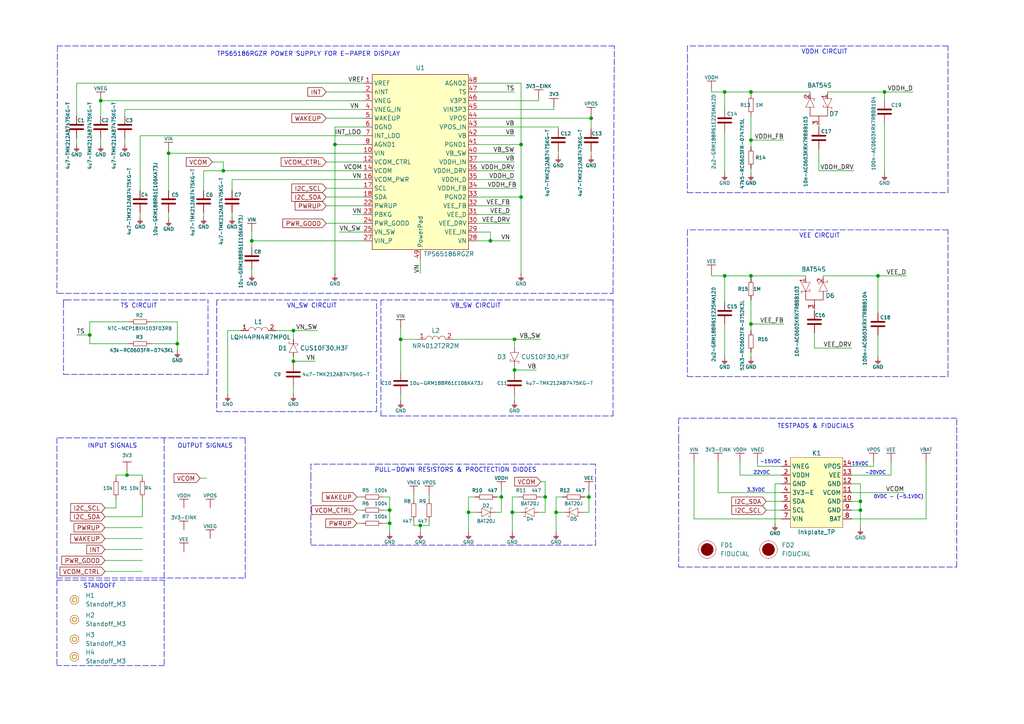
<source format=kicad_sch>
(kicad_sch (version 20211123) (generator eeschema)

  (uuid 6a6b9c39-4591-47da-af95-edc56c65db15)

  (paper "A4")

  (lib_symbols
    (symbol "e-radionica.com schematics:0603C" (pin_numbers hide) (pin_names (offset 0.002)) (in_bom yes) (on_board yes)
      (property "Reference" "C" (id 0) (at 0 3.81 0)
        (effects (font (size 1 1)))
      )
      (property "Value" "0603C" (id 1) (at 0 -3.175 0)
        (effects (font (size 1 1)))
      )
      (property "Footprint" "e-radionica.com footprinti:0603C" (id 2) (at 0.635 -4.445 0)
        (effects (font (size 1 1)) hide)
      )
      (property "Datasheet" "" (id 3) (at 0 0 0)
        (effects (font (size 1 1)) hide)
      )
      (symbol "0603C_0_1"
        (polyline
          (pts
            (xy -0.635 1.905)
            (xy -0.635 -1.905)
          )
          (stroke (width 0.5) (type default) (color 0 0 0 0))
          (fill (type none))
        )
        (polyline
          (pts
            (xy 0.635 1.905)
            (xy 0.635 -1.905)
          )
          (stroke (width 0.5) (type default) (color 0 0 0 0))
          (fill (type none))
        )
      )
      (symbol "0603C_1_1"
        (pin passive line (at -3.175 0 0) (length 2.54)
          (name "~" (effects (font (size 1.27 1.27))))
          (number "1" (effects (font (size 1.27 1.27))))
        )
        (pin passive line (at 3.175 0 180) (length 2.54)
          (name "~" (effects (font (size 1.27 1.27))))
          (number "2" (effects (font (size 1.27 1.27))))
        )
      )
    )
    (symbol "e-radionica.com schematics:0603R" (pin_numbers hide) (pin_names (offset 0.254)) (in_bom yes) (on_board yes)
      (property "Reference" "R" (id 0) (at 0 1.27 0)
        (effects (font (size 1 1)))
      )
      (property "Value" "0603R" (id 1) (at 0 -1.905 0)
        (effects (font (size 1 1)))
      )
      (property "Footprint" "e-radionica.com footprinti:0603R" (id 2) (at 0 -3.81 0)
        (effects (font (size 1 1)) hide)
      )
      (property "Datasheet" "" (id 3) (at -0.635 1.905 0)
        (effects (font (size 1 1)) hide)
      )
      (symbol "0603R_0_1"
        (rectangle (start -1.905 -0.635) (end 1.905 -0.6604)
          (stroke (width 0.1) (type default) (color 0 0 0 0))
          (fill (type none))
        )
        (rectangle (start -1.905 0.635) (end -1.8796 -0.635)
          (stroke (width 0.1) (type default) (color 0 0 0 0))
          (fill (type none))
        )
        (rectangle (start -1.905 0.635) (end 1.905 0.6096)
          (stroke (width 0.1) (type default) (color 0 0 0 0))
          (fill (type none))
        )
        (rectangle (start 1.905 0.635) (end 1.9304 -0.635)
          (stroke (width 0.1) (type default) (color 0 0 0 0))
          (fill (type none))
        )
      )
      (symbol "0603R_1_1"
        (pin passive line (at -3.175 0 0) (length 1.27)
          (name "~" (effects (font (size 1.27 1.27))))
          (number "1" (effects (font (size 1.27 1.27))))
        )
        (pin passive line (at 3.175 0 180) (length 1.27)
          (name "~" (effects (font (size 1.27 1.27))))
          (number "2" (effects (font (size 1.27 1.27))))
        )
      )
    )
    (symbol "e-radionica.com schematics:3V3" (power) (pin_names (offset 0)) (in_bom yes) (on_board yes)
      (property "Reference" "#PWR" (id 0) (at 4.445 0 0)
        (effects (font (size 1 1)) hide)
      )
      (property "Value" "3V3" (id 1) (at 0 3.556 0)
        (effects (font (size 1 1)))
      )
      (property "Footprint" "" (id 2) (at 4.445 3.81 0)
        (effects (font (size 1 1)) hide)
      )
      (property "Datasheet" "" (id 3) (at 4.445 3.81 0)
        (effects (font (size 1 1)) hide)
      )
      (property "ki_keywords" "power-flag" (id 4) (at 0 0 0)
        (effects (font (size 1.27 1.27)) hide)
      )
      (property "ki_description" "Power symbol creates a global label with name \"3V3\"" (id 5) (at 0 0 0)
        (effects (font (size 1.27 1.27)) hide)
      )
      (symbol "3V3_0_1"
        (polyline
          (pts
            (xy -1.27 2.54)
            (xy 1.27 2.54)
          )
          (stroke (width 0.16) (type default) (color 0 0 0 0))
          (fill (type none))
        )
        (polyline
          (pts
            (xy 0 0)
            (xy 0 2.54)
          )
          (stroke (width 0) (type default) (color 0 0 0 0))
          (fill (type none))
        )
      )
      (symbol "3V3_1_1"
        (pin power_in line (at 0 0 90) (length 0) hide
          (name "3V3" (effects (font (size 1.27 1.27))))
          (number "1" (effects (font (size 1.27 1.27))))
        )
      )
    )
    (symbol "e-radionica.com schematics:3V3-EINK" (power) (pin_names (offset 0)) (in_bom yes) (on_board yes)
      (property "Reference" "#PWR" (id 0) (at 4.445 0 0)
        (effects (font (size 1 1)) hide)
      )
      (property "Value" "3V3-EINK" (id 1) (at 0 3.556 0)
        (effects (font (size 1 1)))
      )
      (property "Footprint" "" (id 2) (at 4.445 3.81 0)
        (effects (font (size 1 1)) hide)
      )
      (property "Datasheet" "" (id 3) (at 4.445 3.81 0)
        (effects (font (size 1 1)) hide)
      )
      (property "ki_keywords" "power-flag" (id 4) (at 0 0 0)
        (effects (font (size 1.27 1.27)) hide)
      )
      (property "ki_description" "Power symbol creates a global label with name \"3V3-EINK\"" (id 5) (at 0 0 0)
        (effects (font (size 1.27 1.27)) hide)
      )
      (symbol "3V3-EINK_0_1"
        (polyline
          (pts
            (xy -1.27 2.54)
            (xy 1.27 2.54)
          )
          (stroke (width 0.16) (type default) (color 0 0 0 0))
          (fill (type none))
        )
        (polyline
          (pts
            (xy 0 0)
            (xy 0 2.54)
          )
          (stroke (width 0) (type default) (color 0 0 0 0))
          (fill (type none))
        )
      )
      (symbol "3V3-EINK_1_1"
        (pin power_in line (at 0 0 90) (length 0) hide
          (name "3V3-EINK" (effects (font (size 1.27 1.27))))
          (number "1" (effects (font (size 1.27 1.27))))
        )
      )
    )
    (symbol "e-radionica.com schematics:BAT20J" (pin_numbers hide) (pin_names hide) (in_bom yes) (on_board yes)
      (property "Reference" "D" (id 0) (at 0 2.54 0)
        (effects (font (size 1 1)))
      )
      (property "Value" "BAT20J" (id 1) (at 0 -2.54 0)
        (effects (font (size 1 1)))
      )
      (property "Footprint" "e-radionica.com footprinti:SOD-323" (id 2) (at 0 -3.81 0)
        (effects (font (size 1 1)) hide)
      )
      (property "Datasheet" "" (id 3) (at 0 0 0)
        (effects (font (size 1 1)) hide)
      )
      (symbol "BAT20J_0_1"
        (polyline
          (pts
            (xy 1.27 1.27)
            (xy 1.778 1.27)
            (xy 1.778 1.016)
          )
          (stroke (width 0.1) (type default) (color 0 0 0 0))
          (fill (type none))
        )
        (polyline
          (pts
            (xy -1.27 -1.27)
            (xy -1.27 1.27)
            (xy 1.27 0)
            (xy -1.27 -1.27)
          )
          (stroke (width 0.1) (type default) (color 0 0 0 0))
          (fill (type none))
        )
        (polyline
          (pts
            (xy 1.27 1.27)
            (xy 1.27 -1.27)
            (xy 0.762 -1.27)
            (xy 0.762 -1.016)
          )
          (stroke (width 0.1) (type default) (color 0 0 0 0))
          (fill (type none))
        )
      )
      (symbol "BAT20J_1_1"
        (pin input line (at -2.54 0 0) (length 1.27)
          (name "A" (effects (font (size 1.27 1.27))))
          (number "1" (effects (font (size 1.27 1.27))))
        )
        (pin input line (at 2.54 0 180) (length 1.27)
          (name "C" (effects (font (size 1.27 1.27))))
          (number "2" (effects (font (size 1.27 1.27))))
        )
      )
    )
    (symbol "e-radionica.com schematics:BAT54S" (pin_names hide) (in_bom yes) (on_board yes)
      (property "Reference" "D" (id 0) (at 0 5.08 0)
        (effects (font (size 1.27 1.27)))
      )
      (property "Value" "BAT54S" (id 1) (at 0 -5.08 0)
        (effects (font (size 1.27 1.27)))
      )
      (property "Footprint" "e-radionica.com footprinti:SOT-23-3" (id 2) (at -1.27 -7.62 0)
        (effects (font (size 1.27 1.27)) hide)
      )
      (property "Datasheet" "" (id 3) (at -2.54 2.54 0)
        (effects (font (size 1.27 1.27)) hide)
      )
      (symbol "BAT54S_0_1"
        (polyline
          (pts
            (xy 2.54 0)
            (xy 1.27 0)
          )
          (stroke (width 0) (type default) (color 0 0 0 0))
          (fill (type none))
        )
        (polyline
          (pts
            (xy -3.81 -3.81)
            (xy -4.318 -3.81)
            (xy -4.318 -3.556)
          )
          (stroke (width 0.1) (type default) (color 0 0 0 0))
          (fill (type none))
        )
        (polyline
          (pts
            (xy -1.27 3.81)
            (xy -0.762 3.81)
            (xy -0.762 3.556)
          )
          (stroke (width 0.1) (type default) (color 0 0 0 0))
          (fill (type none))
        )
        (polyline
          (pts
            (xy -3.81 -3.81)
            (xy -3.81 -1.27)
            (xy -3.302 -1.27)
            (xy -3.302 -1.524)
          )
          (stroke (width 0.1) (type default) (color 0 0 0 0))
          (fill (type none))
        )
        (polyline
          (pts
            (xy -3.81 1.27)
            (xy -3.81 3.81)
            (xy -1.27 2.54)
            (xy -3.81 1.27)
          )
          (stroke (width 0.1) (type default) (color 0 0 0 0))
          (fill (type none))
        )
        (polyline
          (pts
            (xy -1.27 -1.27)
            (xy -1.27 -3.81)
            (xy -3.81 -2.54)
            (xy -1.27 -1.27)
          )
          (stroke (width 0.1) (type default) (color 0 0 0 0))
          (fill (type none))
        )
        (polyline
          (pts
            (xy -1.27 2.54)
            (xy 1.27 2.54)
            (xy 1.27 -2.54)
            (xy -1.27 -2.54)
          )
          (stroke (width 0) (type default) (color 0 0 0 0))
          (fill (type none))
        )
        (polyline
          (pts
            (xy -1.27 3.81)
            (xy -1.27 1.27)
            (xy -1.778 1.27)
            (xy -1.778 1.524)
          )
          (stroke (width 0.1) (type default) (color 0 0 0 0))
          (fill (type none))
        )
      )
      (symbol "BAT54S_1_1"
        (pin input line (at -5.08 2.54 0) (length 1.27)
          (name "A" (effects (font (size 1.27 1.27))))
          (number "1" (effects (font (size 1.27 1.27))))
        )
        (pin input line (at -5.08 -2.54 0) (length 1.27)
          (name "K" (effects (font (size 1.27 1.27))))
          (number "2" (effects (font (size 1.27 1.27))))
        )
        (pin input line (at 3.81 0 180) (length 1.27)
          (name "3" (effects (font (size 1.27 1.27))))
          (number "3" (effects (font (size 1.27 1.27))))
        )
      )
    )
    (symbol "e-radionica.com schematics:CUS10F30,H3F" (pin_numbers hide) (pin_names hide) (in_bom yes) (on_board yes)
      (property "Reference" "D" (id 0) (at 0 2.54 0)
        (effects (font (size 1.27 1.27)))
      )
      (property "Value" "CUS10F30,H3F" (id 1) (at 0 -2.54 0)
        (effects (font (size 1.27 1.27)))
      )
      (property "Footprint" "e-radionica.com footprinti:SOD-323-2" (id 2) (at 0 -5.08 0)
        (effects (font (size 1.27 1.27)) hide)
      )
      (property "Datasheet" "" (id 3) (at 0 6.35 0)
        (effects (font (size 1.27 1.27)) hide)
      )
      (symbol "CUS10F30,H3F_0_1"
        (polyline
          (pts
            (xy 1.27 1.27)
            (xy 1.778 1.27)
            (xy 1.778 1.016)
          )
          (stroke (width 0.1) (type default) (color 0 0 0 0))
          (fill (type none))
        )
        (polyline
          (pts
            (xy -1.27 -1.27)
            (xy -1.27 1.27)
            (xy 1.27 0)
            (xy -1.27 -1.27)
          )
          (stroke (width 0.1) (type default) (color 0 0 0 0))
          (fill (type none))
        )
        (polyline
          (pts
            (xy 1.27 1.27)
            (xy 1.27 -1.27)
            (xy 0.762 -1.27)
            (xy 0.762 -1.016)
          )
          (stroke (width 0.1) (type default) (color 0 0 0 0))
          (fill (type none))
        )
      )
      (symbol "CUS10F30,H3F_1_1"
        (pin input line (at 2.54 0 180) (length 1.27)
          (name "C" (effects (font (size 1.27 1.27))))
          (number "1" (effects (font (size 1.27 1.27))))
        )
        (pin input line (at -2.54 0 0) (length 1.27)
          (name "A" (effects (font (size 1.27 1.27))))
          (number "2" (effects (font (size 1.27 1.27))))
        )
      )
    )
    (symbol "e-radionica.com schematics:FIDUCIAL" (in_bom no) (on_board yes)
      (property "Reference" "FD" (id 0) (at 0 3.81 0)
        (effects (font (size 1.27 1.27)))
      )
      (property "Value" "FIDUCIAL" (id 1) (at 0 -3.81 0)
        (effects (font (size 1.27 1.27)))
      )
      (property "Footprint" "e-radionica.com footprinti:FIDUCIAL_23" (id 2) (at 0.254 -5.334 0)
        (effects (font (size 1.27 1.27)) hide)
      )
      (property "Datasheet" "" (id 3) (at 0 0 0)
        (effects (font (size 1.27 1.27)) hide)
      )
      (symbol "FIDUCIAL_0_1"
        (polyline
          (pts
            (xy -2.54 0)
            (xy -2.794 0)
          )
          (stroke (width 0.0006) (type default) (color 0 0 0 0))
          (fill (type none))
        )
        (polyline
          (pts
            (xy 0 -2.54)
            (xy 0 -2.794)
          )
          (stroke (width 0.0006) (type default) (color 0 0 0 0))
          (fill (type none))
        )
        (polyline
          (pts
            (xy 0 2.54)
            (xy 0 2.794)
          )
          (stroke (width 0.0006) (type default) (color 0 0 0 0))
          (fill (type none))
        )
        (polyline
          (pts
            (xy 2.54 0)
            (xy 2.794 0)
          )
          (stroke (width 0.0006) (type default) (color 0 0 0 0))
          (fill (type none))
        )
        (circle (center 0 0) (radius 1.7961)
          (stroke (width 0.001) (type default) (color 0 0 0 0))
          (fill (type outline))
        )
        (circle (center 0 0) (radius 2.54)
          (stroke (width 0.0006) (type default) (color 0 0 0 0))
          (fill (type none))
        )
      )
    )
    (symbol "e-radionica.com schematics:GND" (power) (pin_names (offset 0)) (in_bom yes) (on_board yes)
      (property "Reference" "#PWR" (id 0) (at 4.445 0 0)
        (effects (font (size 1 1)) hide)
      )
      (property "Value" "GND" (id 1) (at 0 -2.921 0)
        (effects (font (size 1 1)))
      )
      (property "Footprint" "" (id 2) (at 4.445 3.81 0)
        (effects (font (size 1 1)) hide)
      )
      (property "Datasheet" "" (id 3) (at 4.445 3.81 0)
        (effects (font (size 1 1)) hide)
      )
      (property "ki_keywords" "power-flag" (id 4) (at 0 0 0)
        (effects (font (size 1.27 1.27)) hide)
      )
      (property "ki_description" "Power symbol creates a global label with name \"GND\"" (id 5) (at 0 0 0)
        (effects (font (size 1.27 1.27)) hide)
      )
      (symbol "GND_0_1"
        (polyline
          (pts
            (xy -0.762 -1.27)
            (xy 0.762 -1.27)
          )
          (stroke (width 0.16) (type default) (color 0 0 0 0))
          (fill (type none))
        )
        (polyline
          (pts
            (xy -0.635 -1.524)
            (xy 0.635 -1.524)
          )
          (stroke (width 0.16) (type default) (color 0 0 0 0))
          (fill (type none))
        )
        (polyline
          (pts
            (xy -0.381 -1.778)
            (xy 0.381 -1.778)
          )
          (stroke (width 0.16) (type default) (color 0 0 0 0))
          (fill (type none))
        )
        (polyline
          (pts
            (xy -0.127 -2.032)
            (xy 0.127 -2.032)
          )
          (stroke (width 0.16) (type default) (color 0 0 0 0))
          (fill (type none))
        )
        (polyline
          (pts
            (xy 0 0)
            (xy 0 -1.27)
          )
          (stroke (width 0.16) (type default) (color 0 0 0 0))
          (fill (type none))
        )
      )
      (symbol "GND_1_1"
        (pin power_in line (at 0 0 270) (length 0) hide
          (name "GND" (effects (font (size 1.27 1.27))))
          (number "1" (effects (font (size 1.27 1.27))))
        )
      )
    )
    (symbol "e-radionica.com schematics:Inkplate_TP" (in_bom yes) (on_board yes)
      (property "Reference" "K" (id 0) (at 0 11.43 0)
        (effects (font (size 1.27 1.27)))
      )
      (property "Value" "Inkplate_TP" (id 1) (at 0 -11.43 0)
        (effects (font (size 1.27 1.27)))
      )
      (property "Footprint" "e-radionica.com footprinti:INKPLATE TEST HEADER" (id 2) (at -2.54 -13.97 0)
        (effects (font (size 1.27 1.27)) hide)
      )
      (property "Datasheet" "" (id 3) (at -1.27 0 0)
        (effects (font (size 1.27 1.27)) hide)
      )
      (symbol "Inkplate_TP_0_1"
        (rectangle (start -7.62 10.16) (end 7.62 -10.16)
          (stroke (width 0.1) (type default) (color 0 0 0 0))
          (fill (type background))
        )
      )
      (symbol "Inkplate_TP_1_1"
        (pin passive line (at -10.16 7.62 0) (length 2.54)
          (name "VNEG" (effects (font (size 1.27 1.27))))
          (number "1" (effects (font (size 1.27 1.27))))
        )
        (pin passive line (at 10.16 -2.54 180) (length 2.54)
          (name "GND" (effects (font (size 1.27 1.27))))
          (number "10" (effects (font (size 1.27 1.27))))
        )
        (pin passive line (at 10.16 0 180) (length 2.54)
          (name "VCOM" (effects (font (size 1.27 1.27))))
          (number "11" (effects (font (size 1.27 1.27))))
        )
        (pin passive line (at 10.16 2.54 180) (length 2.54)
          (name "GND" (effects (font (size 1.27 1.27))))
          (number "12" (effects (font (size 1.27 1.27))))
        )
        (pin passive line (at 10.16 5.08 180) (length 2.54)
          (name "VEE" (effects (font (size 1.27 1.27))))
          (number "13" (effects (font (size 1.27 1.27))))
        )
        (pin passive line (at 10.16 7.62 180) (length 2.54)
          (name "VPOS" (effects (font (size 1.27 1.27))))
          (number "14" (effects (font (size 1.27 1.27))))
        )
        (pin passive line (at -10.16 5.08 0) (length 2.54)
          (name "VDDH" (effects (font (size 1.27 1.27))))
          (number "2" (effects (font (size 1.27 1.27))))
        )
        (pin passive line (at -10.16 2.54 0) (length 2.54)
          (name "GND" (effects (font (size 1.27 1.27))))
          (number "3" (effects (font (size 1.27 1.27))))
        )
        (pin passive line (at -10.16 0 0) (length 2.54)
          (name "3V3-E" (effects (font (size 1.27 1.27))))
          (number "4" (effects (font (size 1.27 1.27))))
        )
        (pin passive line (at -10.16 -2.54 0) (length 2.54)
          (name "SDA" (effects (font (size 1.27 1.27))))
          (number "5" (effects (font (size 1.27 1.27))))
        )
        (pin passive line (at -10.16 -5.08 0) (length 2.54)
          (name "SCL" (effects (font (size 1.27 1.27))))
          (number "6" (effects (font (size 1.27 1.27))))
        )
        (pin passive line (at -10.16 -7.62 0) (length 2.54)
          (name "VIN" (effects (font (size 1.27 1.27))))
          (number "7" (effects (font (size 1.27 1.27))))
        )
        (pin passive line (at 10.16 -7.62 180) (length 2.54)
          (name "BAT" (effects (font (size 1.27 1.27))))
          (number "8" (effects (font (size 1.27 1.27))))
        )
        (pin passive line (at 10.16 -5.08 180) (length 2.54)
          (name "GND" (effects (font (size 1.27 1.27))))
          (number "9" (effects (font (size 1.27 1.27))))
        )
      )
    )
    (symbol "e-radionica.com schematics:LQH44PN4R7MP0L" (in_bom yes) (on_board yes)
      (property "Reference" "L" (id 0) (at 0 2.54 0)
        (effects (font (size 1.27 1.27)))
      )
      (property "Value" "LQH44PN4R7MP0L" (id 1) (at 0 -1.27 0)
        (effects (font (size 1.27 1.27)))
      )
      (property "Footprint" "e-radionica.com footprinti:1515L" (id 2) (at 0 -3.81 0)
        (effects (font (size 1.27 1.27)) hide)
      )
      (property "Datasheet" "" (id 3) (at 0 1.27 0)
        (effects (font (size 1.27 1.27)) hide)
      )
      (symbol "LQH44PN4R7MP0L_0_1"
        (arc (start -0.9525 0.0138) (mid -1.905 0.9526) (end -2.8575 0.0138)
          (stroke (width 0.1) (type default) (color 0 0 0 0))
          (fill (type none))
        )
        (arc (start 0.9525 0.0138) (mid 0 0.9526) (end -0.9525 0.0138)
          (stroke (width 0.1) (type default) (color 0 0 0 0))
          (fill (type none))
        )
        (arc (start 2.8575 0.0138) (mid 1.905 0.9526) (end 0.9525 0.0138)
          (stroke (width 0.1) (type default) (color 0 0 0 0))
          (fill (type none))
        )
      )
      (symbol "LQH44PN4R7MP0L_1_1"
        (pin passive line (at -5.08 0 0) (length 2.2)
          (name "" (effects (font (size 1.27 1.27))))
          (number "1" (effects (font (size 1.27 1.27))))
        )
        (pin passive line (at 5.08 0 180) (length 2.2)
          (name "" (effects (font (size 1.27 1.27))))
          (number "2" (effects (font (size 1.27 1.27))))
        )
      )
    )
    (symbol "e-radionica.com schematics:NR4012T2R2M" (in_bom yes) (on_board yes)
      (property "Reference" "L" (id 0) (at 0 2.54 0)
        (effects (font (size 1.27 1.27)))
      )
      (property "Value" "NR4012T2R2M" (id 1) (at 0 -1.27 0)
        (effects (font (size 1.27 1.27)))
      )
      (property "Footprint" "e-radionica.com footprinti:NR4012" (id 2) (at -1.27 -3.81 0)
        (effects (font (size 1.27 1.27)) hide)
      )
      (property "Datasheet" "" (id 3) (at 0 6.35 0)
        (effects (font (size 1.27 1.27)) hide)
      )
      (symbol "NR4012T2R2M_0_1"
        (arc (start -0.9525 0.0138) (mid -1.905 0.9526) (end -2.8575 0.0138)
          (stroke (width 0.1) (type default) (color 0 0 0 0))
          (fill (type none))
        )
        (arc (start 0.9525 0.0138) (mid 0 0.9526) (end -0.9525 0.0138)
          (stroke (width 0.1) (type default) (color 0 0 0 0))
          (fill (type none))
        )
        (arc (start 2.8575 0.0138) (mid 1.905 0.9526) (end 0.9525 0.0138)
          (stroke (width 0.1) (type default) (color 0 0 0 0))
          (fill (type none))
        )
      )
      (symbol "NR4012T2R2M_1_1"
        (pin passive line (at -5.08 0 0) (length 2.2)
          (name "" (effects (font (size 1.27 1.27))))
          (number "1" (effects (font (size 1.27 1.27))))
        )
        (pin passive line (at 5.08 0 180) (length 2.2)
          (name "" (effects (font (size 1.27 1.27))))
          (number "2" (effects (font (size 1.27 1.27))))
        )
      )
    )
    (symbol "e-radionica.com schematics:Standoff_M3" (in_bom yes) (on_board yes)
      (property "Reference" "H" (id 0) (at 0 2.54 0)
        (effects (font (size 1.27 1.27)))
      )
      (property "Value" "Standoff_M3" (id 1) (at 0 -2.54 0)
        (effects (font (size 1.27 1.27)))
      )
      (property "Footprint" "e-radionica.com footprinti:Standoff_M3" (id 2) (at 0 -3.81 0)
        (effects (font (size 1.27 1.27)) hide)
      )
      (property "Datasheet" "" (id 3) (at 0 0 0)
        (effects (font (size 1.27 1.27)) hide)
      )
      (property "ki_keywords" "standoff odstojnik" (id 4) (at 0 0 0)
        (effects (font (size 1.27 1.27)) hide)
      )
      (property "ki_description" "M3 standoff SMTSO-M3-7ET" (id 5) (at 0 0 0)
        (effects (font (size 1.27 1.27)) hide)
      )
      (symbol "Standoff_M3_0_1"
        (circle (center 0 0) (radius 0.635)
          (stroke (width 0.1) (type default) (color 0 0 0 0))
          (fill (type none))
        )
        (circle (center 0 0) (radius 1.27)
          (stroke (width 0.1) (type default) (color 0 0 0 0))
          (fill (type background))
        )
      )
    )
    (symbol "e-radionica.com schematics:TPS65186RGZR" (in_bom yes) (on_board yes)
      (property "Reference" "U" (id 0) (at 0 27.94 0)
        (effects (font (size 1.27 1.27)))
      )
      (property "Value" "TPS65186RGZR" (id 1) (at 7.62 -26.67 0)
        (effects (font (size 1.27 1.27)))
      )
      (property "Footprint" "e-radionica.com footprinti:VQFN-49" (id 2) (at 1.27 -31.75 0)
        (effects (font (size 1.27 1.27)) hide)
      )
      (property "Datasheet" "" (id 3) (at 0 29.21 0)
        (effects (font (size 1.27 1.27)) hide)
      )
      (symbol "TPS65186RGZR_0_1"
        (rectangle (start -13.97 26.67) (end 13.97 -24.13)
          (stroke (width 0.1524) (type default) (color 0 0 0 0))
          (fill (type background))
        )
      )
      (symbol "TPS65186RGZR_1_1"
        (pin input line (at -16.51 24.13 0) (length 2.54)
          (name "VREF" (effects (font (size 1.27 1.27))))
          (number "1" (effects (font (size 1.27 1.27))))
        )
        (pin input line (at -16.51 3.81 0) (length 2.54)
          (name "VIN" (effects (font (size 1.27 1.27))))
          (number "10" (effects (font (size 1.27 1.27))))
        )
        (pin input line (at -16.51 1.27 0) (length 2.54)
          (name "VCOM_CTRL" (effects (font (size 1.27 1.27))))
          (number "12" (effects (font (size 1.27 1.27))))
        )
        (pin input line (at -16.51 -1.27 0) (length 2.54)
          (name "VCOM" (effects (font (size 1.27 1.27))))
          (number "14" (effects (font (size 1.27 1.27))))
        )
        (pin input line (at -16.51 -3.81 0) (length 2.54)
          (name "VCOM_PWR" (effects (font (size 1.27 1.27))))
          (number "16" (effects (font (size 1.27 1.27))))
        )
        (pin input line (at -16.51 -6.35 0) (length 2.54)
          (name "SCL" (effects (font (size 1.27 1.27))))
          (number "17" (effects (font (size 1.27 1.27))))
        )
        (pin input line (at -16.51 -8.89 0) (length 2.54)
          (name "SDA" (effects (font (size 1.27 1.27))))
          (number "18" (effects (font (size 1.27 1.27))))
        )
        (pin input line (at -16.51 21.59 0) (length 2.54)
          (name "nINT" (effects (font (size 1.27 1.27))))
          (number "2" (effects (font (size 1.27 1.27))))
        )
        (pin input line (at -16.51 -11.43 0) (length 2.54)
          (name "PWRUP" (effects (font (size 1.27 1.27))))
          (number "22" (effects (font (size 1.27 1.27))))
        )
        (pin input line (at -16.51 -13.97 0) (length 2.54)
          (name "PBKG" (effects (font (size 1.27 1.27))))
          (number "23" (effects (font (size 1.27 1.27))))
        )
        (pin input line (at -16.51 -16.51 0) (length 2.54)
          (name "PWR_GOOD" (effects (font (size 1.27 1.27))))
          (number "24" (effects (font (size 1.27 1.27))))
        )
        (pin input line (at -16.51 -19.05 0) (length 2.54)
          (name "VN_SW" (effects (font (size 1.27 1.27))))
          (number "25" (effects (font (size 1.27 1.27))))
        )
        (pin input line (at -16.51 -21.59 0) (length 2.54)
          (name "VIN_P" (effects (font (size 1.27 1.27))))
          (number "27" (effects (font (size 1.27 1.27))))
        )
        (pin input line (at 16.51 -21.59 180) (length 2.54)
          (name "VN" (effects (font (size 1.27 1.27))))
          (number "28" (effects (font (size 1.27 1.27))))
        )
        (pin input line (at 16.51 -19.05 180) (length 2.54)
          (name "VEE_IN" (effects (font (size 1.27 1.27))))
          (number "29" (effects (font (size 1.27 1.27))))
        )
        (pin input line (at -16.51 19.05 0) (length 2.54)
          (name "VNEG" (effects (font (size 1.27 1.27))))
          (number "3" (effects (font (size 1.27 1.27))))
        )
        (pin input line (at 16.51 -16.51 180) (length 2.54)
          (name "VEE_DRV" (effects (font (size 1.27 1.27))))
          (number "30" (effects (font (size 1.27 1.27))))
        )
        (pin input line (at 16.51 -13.97 180) (length 2.54)
          (name "VEE_D" (effects (font (size 1.27 1.27))))
          (number "31" (effects (font (size 1.27 1.27))))
        )
        (pin input line (at 16.51 -11.43 180) (length 2.54)
          (name "VEE_FB" (effects (font (size 1.27 1.27))))
          (number "32" (effects (font (size 1.27 1.27))))
        )
        (pin input line (at 16.51 -8.89 180) (length 2.54)
          (name "PGND2" (effects (font (size 1.27 1.27))))
          (number "33" (effects (font (size 1.27 1.27))))
        )
        (pin input line (at 16.51 -6.35 180) (length 2.54)
          (name "VDDH_FB" (effects (font (size 1.27 1.27))))
          (number "34" (effects (font (size 1.27 1.27))))
        )
        (pin input line (at 16.51 -3.81 180) (length 2.54)
          (name "VDDH_D" (effects (font (size 1.27 1.27))))
          (number "35" (effects (font (size 1.27 1.27))))
        )
        (pin input line (at 16.51 -1.27 180) (length 2.54)
          (name "VDDH_DRV" (effects (font (size 1.27 1.27))))
          (number "36" (effects (font (size 1.27 1.27))))
        )
        (pin input line (at 16.51 1.27 180) (length 2.54)
          (name "VDDH_IN" (effects (font (size 1.27 1.27))))
          (number "37" (effects (font (size 1.27 1.27))))
        )
        (pin input line (at -16.51 16.51 0) (length 2.54)
          (name "VNEG_IN" (effects (font (size 1.27 1.27))))
          (number "4" (effects (font (size 1.27 1.27))))
        )
        (pin input line (at 16.51 3.81 180) (length 2.54)
          (name "VB_SW" (effects (font (size 1.27 1.27))))
          (number "40" (effects (font (size 1.27 1.27))))
        )
        (pin input line (at 16.51 6.35 180) (length 2.54)
          (name "PGND1" (effects (font (size 1.27 1.27))))
          (number "41" (effects (font (size 1.27 1.27))))
        )
        (pin input line (at 16.51 8.89 180) (length 2.54)
          (name "VB" (effects (font (size 1.27 1.27))))
          (number "42" (effects (font (size 1.27 1.27))))
        )
        (pin input line (at 16.51 11.43 180) (length 2.54)
          (name "VPOS_IN" (effects (font (size 1.27 1.27))))
          (number "43" (effects (font (size 1.27 1.27))))
        )
        (pin input line (at 16.51 13.97 180) (length 2.54)
          (name "VPOS" (effects (font (size 1.27 1.27))))
          (number "44" (effects (font (size 1.27 1.27))))
        )
        (pin input line (at 16.51 16.51 180) (length 2.54)
          (name "VIN3P3" (effects (font (size 1.27 1.27))))
          (number "45" (effects (font (size 1.27 1.27))))
        )
        (pin input line (at 16.51 19.05 180) (length 2.54)
          (name "V3P3" (effects (font (size 1.27 1.27))))
          (number "46" (effects (font (size 1.27 1.27))))
        )
        (pin input line (at 16.51 21.59 180) (length 2.54)
          (name "TS" (effects (font (size 1.27 1.27))))
          (number "47" (effects (font (size 1.27 1.27))))
        )
        (pin input line (at 16.51 24.13 180) (length 2.54)
          (name "AGND2" (effects (font (size 1.27 1.27))))
          (number "48" (effects (font (size 1.27 1.27))))
        )
        (pin input line (at 0 -26.67 90) (length 2.54)
          (name "PowerPad" (effects (font (size 1.27 1.27))))
          (number "49" (effects (font (size 1.27 1.27))))
        )
        (pin input line (at -16.51 13.97 0) (length 2.54)
          (name "WAKEUP" (effects (font (size 1.27 1.27))))
          (number "5" (effects (font (size 1.27 1.27))))
        )
        (pin input line (at -16.51 11.43 0) (length 2.54)
          (name "DGND" (effects (font (size 1.27 1.27))))
          (number "6" (effects (font (size 1.27 1.27))))
        )
        (pin input line (at -16.51 8.89 0) (length 2.54)
          (name "INT_LDO" (effects (font (size 1.27 1.27))))
          (number "7" (effects (font (size 1.27 1.27))))
        )
        (pin input line (at -16.51 6.35 0) (length 2.54)
          (name "AGND1" (effects (font (size 1.27 1.27))))
          (number "8" (effects (font (size 1.27 1.27))))
        )
      )
    )
    (symbol "e-radionica.com schematics:VBAT" (power) (pin_names (offset 0)) (in_bom yes) (on_board yes)
      (property "Reference" "#PWR" (id 0) (at 4.445 0 0)
        (effects (font (size 1 1)) hide)
      )
      (property "Value" "VBAT" (id 1) (at 0 3.556 0)
        (effects (font (size 1 1)))
      )
      (property "Footprint" "" (id 2) (at 4.445 3.81 0)
        (effects (font (size 1 1)) hide)
      )
      (property "Datasheet" "" (id 3) (at 4.445 3.81 0)
        (effects (font (size 1 1)) hide)
      )
      (property "ki_keywords" "power-flag" (id 4) (at 0 0 0)
        (effects (font (size 1.27 1.27)) hide)
      )
      (property "ki_description" "Power symbol creates a global label with name \"VBAT\"" (id 5) (at 0 0 0)
        (effects (font (size 1.27 1.27)) hide)
      )
      (symbol "VBAT_0_1"
        (polyline
          (pts
            (xy -1.27 2.54)
            (xy 1.27 2.54)
          )
          (stroke (width 0.16) (type default) (color 0 0 0 0))
          (fill (type none))
        )
        (polyline
          (pts
            (xy 0 0)
            (xy 0 2.54)
          )
          (stroke (width 0) (type default) (color 0 0 0 0))
          (fill (type none))
        )
      )
      (symbol "VBAT_1_1"
        (pin power_in line (at 0 0 90) (length 0) hide
          (name "VBAT" (effects (font (size 1.27 1.27))))
          (number "1" (effects (font (size 1.27 1.27))))
        )
      )
    )
    (symbol "e-radionica.com schematics:VDDH" (power) (pin_names (offset 0)) (in_bom yes) (on_board yes)
      (property "Reference" "#PWR" (id 0) (at 4.445 0 0)
        (effects (font (size 1 1)) hide)
      )
      (property "Value" "VDDH" (id 1) (at 0 3.556 0)
        (effects (font (size 1 1)))
      )
      (property "Footprint" "" (id 2) (at 4.445 3.81 0)
        (effects (font (size 1 1)) hide)
      )
      (property "Datasheet" "" (id 3) (at 4.445 3.81 0)
        (effects (font (size 1 1)) hide)
      )
      (property "ki_keywords" "power-flag" (id 4) (at 0 0 0)
        (effects (font (size 1.27 1.27)) hide)
      )
      (property "ki_description" "Power symbol creates a global label with name \"VDDH\"" (id 5) (at 0 0 0)
        (effects (font (size 1.27 1.27)) hide)
      )
      (symbol "VDDH_0_1"
        (polyline
          (pts
            (xy -1.27 2.54)
            (xy 1.27 2.54)
          )
          (stroke (width 0.16) (type default) (color 0 0 0 0))
          (fill (type none))
        )
        (polyline
          (pts
            (xy 0 0)
            (xy 0 2.54)
          )
          (stroke (width 0) (type default) (color 0 0 0 0))
          (fill (type none))
        )
      )
      (symbol "VDDH_1_1"
        (pin power_in line (at 0 0 90) (length 0) hide
          (name "VDDH" (effects (font (size 1.27 1.27))))
          (number "1" (effects (font (size 1.27 1.27))))
        )
      )
    )
    (symbol "e-radionica.com schematics:VEE" (power) (pin_names (offset 0)) (in_bom yes) (on_board yes)
      (property "Reference" "#PWR" (id 0) (at 4.445 0 0)
        (effects (font (size 1 1)) hide)
      )
      (property "Value" "VEE" (id 1) (at 0 3.556 0)
        (effects (font (size 1 1)))
      )
      (property "Footprint" "" (id 2) (at 4.445 3.81 0)
        (effects (font (size 1 1)) hide)
      )
      (property "Datasheet" "" (id 3) (at 4.445 3.81 0)
        (effects (font (size 1 1)) hide)
      )
      (property "ki_keywords" "power-flag" (id 4) (at 0 0 0)
        (effects (font (size 1.27 1.27)) hide)
      )
      (property "ki_description" "Power symbol creates a global label with name \"VEE\"" (id 5) (at 0 0 0)
        (effects (font (size 1.27 1.27)) hide)
      )
      (symbol "VEE_0_1"
        (polyline
          (pts
            (xy -1.27 2.54)
            (xy 1.27 2.54)
          )
          (stroke (width 0.16) (type default) (color 0 0 0 0))
          (fill (type none))
        )
        (polyline
          (pts
            (xy 0 0)
            (xy 0 2.54)
          )
          (stroke (width 0) (type default) (color 0 0 0 0))
          (fill (type none))
        )
      )
      (symbol "VEE_1_1"
        (pin power_in line (at 0 0 90) (length 0) hide
          (name "VEE" (effects (font (size 1.27 1.27))))
          (number "1" (effects (font (size 1.27 1.27))))
        )
      )
    )
    (symbol "e-radionica.com schematics:VIN" (power) (pin_names (offset 0)) (in_bom yes) (on_board yes)
      (property "Reference" "#PWR" (id 0) (at 4.445 0 0)
        (effects (font (size 1 1)) hide)
      )
      (property "Value" "VIN" (id 1) (at 0 3.556 0)
        (effects (font (size 1 1)))
      )
      (property "Footprint" "" (id 2) (at 4.445 3.81 0)
        (effects (font (size 1 1)) hide)
      )
      (property "Datasheet" "" (id 3) (at 4.445 3.81 0)
        (effects (font (size 1 1)) hide)
      )
      (property "ki_keywords" "power-flag" (id 4) (at 0 0 0)
        (effects (font (size 1.27 1.27)) hide)
      )
      (property "ki_description" "Power symbol creates a global label with name \"VIN\"" (id 5) (at 0 0 0)
        (effects (font (size 1.27 1.27)) hide)
      )
      (symbol "VIN_0_1"
        (polyline
          (pts
            (xy -1.27 2.54)
            (xy 1.27 2.54)
          )
          (stroke (width 0.16) (type default) (color 0 0 0 0))
          (fill (type none))
        )
        (polyline
          (pts
            (xy 0 0)
            (xy 0 2.54)
          )
          (stroke (width 0) (type default) (color 0 0 0 0))
          (fill (type none))
        )
      )
      (symbol "VIN_1_1"
        (pin power_in line (at 0 0 90) (length 0) hide
          (name "VIN" (effects (font (size 1.27 1.27))))
          (number "1" (effects (font (size 1.27 1.27))))
        )
      )
    )
    (symbol "e-radionica.com schematics:VNEG" (power) (pin_names (offset 0)) (in_bom yes) (on_board yes)
      (property "Reference" "#PWR" (id 0) (at 4.445 0 0)
        (effects (font (size 1 1)) hide)
      )
      (property "Value" "VNEG" (id 1) (at 0 3.556 0)
        (effects (font (size 1 1)))
      )
      (property "Footprint" "" (id 2) (at 4.445 3.81 0)
        (effects (font (size 1 1)) hide)
      )
      (property "Datasheet" "" (id 3) (at 4.445 3.81 0)
        (effects (font (size 1 1)) hide)
      )
      (property "ki_keywords" "power-flag" (id 4) (at 0 0 0)
        (effects (font (size 1.27 1.27)) hide)
      )
      (property "ki_description" "Power symbol creates a global label with name \"VNEG\"" (id 5) (at 0 0 0)
        (effects (font (size 1.27 1.27)) hide)
      )
      (symbol "VNEG_0_1"
        (polyline
          (pts
            (xy -1.27 2.54)
            (xy 1.27 2.54)
          )
          (stroke (width 0.16) (type default) (color 0 0 0 0))
          (fill (type none))
        )
        (polyline
          (pts
            (xy 0 0)
            (xy 0 2.54)
          )
          (stroke (width 0) (type default) (color 0 0 0 0))
          (fill (type none))
        )
      )
      (symbol "VNEG_1_1"
        (pin power_in line (at 0 0 90) (length 0) hide
          (name "VNEG" (effects (font (size 1.27 1.27))))
          (number "1" (effects (font (size 1.27 1.27))))
        )
      )
    )
    (symbol "e-radionica.com schematics:VPOS" (power) (pin_names (offset 0)) (in_bom yes) (on_board yes)
      (property "Reference" "#PWR" (id 0) (at 4.445 0 0)
        (effects (font (size 1 1)) hide)
      )
      (property "Value" "VPOS" (id 1) (at 0 3.556 0)
        (effects (font (size 1 1)))
      )
      (property "Footprint" "" (id 2) (at 4.445 3.81 0)
        (effects (font (size 1 1)) hide)
      )
      (property "Datasheet" "" (id 3) (at 4.445 3.81 0)
        (effects (font (size 1 1)) hide)
      )
      (property "ki_keywords" "power-flag" (id 4) (at 0 0 0)
        (effects (font (size 1.27 1.27)) hide)
      )
      (property "ki_description" "Power symbol creates a global label with name \"VPOS\"" (id 5) (at 0 0 0)
        (effects (font (size 1.27 1.27)) hide)
      )
      (symbol "VPOS_0_1"
        (polyline
          (pts
            (xy -1.27 2.54)
            (xy 1.27 2.54)
          )
          (stroke (width 0.16) (type default) (color 0 0 0 0))
          (fill (type none))
        )
        (polyline
          (pts
            (xy 0 0)
            (xy 0 2.54)
          )
          (stroke (width 0) (type default) (color 0 0 0 0))
          (fill (type none))
        )
      )
      (symbol "VPOS_1_1"
        (pin power_in line (at 0 0 90) (length 0) hide
          (name "VPOS" (effects (font (size 1.27 1.27))))
          (number "1" (effects (font (size 1.27 1.27))))
        )
      )
    )
  )

  (junction (at 145.415 144.145) (diameter 0) (color 0 0 0 0)
    (uuid 053c0223-a0f7-4923-8af6-64cb74672f79)
  )
  (junction (at 85.09 104.775) (diameter 0) (color 0 0 0 0)
    (uuid 06dda285-c680-42c4-8e78-01fec3b11192)
  )
  (junction (at 142.24 69.85) (diameter 0) (color 0 0 0 0)
    (uuid 0c91a4f1-0f97-4ceb-94f7-eff09ca0fe2a)
  )
  (junction (at 217.805 40.64) (diameter 0) (color 0 0 0 0)
    (uuid 0cc20d10-da49-4751-8aec-79279d1ad7ad)
  )
  (junction (at 113.03 147.955) (diameter 0) (color 0 0 0 0)
    (uuid 114d0c94-58bb-4cd1-ad45-12e273725579)
  )
  (junction (at 135.89 148.59) (diameter 0) (color 0 0 0 0)
    (uuid 181378e8-7102-4a44-b001-45175260beb8)
  )
  (junction (at 85.09 95.885) (diameter 0) (color 0 0 0 0)
    (uuid 190e5db4-2e78-4247-8e9e-f143f5a2a297)
  )
  (junction (at 151.13 57.15) (diameter 0) (color 0 0 0 0)
    (uuid 1ceef8a0-dd90-43fc-ab0b-17140480f7b3)
  )
  (junction (at 249.555 145.415) (diameter 0) (color 0 0 0 0)
    (uuid 2a6f7c61-1341-4f4d-b5ec-27e968457bfb)
  )
  (junction (at 116.205 98.425) (diameter 0) (color 0 0 0 0)
    (uuid 32e7648c-e2f1-4bcb-ad37-820e92a0f229)
  )
  (junction (at 51.435 99.695) (diameter 0) (color 0 0 0 0)
    (uuid 341a8779-6b9c-452f-a1b0-83caac1916ba)
  )
  (junction (at 26.035 97.155) (diameter 0) (color 0 0 0 0)
    (uuid 37b14c37-2c62-413c-9246-82d11641b9ae)
  )
  (junction (at 161.29 148.59) (diameter 0) (color 0 0 0 0)
    (uuid 3c0ba1db-bd1b-4aef-8d74-7186055f3568)
  )
  (junction (at 149.225 107.315) (diameter 0) (color 0 0 0 0)
    (uuid 4f57ace9-d59d-4a1b-9379-0aa749d06f92)
  )
  (junction (at 113.03 151.765) (diameter 0) (color 0 0 0 0)
    (uuid 54edf527-cd96-4b8d-a4fa-568b3da87f05)
  )
  (junction (at 210.185 80.01) (diameter 0) (color 0 0 0 0)
    (uuid 65e683b2-d11d-4980-81da-76596d7c8ab1)
  )
  (junction (at 64.77 49.53) (diameter 0) (color 0 0 0 0)
    (uuid 69070779-1f86-49f6-8a20-8b15ce52d808)
  )
  (junction (at 149.225 98.425) (diameter 0) (color 0 0 0 0)
    (uuid 69deb4a7-aede-483d-82d3-f6f33e0bc6c7)
  )
  (junction (at 210.185 26.67) (diameter 0) (color 0 0 0 0)
    (uuid 7404db6f-dfb4-4520-9dff-d20b2b8f14a4)
  )
  (junction (at 151.13 41.91) (diameter 0) (color 0 0 0 0)
    (uuid 7b67616c-3f1e-4cef-b353-c94c0e3bb0a5)
  )
  (junction (at 170.815 144.145) (diameter 0) (color 0 0 0 0)
    (uuid 80881318-82e5-40d7-b92d-c41a41b7e7f9)
  )
  (junction (at 217.805 26.67) (diameter 0) (color 0 0 0 0)
    (uuid 81df982c-9ded-4805-986f-ca38ab28732a)
  )
  (junction (at 249.555 147.955) (diameter 0) (color 0 0 0 0)
    (uuid 91eb9ba5-74ad-4ad5-b139-23d963b97aa2)
  )
  (junction (at 73.025 69.85) (diameter 0) (color 0 0 0 0)
    (uuid 98dbeacd-eda1-4446-87dd-ddc62165f2c4)
  )
  (junction (at 121.92 152.4) (diameter 0) (color 0 0 0 0)
    (uuid 99ec6979-bcc8-4337-9bd4-a220817f5d75)
  )
  (junction (at 29.21 29.21) (diameter 0) (color 0 0 0 0)
    (uuid 99eee47b-e281-45a6-a52c-e4d3ca1ed974)
  )
  (junction (at 217.805 80.01) (diameter 0) (color 0 0 0 0)
    (uuid 9cb60955-c68e-4360-936a-fd7a3408769c)
  )
  (junction (at 148.59 148.59) (diameter 0) (color 0 0 0 0)
    (uuid a0164f29-5cad-4dde-9565-c308e73d6a7d)
  )
  (junction (at 97.155 41.91) (diameter 0) (color 0 0 0 0)
    (uuid a4525e50-456e-4d57-9ad8-84d9d1c29cd7)
  )
  (junction (at 48.895 44.45) (diameter 0) (color 0 0 0 0)
    (uuid b27bb8f5-456f-4aba-8556-a2f3e3fb4705)
  )
  (junction (at 171.45 34.29) (diameter 0) (color 0 0 0 0)
    (uuid c6ab59aa-a1dd-4b50-8db5-2646a46a8ffb)
  )
  (junction (at 254.635 80.01) (diameter 0) (color 0 0 0 0)
    (uuid cbcb43ee-5371-462b-81af-dd558facec61)
  )
  (junction (at 256.54 26.67) (diameter 0) (color 0 0 0 0)
    (uuid d65c63a0-aec9-40cb-ad54-89174cfd85c2)
  )
  (junction (at 36.83 137.795) (diameter 0) (color 0 0 0 0)
    (uuid dc135ec0-0fe9-4508-96e6-fc6c850089e5)
  )
  (junction (at 217.805 93.98) (diameter 0) (color 0 0 0 0)
    (uuid dc579a33-235a-407a-9dc8-697676a267b5)
  )
  (junction (at 158.115 144.145) (diameter 0) (color 0 0 0 0)
    (uuid e13fef1c-a0ec-4ca3-8ec6-dfc4d3787a36)
  )

  (polyline (pts (xy 16.51 127) (xy 16.51 167.64))
    (stroke (width 0) (type default) (color 0 0 0 0))
    (uuid 00ed4ad5-9950-491c-996e-6baabaae25cd)
  )

  (wire (pts (xy 156.845 144.145) (xy 158.115 144.145))
    (stroke (width 0) (type default) (color 0 0 0 0))
    (uuid 029f7d78-106e-4d1b-bd23-b89a4eb11af9)
  )
  (wire (pts (xy 138.43 148.59) (xy 135.89 148.59))
    (stroke (width 0) (type default) (color 0 0 0 0))
    (uuid 02d7f152-7aac-461f-8811-194cd4dbe54f)
  )
  (wire (pts (xy 145.415 144.145) (xy 145.415 148.59))
    (stroke (width 0) (type default) (color 0 0 0 0))
    (uuid 04887749-ccfb-4cae-aa67-99d42105b645)
  )
  (wire (pts (xy 138.43 31.75) (xy 160.655 31.75))
    (stroke (width 0) (type default) (color 0 0 0 0))
    (uuid 05ed6cf6-c26c-498c-a604-8fdfd32d16b5)
  )
  (wire (pts (xy 149.225 114.3) (xy 149.225 116.205))
    (stroke (width 0) (type default) (color 0 0 0 0))
    (uuid 06308f8a-c54f-4cb9-866b-49d03930856d)
  )
  (wire (pts (xy 116.205 114.3) (xy 116.205 116.205))
    (stroke (width 0) (type default) (color 0 0 0 0))
    (uuid 06b0de7a-8452-47e4-8156-099c9b3d0d4a)
  )
  (wire (pts (xy 36.195 31.75) (xy 105.41 31.75))
    (stroke (width 0) (type default) (color 0 0 0 0))
    (uuid 0711c6db-703f-460a-9dd0-9bb282688338)
  )
  (wire (pts (xy 30.48 153.035) (xy 41.275 153.035))
    (stroke (width 0) (type default) (color 0 0 0 0))
    (uuid 0931c342-aa39-488b-8409-19c088e2c579)
  )
  (wire (pts (xy 138.43 57.15) (xy 151.13 57.15))
    (stroke (width 0) (type default) (color 0 0 0 0))
    (uuid 096b1bd1-8dba-452e-a7eb-8591c488fdfe)
  )
  (wire (pts (xy 160.655 31.75) (xy 160.655 31.115))
    (stroke (width 0) (type default) (color 0 0 0 0))
    (uuid 0a923e5e-765e-4d98-96f4-9778cf5b22cf)
  )
  (wire (pts (xy 22.225 24.13) (xy 105.41 24.13))
    (stroke (width 0) (type default) (color 0 0 0 0))
    (uuid 0ab0ef08-facb-4705-8b82-cfaf7e133261)
  )
  (wire (pts (xy 237.49 43.18) (xy 237.49 49.53))
    (stroke (width 0) (type default) (color 0 0 0 0))
    (uuid 0bd3ae06-c7a4-4c40-ac96-165de2196200)
  )
  (wire (pts (xy 138.43 67.31) (xy 142.24 67.31))
    (stroke (width 0) (type default) (color 0 0 0 0))
    (uuid 0c6a8975-03d4-4836-94cc-62c8765d5845)
  )
  (wire (pts (xy 208.28 133.985) (xy 208.28 142.875))
    (stroke (width 0) (type default) (color 0 0 0 0))
    (uuid 0d2ada97-d0f4-4564-a63a-8b1ed5f1f7bd)
  )
  (polyline (pts (xy 19.05 86.995) (xy 18.415 86.995))
    (stroke (width 0) (type default) (color 0 0 0 0))
    (uuid 0df071ca-503c-47a8-aa48-54406ff64e04)
  )

  (wire (pts (xy 148.59 148.59) (xy 148.59 144.145))
    (stroke (width 0) (type default) (color 0 0 0 0))
    (uuid 0e9e872a-09bb-4a3c-a9a2-0aed33dd79a8)
  )
  (wire (pts (xy 138.43 49.53) (xy 149.225 49.53))
    (stroke (width 0) (type default) (color 0 0 0 0))
    (uuid 100c3c95-47ca-4757-9c32-6a573cc6e1a3)
  )
  (wire (pts (xy 41.275 138.43) (xy 41.275 137.795))
    (stroke (width 0) (type default) (color 0 0 0 0))
    (uuid 1048e1e0-9c7a-4ba5-bf98-97083e34db21)
  )
  (wire (pts (xy 22.225 33.655) (xy 22.225 24.13))
    (stroke (width 0) (type default) (color 0 0 0 0))
    (uuid 114a7b61-9a55-4ae0-8273-52f581c0e08b)
  )
  (wire (pts (xy 30.48 149.86) (xy 41.275 149.86))
    (stroke (width 0) (type default) (color 0 0 0 0))
    (uuid 12e90146-8c2a-4165-b7fc-98ec923c5807)
  )
  (polyline (pts (xy 113.03 120.65) (xy 177.8 120.65))
    (stroke (width 0) (type default) (color 0 0 0 0))
    (uuid 13dac8eb-146e-4e11-9e0d-936621b9b5eb)
  )

  (wire (pts (xy 249.555 147.955) (xy 249.555 153.035))
    (stroke (width 0) (type default) (color 0 0 0 0))
    (uuid 13f2d2c0-c4f2-4a1b-a0fe-0db1f65e7ad7)
  )
  (wire (pts (xy 94.615 57.15) (xy 105.41 57.15))
    (stroke (width 0) (type default) (color 0 0 0 0))
    (uuid 140b8cf2-967b-4253-b9ee-aa79a7f32ab3)
  )
  (polyline (pts (xy 199.39 13.335) (xy 199.39 16.51))
    (stroke (width 0) (type default) (color 0 0 0 0))
    (uuid 14abd71a-3eff-442d-8308-3f7cf5251d98)
  )

  (wire (pts (xy 36.83 136.525) (xy 36.83 137.795))
    (stroke (width 0) (type default) (color 0 0 0 0))
    (uuid 1521cda7-86fe-4558-a264-ec3e6be69d27)
  )
  (wire (pts (xy 210.185 26.67) (xy 210.185 31.75))
    (stroke (width 0) (type default) (color 0 0 0 0))
    (uuid 1552b3de-85c6-4aa4-a04e-0e188b8e565e)
  )
  (polyline (pts (xy 274.955 109.22) (xy 274.955 66.675))
    (stroke (width 0) (type default) (color 0 0 0 0))
    (uuid 16aa097c-165b-4d62-b2db-f0ef2c26b85c)
  )

  (wire (pts (xy 30.48 156.21) (xy 41.275 156.21))
    (stroke (width 0) (type default) (color 0 0 0 0))
    (uuid 16fa3ca1-79a9-4ede-ab25-e5557515ac78)
  )
  (wire (pts (xy 26.035 93.345) (xy 37.465 93.345))
    (stroke (width 0) (type default) (color 0 0 0 0))
    (uuid 19a4f767-dc1c-42e6-80bf-577af4534bd6)
  )
  (wire (pts (xy 135.89 148.59) (xy 135.89 154.305))
    (stroke (width 0) (type default) (color 0 0 0 0))
    (uuid 1d671802-4234-43f9-91df-8cd809f79621)
  )
  (polyline (pts (xy 16.637 13.335) (xy 16.51 85.09))
    (stroke (width 0) (type default) (color 0 0 0 0))
    (uuid 1e52a323-b85b-4d20-9a6b-325f1b8a6a61)
  )

  (wire (pts (xy 142.24 67.31) (xy 142.24 69.85))
    (stroke (width 0) (type default) (color 0 0 0 0))
    (uuid 1f86010a-4cd3-43d9-9446-293fed6f20dd)
  )
  (polyline (pts (xy 90.17 137.795) (xy 90.17 158.115))
    (stroke (width 0) (type default) (color 0 0 0 0))
    (uuid 1fb50d9e-b78a-4619-a9e7-3abccc9d4d02)
  )

  (wire (pts (xy 102.235 62.23) (xy 105.41 62.23))
    (stroke (width 0) (type default) (color 0 0 0 0))
    (uuid 1ff94ace-e150-48d4-ae77-4630a99f20ee)
  )
  (wire (pts (xy 236.22 96.52) (xy 236.22 100.965))
    (stroke (width 0) (type default) (color 0 0 0 0))
    (uuid 216f20b6-6b15-45b9-b014-4ef5b42afe8a)
  )
  (wire (pts (xy 145.415 148.59) (xy 143.51 148.59))
    (stroke (width 0) (type default) (color 0 0 0 0))
    (uuid 21a7e865-c24c-47c9-95c0-c2ec9bcaeafd)
  )
  (wire (pts (xy 249.555 145.415) (xy 249.555 147.955))
    (stroke (width 0) (type default) (color 0 0 0 0))
    (uuid 21efc306-5791-4e90-8014-e2a9eb6d34d6)
  )
  (wire (pts (xy 48.895 44.45) (xy 105.41 44.45))
    (stroke (width 0) (type default) (color 0 0 0 0))
    (uuid 223aede2-dfc2-4a6f-b0b7-5729f94aa508)
  )
  (polyline (pts (xy 18.415 87.63) (xy 18.415 108.585))
    (stroke (width 0) (type default) (color 0 0 0 0))
    (uuid 2528ff7d-276b-468c-a841-332afa981cee)
  )

  (wire (pts (xy 149.225 107.315) (xy 155.575 107.315))
    (stroke (width 0) (type default) (color 0 0 0 0))
    (uuid 257238a5-176e-4d1c-a636-2d9de783e6d5)
  )
  (wire (pts (xy 171.45 34.29) (xy 171.45 37.465))
    (stroke (width 0) (type default) (color 0 0 0 0))
    (uuid 26f5e4f4-1c80-4c12-a393-3374b1b95410)
  )
  (wire (pts (xy 138.43 62.23) (xy 147.955 62.23))
    (stroke (width 0) (type default) (color 0 0 0 0))
    (uuid 271e2a9e-9fd3-4206-8475-685d594f8011)
  )
  (wire (pts (xy 210.185 93.98) (xy 210.185 103.505))
    (stroke (width 0) (type default) (color 0 0 0 0))
    (uuid 28637788-f991-4e02-bbe8-3ca3781fa436)
  )
  (wire (pts (xy 247.015 145.415) (xy 249.555 145.415))
    (stroke (width 0) (type default) (color 0 0 0 0))
    (uuid 2a43f577-10de-400f-9f4d-6780652a4886)
  )
  (wire (pts (xy 224.79 140.335) (xy 224.79 151.765))
    (stroke (width 0) (type default) (color 0 0 0 0))
    (uuid 2a77ba96-a89d-4dcb-b57d-14322b867d87)
  )
  (wire (pts (xy 222.25 147.955) (xy 226.695 147.955))
    (stroke (width 0) (type default) (color 0 0 0 0))
    (uuid 2aa47f17-97ce-48f9-a21c-d5c782e995b7)
  )
  (wire (pts (xy 138.43 41.91) (xy 151.13 41.91))
    (stroke (width 0) (type default) (color 0 0 0 0))
    (uuid 2ba79d5f-5977-4383-8973-1b3369469cc2)
  )
  (wire (pts (xy 138.43 52.07) (xy 149.225 52.07))
    (stroke (width 0) (type default) (color 0 0 0 0))
    (uuid 2bb8ee85-bdd6-415d-b9bf-de572d52bfca)
  )
  (wire (pts (xy 161.29 148.59) (xy 161.29 144.145))
    (stroke (width 0) (type default) (color 0 0 0 0))
    (uuid 2bb8f17c-d2be-4db6-bf11-c49f866559c6)
  )
  (wire (pts (xy 258.445 137.795) (xy 247.015 137.795))
    (stroke (width 0) (type default) (color 0 0 0 0))
    (uuid 2bbafe1b-5010-4cc4-97c4-31d1f969cd08)
  )
  (wire (pts (xy 256.54 26.67) (xy 264.795 26.67))
    (stroke (width 0) (type default) (color 0 0 0 0))
    (uuid 2d2f9f7d-9764-40cf-a453-54a13a06e69d)
  )
  (wire (pts (xy 217.805 80.01) (xy 217.805 80.645))
    (stroke (width 0) (type default) (color 0 0 0 0))
    (uuid 2d76d44e-bef1-4a6c-b61d-cfdeee548ee5)
  )
  (wire (pts (xy 171.45 33.655) (xy 171.45 34.29))
    (stroke (width 0) (type default) (color 0 0 0 0))
    (uuid 2e1f8362-cb8a-4867-ac3b-d2213fe39406)
  )
  (wire (pts (xy 131.445 98.425) (xy 149.225 98.425))
    (stroke (width 0) (type default) (color 0 0 0 0))
    (uuid 2e7d14ed-36df-4f2e-acdc-31026260c896)
  )
  (wire (pts (xy 105.41 36.83) (xy 97.155 36.83))
    (stroke (width 0) (type default) (color 0 0 0 0))
    (uuid 31661a0e-1491-413b-954a-1bcd23432c00)
  )
  (wire (pts (xy 214.63 137.795) (xy 226.695 137.795))
    (stroke (width 0) (type default) (color 0 0 0 0))
    (uuid 3166f17b-2ebf-4195-9dad-0b58d50a4f80)
  )
  (polyline (pts (xy 277.495 121.285) (xy 196.85 121.285))
    (stroke (width 0) (type default) (color 0 0 0 0))
    (uuid 3217c754-382e-4d3b-929c-dc65ffaf8f0e)
  )

  (wire (pts (xy 116.205 98.425) (xy 116.205 107.95))
    (stroke (width 0) (type default) (color 0 0 0 0))
    (uuid 349a2689-9274-4e9d-95bb-d58d5d67a5d5)
  )
  (wire (pts (xy 138.43 39.37) (xy 149.225 39.37))
    (stroke (width 0) (type default) (color 0 0 0 0))
    (uuid 3529d64c-be7a-4bf8-86f1-f43fc0a28acd)
  )
  (wire (pts (xy 149.225 98.425) (xy 149.225 100.965))
    (stroke (width 0) (type default) (color 0 0 0 0))
    (uuid 35f469b4-9993-4143-ac50-f73747253526)
  )
  (wire (pts (xy 36.195 33.655) (xy 36.195 31.75))
    (stroke (width 0) (type default) (color 0 0 0 0))
    (uuid 3727a833-3d40-430d-8e53-cbd60443247e)
  )
  (wire (pts (xy 120.015 143.51) (xy 120.015 144.78))
    (stroke (width 0) (type default) (color 0 0 0 0))
    (uuid 39f46285-6ec4-46ea-967a-a085cc5e512f)
  )
  (wire (pts (xy 149.225 98.425) (xy 156.845 98.425))
    (stroke (width 0) (type default) (color 0 0 0 0))
    (uuid 3a0f4a45-031e-4b91-9303-e8b40718f8b4)
  )
  (wire (pts (xy 161.925 43.815) (xy 161.925 45.085))
    (stroke (width 0) (type default) (color 0 0 0 0))
    (uuid 3a63dd42-b90b-4823-9c57-3b0995fe0a0d)
  )
  (wire (pts (xy 254.635 97.155) (xy 254.635 103.505))
    (stroke (width 0) (type default) (color 0 0 0 0))
    (uuid 3c37b3dd-ced5-4c2a-abd6-20ff7f260608)
  )
  (wire (pts (xy 113.03 147.955) (xy 113.03 151.765))
    (stroke (width 0) (type default) (color 0 0 0 0))
    (uuid 3c584e0c-6c23-4fdb-8844-8db227a84ff9)
  )
  (wire (pts (xy 36.83 137.795) (xy 33.655 137.795))
    (stroke (width 0) (type default) (color 0 0 0 0))
    (uuid 3cd0d019-2b0a-4c61-82f1-9d93e0b22ec0)
  )
  (wire (pts (xy 201.295 150.495) (xy 226.695 150.495))
    (stroke (width 0) (type default) (color 0 0 0 0))
    (uuid 3d95731f-2537-470a-9de1-dd7a0553cd19)
  )
  (wire (pts (xy 238.76 80.01) (xy 254.635 80.01))
    (stroke (width 0) (type default) (color 0 0 0 0))
    (uuid 3db993b2-028e-4fe5-ae77-9af003e87612)
  )
  (wire (pts (xy 206.375 80.01) (xy 210.185 80.01))
    (stroke (width 0) (type default) (color 0 0 0 0))
    (uuid 3fada296-287e-4c5d-a2d7-b65eae35a9a0)
  )
  (wire (pts (xy 59.055 49.53) (xy 64.77 49.53))
    (stroke (width 0) (type default) (color 0 0 0 0))
    (uuid 4159fad7-8e91-442e-90f2-55526902c45a)
  )
  (wire (pts (xy 94.615 59.69) (xy 105.41 59.69))
    (stroke (width 0) (type default) (color 0 0 0 0))
    (uuid 41aad57c-9f74-45cf-982b-ff1ed8e86bdf)
  )
  (wire (pts (xy 59.055 61.595) (xy 59.055 62.865))
    (stroke (width 0) (type default) (color 0 0 0 0))
    (uuid 451241aa-3d4a-43eb-b3fb-93a4b27ed0e6)
  )
  (wire (pts (xy 253.365 135.255) (xy 247.015 135.255))
    (stroke (width 0) (type default) (color 0 0 0 0))
    (uuid 4524f9c6-1601-49c1-b2cc-4f03ce737154)
  )
  (wire (pts (xy 214.63 133.985) (xy 214.63 137.795))
    (stroke (width 0) (type default) (color 0 0 0 0))
    (uuid 46189e15-73a7-47af-aa31-8f9fe5430069)
  )
  (wire (pts (xy 161.29 144.145) (xy 163.195 144.145))
    (stroke (width 0) (type default) (color 0 0 0 0))
    (uuid 46b26aa9-9512-4d97-9f70-ad6827638ea7)
  )
  (wire (pts (xy 158.115 139.7) (xy 158.115 144.145))
    (stroke (width 0) (type default) (color 0 0 0 0))
    (uuid 48c20c9c-d84f-466d-ad4e-f33fecd298ea)
  )
  (wire (pts (xy 256.54 26.67) (xy 256.54 29.21))
    (stroke (width 0) (type default) (color 0 0 0 0))
    (uuid 48ccc125-1fd1-4b05-8325-d0f67f178687)
  )
  (wire (pts (xy 217.805 80.01) (xy 233.68 80.01))
    (stroke (width 0) (type default) (color 0 0 0 0))
    (uuid 491fa055-d3b9-464e-a08b-cf4fbe92015f)
  )
  (wire (pts (xy 138.43 24.13) (xy 151.13 24.13))
    (stroke (width 0) (type default) (color 0 0 0 0))
    (uuid 49915c20-7948-4f12-8042-adfcd9782917)
  )
  (polyline (pts (xy 90.17 158.115) (xy 172.72 158.115))
    (stroke (width 0) (type default) (color 0 0 0 0))
    (uuid 4b896d13-4f14-497d-8365-9269eb3a035e)
  )
  (polyline (pts (xy 62.865 86.995) (xy 62.865 119.38))
    (stroke (width 0) (type default) (color 0 0 0 0))
    (uuid 4d742e67-fe9d-47c2-8eb3-287e5fa2ecd6)
  )

  (wire (pts (xy 237.49 49.53) (xy 247.65 49.53))
    (stroke (width 0) (type default) (color 0 0 0 0))
    (uuid 4dc019fa-33c1-4181-b7f0-7ff2297727d7)
  )
  (wire (pts (xy 73.025 67.31) (xy 73.025 69.85))
    (stroke (width 0) (type default) (color 0 0 0 0))
    (uuid 4ecb4ff8-87b3-478c-ac11-8001cd40ddca)
  )
  (wire (pts (xy 138.43 54.61) (xy 149.86 54.61))
    (stroke (width 0) (type default) (color 0 0 0 0))
    (uuid 4f832bed-4b0a-415c-837b-0b2593c15881)
  )
  (wire (pts (xy 158.115 139.7) (xy 156.845 139.7))
    (stroke (width 0) (type default) (color 0 0 0 0))
    (uuid 4fc8027e-a22c-45de-9be7-e465c578a66e)
  )
  (wire (pts (xy 217.805 86.995) (xy 217.805 93.98))
    (stroke (width 0) (type default) (color 0 0 0 0))
    (uuid 514d1196-0c67-46cf-9eec-193cce1f7130)
  )
  (wire (pts (xy 217.805 102.235) (xy 217.805 103.505))
    (stroke (width 0) (type default) (color 0 0 0 0))
    (uuid 5156a161-89f7-4bc6-862f-ef47633de171)
  )
  (wire (pts (xy 85.09 111.76) (xy 85.09 114.3))
    (stroke (width 0) (type default) (color 0 0 0 0))
    (uuid 5279c81c-c4e4-4ed6-98ed-5acd2cae5df3)
  )
  (wire (pts (xy 48.895 43.815) (xy 48.895 44.45))
    (stroke (width 0) (type default) (color 0 0 0 0))
    (uuid 53400141-a877-404b-8421-614faf37dbc7)
  )
  (wire (pts (xy 67.31 55.245) (xy 67.31 52.07))
    (stroke (width 0) (type default) (color 0 0 0 0))
    (uuid 540df67b-f8db-484a-868a-a80e794e8d8d)
  )
  (wire (pts (xy 156.21 29.21) (xy 156.21 28.575))
    (stroke (width 0) (type default) (color 0 0 0 0))
    (uuid 547a84d7-9a8d-4566-81a3-593b6f366520)
  )
  (wire (pts (xy 48.895 61.595) (xy 48.895 63.5))
    (stroke (width 0) (type default) (color 0 0 0 0))
    (uuid 55848e9a-62f5-4ac7-b8ce-273e398e862d)
  )
  (wire (pts (xy 97.155 36.83) (xy 97.155 41.91))
    (stroke (width 0) (type default) (color 0 0 0 0))
    (uuid 566e9479-34cd-4eeb-9f04-da7095cf834d)
  )
  (wire (pts (xy 158.115 144.145) (xy 158.115 148.59))
    (stroke (width 0) (type default) (color 0 0 0 0))
    (uuid 56725147-988d-4b03-961e-4054b84d565f)
  )
  (wire (pts (xy 170.815 144.145) (xy 170.815 148.59))
    (stroke (width 0) (type default) (color 0 0 0 0))
    (uuid 574824ab-91ba-41f7-92fb-189f8bb0891f)
  )
  (wire (pts (xy 58.039 138.684) (xy 59.944 138.684))
    (stroke (width 0) (type default) (color 0 0 0 0))
    (uuid 574fc6fe-b38d-477f-b6f1-db00ebead827)
  )
  (wire (pts (xy 40.64 39.37) (xy 105.41 39.37))
    (stroke (width 0) (type default) (color 0 0 0 0))
    (uuid 581d3769-fe5a-4e30-86d6-8cb31fdf34b3)
  )
  (wire (pts (xy 33.655 147.32) (xy 30.48 147.32))
    (stroke (width 0) (type default) (color 0 0 0 0))
    (uuid 59a52780-0dc8-4c90-be48-600d38431ba7)
  )
  (wire (pts (xy 26.035 99.695) (xy 26.035 97.155))
    (stroke (width 0) (type default) (color 0 0 0 0))
    (uuid 5ac77148-80e5-41a3-a338-1d77de4480d5)
  )
  (wire (pts (xy 158.115 148.59) (xy 156.21 148.59))
    (stroke (width 0) (type default) (color 0 0 0 0))
    (uuid 5b50da50-2a1a-453e-b6c3-1b9172e34b6c)
  )
  (wire (pts (xy 43.815 99.695) (xy 51.435 99.695))
    (stroke (width 0) (type default) (color 0 0 0 0))
    (uuid 5b7b2907-5f5e-4bca-862b-f3db166563f9)
  )
  (wire (pts (xy 29.21 33.655) (xy 29.21 29.21))
    (stroke (width 0) (type default) (color 0 0 0 0))
    (uuid 5c7338df-7f2c-4644-bcf7-f93f1c5a890c)
  )
  (polyline (pts (xy 47.625 166.37) (xy 47.625 167.64))
    (stroke (width 0) (type default) (color 0 0 0 0))
    (uuid 5d24333a-d0c2-4736-9c83-4ed99302ef17)
  )

  (wire (pts (xy 217.805 26.67) (xy 234.95 26.67))
    (stroke (width 0) (type default) (color 0 0 0 0))
    (uuid 5d97311e-4096-4423-b77e-6fa4ebdd7dcf)
  )
  (polyline (pts (xy 62.865 119.38) (xy 109.22 119.38))
    (stroke (width 0) (type default) (color 0 0 0 0))
    (uuid 5e9605c9-8cc3-4e06-981c-656ae72392d4)
  )
  (polyline (pts (xy 172.72 134.62) (xy 90.17 134.62))
    (stroke (width 0) (type default) (color 0 0 0 0))
    (uuid 602aa17b-c114-4a70-9466-31187d613c45)
  )
  (polyline (pts (xy 47.625 127) (xy 47.625 166.37))
    (stroke (width 0) (type default) (color 0 0 0 0))
    (uuid 6044434a-98fb-4dbc-a2ec-89e667e38bef)
  )

  (wire (pts (xy 206.375 26.67) (xy 210.185 26.67))
    (stroke (width 0) (type default) (color 0 0 0 0))
    (uuid 60d26db4-b138-46b0-b681-4276ebd1d4cf)
  )
  (wire (pts (xy 98.425 67.31) (xy 105.41 67.31))
    (stroke (width 0) (type default) (color 0 0 0 0))
    (uuid 60e54973-77ee-4c16-bd24-89c765d503f2)
  )
  (wire (pts (xy 256.54 35.56) (xy 256.54 50.165))
    (stroke (width 0) (type default) (color 0 0 0 0))
    (uuid 61031825-272e-475d-b44c-751c11268842)
  )
  (wire (pts (xy 208.28 142.875) (xy 226.695 142.875))
    (stroke (width 0) (type default) (color 0 0 0 0))
    (uuid 6116c06f-bd81-4247-be76-91adb314c832)
  )
  (wire (pts (xy 138.43 44.45) (xy 149.225 44.45))
    (stroke (width 0) (type default) (color 0 0 0 0))
    (uuid 62583349-994f-4af7-a3f8-f316047ec563)
  )
  (wire (pts (xy 247.015 147.955) (xy 249.555 147.955))
    (stroke (width 0) (type default) (color 0 0 0 0))
    (uuid 65eaa07d-7b75-41f6-830e-9dd59a3287d0)
  )
  (wire (pts (xy 113.03 151.765) (xy 113.03 154.305))
    (stroke (width 0) (type default) (color 0 0 0 0))
    (uuid 66bc6277-2edc-41bc-8067-43e8d3ce64b9)
  )
  (wire (pts (xy 238.76 80.645) (xy 238.76 80.01))
    (stroke (width 0) (type default) (color 0 0 0 0))
    (uuid 66f4530e-08ee-40bf-ac10-c820cb0959c7)
  )
  (wire (pts (xy 85.09 103.505) (xy 85.09 104.775))
    (stroke (width 0) (type default) (color 0 0 0 0))
    (uuid 680b5026-e0cb-4d20-8695-ff9d30eee7b5)
  )
  (wire (pts (xy 240.03 27.305) (xy 240.03 26.67))
    (stroke (width 0) (type default) (color 0 0 0 0))
    (uuid 68f768e1-4e42-4d17-901f-c69d96aac222)
  )
  (polyline (pts (xy 172.72 158.115) (xy 172.72 134.62))
    (stroke (width 0) (type default) (color 0 0 0 0))
    (uuid 692c4fc3-4c00-4874-bf9b-809816ab417f)
  )

  (wire (pts (xy 29.21 29.21) (xy 105.41 29.21))
    (stroke (width 0) (type default) (color 0 0 0 0))
    (uuid 6a9e1a64-3582-4486-9fa6-38d59f40ce68)
  )
  (wire (pts (xy 236.22 89.535) (xy 236.22 90.17))
    (stroke (width 0) (type default) (color 0 0 0 0))
    (uuid 6b2a6a41-df5e-4bf7-bc4d-611cbb4dad32)
  )
  (polyline (pts (xy 274.955 13.335) (xy 199.39 13.335))
    (stroke (width 0) (type default) (color 0 0 0 0))
    (uuid 6bc68de8-1807-4d4b-9154-d87389963a2a)
  )

  (wire (pts (xy 138.43 59.69) (xy 147.955 59.69))
    (stroke (width 0) (type default) (color 0 0 0 0))
    (uuid 6e430e37-7ac4-4f03-b8d6-2c663a2a9b2a)
  )
  (wire (pts (xy 234.95 26.67) (xy 234.95 27.305))
    (stroke (width 0) (type default) (color 0 0 0 0))
    (uuid 6f8f8f52-6c88-4992-afa1-09fa1120ec61)
  )
  (wire (pts (xy 144.145 144.145) (xy 145.415 144.145))
    (stroke (width 0) (type default) (color 0 0 0 0))
    (uuid 6fd5afc1-8931-42c4-8759-2da3255ef24f)
  )
  (wire (pts (xy 111.125 144.145) (xy 113.03 144.145))
    (stroke (width 0) (type default) (color 0 0 0 0))
    (uuid 7076fdf9-3d9e-46dc-8021-cde9c82fa64e)
  )
  (polyline (pts (xy 16.764 85.09) (xy 177.8 85.09))
    (stroke (width 0) (type default) (color 0 0 0 0))
    (uuid 70b7e318-9519-4c2a-b75d-bcaebf4c3cd1)
  )

  (wire (pts (xy 113.03 144.145) (xy 113.03 147.955))
    (stroke (width 0) (type default) (color 0 0 0 0))
    (uuid 7114252f-4490-4dce-982e-4accb431f84f)
  )
  (wire (pts (xy 41.275 137.795) (xy 36.83 137.795))
    (stroke (width 0) (type default) (color 0 0 0 0))
    (uuid 74658f73-bf02-4871-9ace-adacc9cfee91)
  )
  (polyline (pts (xy 274.955 55.88) (xy 274.955 13.335))
    (stroke (width 0) (type default) (color 0 0 0 0))
    (uuid 749b5e84-2b7a-4238-975d-a97e552ab8fc)
  )

  (wire (pts (xy 149.225 107.315) (xy 149.225 107.95))
    (stroke (width 0) (type default) (color 0 0 0 0))
    (uuid 75dec930-8816-4d5e-bbdf-db4871164012)
  )
  (wire (pts (xy 138.43 26.67) (xy 149.225 26.67))
    (stroke (width 0) (type default) (color 0 0 0 0))
    (uuid 763a8ac4-32c4-4735-99a3-ad91d6d9ff14)
  )
  (wire (pts (xy 61.595 46.99) (xy 64.77 46.99))
    (stroke (width 0) (type default) (color 0 0 0 0))
    (uuid 76af94e2-2250-4288-a448-f18ab5ba0b5e)
  )
  (polyline (pts (xy 177.8 120.65) (xy 177.8 86.995))
    (stroke (width 0) (type default) (color 0 0 0 0))
    (uuid 77c3bbfe-e280-468a-bc19-d0a64a76046c)
  )

  (wire (pts (xy 135.89 148.59) (xy 135.89 144.145))
    (stroke (width 0) (type default) (color 0 0 0 0))
    (uuid 78fc7c36-3e60-45c8-bcc6-8bc9cf77c8b5)
  )
  (wire (pts (xy 217.805 48.895) (xy 217.805 50.165))
    (stroke (width 0) (type default) (color 0 0 0 0))
    (uuid 79e16b3f-0fca-4cd9-9855-aada716213b9)
  )
  (wire (pts (xy 33.655 137.795) (xy 33.655 138.43))
    (stroke (width 0) (type default) (color 0 0 0 0))
    (uuid 7b06b5be-c805-41f9-8e2a-23b1ec287e16)
  )
  (wire (pts (xy 116.205 95.25) (xy 116.205 98.425))
    (stroke (width 0) (type default) (color 0 0 0 0))
    (uuid 7b3fe852-ed60-4c9b-a0ba-aa3b330c7d71)
  )
  (wire (pts (xy 135.89 144.145) (xy 137.795 144.145))
    (stroke (width 0) (type default) (color 0 0 0 0))
    (uuid 7b7c5038-bd90-4f0e-a794-a6443590ebe7)
  )
  (wire (pts (xy 40.64 61.595) (xy 40.64 62.865))
    (stroke (width 0) (type default) (color 0 0 0 0))
    (uuid 7d6f59ac-1138-4619-9a58-067d67cd3cb4)
  )
  (wire (pts (xy 219.71 133.985) (xy 219.71 135.255))
    (stroke (width 0) (type default) (color 0 0 0 0))
    (uuid 7e76fff3-4a16-4554-9e73-73745d73fc9a)
  )
  (wire (pts (xy 233.68 80.645) (xy 233.68 80.01))
    (stroke (width 0) (type default) (color 0 0 0 0))
    (uuid 7fca6921-3fd6-481c-b074-f793eec36dc1)
  )
  (wire (pts (xy 138.43 29.21) (xy 156.21 29.21))
    (stroke (width 0) (type default) (color 0 0 0 0))
    (uuid 803281fc-e640-4023-a307-31a70548e948)
  )
  (wire (pts (xy 30.48 159.385) (xy 41.275 159.385))
    (stroke (width 0) (type default) (color 0 0 0 0))
    (uuid 8069f069-4d00-46af-b5b3-2047e8a28c14)
  )
  (polyline (pts (xy 109.22 119.38) (xy 109.22 86.995))
    (stroke (width 0) (type default) (color 0 0 0 0))
    (uuid 813c1703-0564-48c9-a3b7-adb9c37bd3db)
  )

  (wire (pts (xy 149.225 106.045) (xy 149.225 107.315))
    (stroke (width 0) (type default) (color 0 0 0 0))
    (uuid 81662c76-920e-4a8a-ba27-de9bf666595d)
  )
  (polyline (pts (xy 16.51 167.64) (xy 71.12 167.64))
    (stroke (width 0) (type default) (color 0 0 0 0))
    (uuid 84a7b1aa-b971-4994-beb1-7f62b5e8bd1b)
  )

  (wire (pts (xy 67.31 52.07) (xy 105.41 52.07))
    (stroke (width 0) (type default) (color 0 0 0 0))
    (uuid 86d72c5b-14a8-4c07-9b1a-09ef5f552ac1)
  )
  (wire (pts (xy 64.77 49.53) (xy 105.41 49.53))
    (stroke (width 0) (type default) (color 0 0 0 0))
    (uuid 87400994-0a18-46e3-acff-430e8fe187bb)
  )
  (wire (pts (xy 29.21 40.005) (xy 29.21 41.91))
    (stroke (width 0) (type default) (color 0 0 0 0))
    (uuid 87848700-7291-40c9-9208-3b80b28f086c)
  )
  (polyline (pts (xy 199.39 16.51) (xy 199.39 55.88))
    (stroke (width 0) (type default) (color 0 0 0 0))
    (uuid 8812d8e1-ec87-4af4-9cf4-60de81c6e26b)
  )

  (wire (pts (xy 120.015 151.13) (xy 120.015 152.4))
    (stroke (width 0) (type default) (color 0 0 0 0))
    (uuid 88ac9789-8ce6-4dfc-afc8-c57f0bf12e81)
  )
  (polyline (pts (xy 109.22 86.995) (xy 62.865 86.995))
    (stroke (width 0) (type default) (color 0 0 0 0))
    (uuid 88df5c50-660c-4f56-a770-ffe066d61a72)
  )

  (wire (pts (xy 217.805 40.64) (xy 227.33 40.64))
    (stroke (width 0) (type default) (color 0 0 0 0))
    (uuid 895bc083-0c84-42ec-a4d8-2083613e69b0)
  )
  (wire (pts (xy 85.09 95.885) (xy 92.075 95.885))
    (stroke (width 0) (type default) (color 0 0 0 0))
    (uuid 89836011-b5d1-46d4-944f-f5c473220a82)
  )
  (wire (pts (xy 142.24 69.85) (xy 147.955 69.85))
    (stroke (width 0) (type default) (color 0 0 0 0))
    (uuid 8a3b3380-4c8f-4b22-9372-0ba09e09d47b)
  )
  (wire (pts (xy 169.545 144.145) (xy 170.815 144.145))
    (stroke (width 0) (type default) (color 0 0 0 0))
    (uuid 8af952e5-4f7c-4af5-a126-40d2603f89f9)
  )
  (wire (pts (xy 51.435 99.695) (xy 51.435 101.6))
    (stroke (width 0) (type default) (color 0 0 0 0))
    (uuid 8f6d62c6-f268-46d6-a2ec-46679a4c8094)
  )
  (wire (pts (xy 217.805 93.98) (xy 227.33 93.98))
    (stroke (width 0) (type default) (color 0 0 0 0))
    (uuid 8fadbfc1-d381-46df-bf8f-05711e8a7949)
  )
  (wire (pts (xy 247.015 140.335) (xy 249.555 140.335))
    (stroke (width 0) (type default) (color 0 0 0 0))
    (uuid 904d92b7-82c2-4da2-b8bb-a37b3f4a93cc)
  )
  (polyline (pts (xy 178.181 13.335) (xy 16.637 13.335))
    (stroke (width 0) (type default) (color 0 0 0 0))
    (uuid 91f3de45-8c24-45f3-97b4-fe7909b94d61)
  )
  (polyline (pts (xy 71.12 127) (xy 16.51 127))
    (stroke (width 0) (type default) (color 0 0 0 0))
    (uuid 938aca41-57a7-4a82-86c5-468424a65fed)
  )

  (wire (pts (xy 210.185 26.67) (xy 217.805 26.67))
    (stroke (width 0) (type default) (color 0 0 0 0))
    (uuid 95cd1283-9f1e-4c64-87d1-ace18ce700ed)
  )
  (wire (pts (xy 253.365 133.985) (xy 253.365 135.255))
    (stroke (width 0) (type default) (color 0 0 0 0))
    (uuid 95d3d7e1-641f-435c-9cc8-0d359ea2fc7b)
  )
  (wire (pts (xy 121.285 98.425) (xy 116.205 98.425))
    (stroke (width 0) (type default) (color 0 0 0 0))
    (uuid 97c6113d-2937-43f1-acef-e0f4942bc010)
  )
  (wire (pts (xy 51.435 93.345) (xy 51.435 99.695))
    (stroke (width 0) (type default) (color 0 0 0 0))
    (uuid 98a75e0a-f02b-4a78-a36d-84f98715540e)
  )
  (wire (pts (xy 94.615 34.29) (xy 105.41 34.29))
    (stroke (width 0) (type default) (color 0 0 0 0))
    (uuid 98b9b82d-2e92-4fe0-ae96-1c6329f6d7c4)
  )
  (wire (pts (xy 219.71 135.255) (xy 226.695 135.255))
    (stroke (width 0) (type default) (color 0 0 0 0))
    (uuid 98f19deb-c1d4-4e23-9fcb-5c4c17204212)
  )
  (wire (pts (xy 217.805 93.98) (xy 217.805 95.885))
    (stroke (width 0) (type default) (color 0 0 0 0))
    (uuid 9b68c13b-6a22-47d5-abc6-7285696b5d9c)
  )
  (polyline (pts (xy 18.415 86.995) (xy 18.415 87.63))
    (stroke (width 0) (type default) (color 0 0 0 0))
    (uuid 9d07702f-9b61-4c52-8cec-994ed5615f6c)
  )
  (polyline (pts (xy 16.51 168.275) (xy 16.51 193.04))
    (stroke (width 0) (type default) (color 0 0 0 0))
    (uuid 9eb0bc53-3fbf-4d5e-b5d1-bd3b2353b1f6)
  )

  (wire (pts (xy 217.805 33.655) (xy 217.805 40.64))
    (stroke (width 0) (type default) (color 0 0 0 0))
    (uuid 9f0f7fb0-f353-4426-98e0-d0b50720650b)
  )
  (wire (pts (xy 121.92 152.4) (xy 120.015 152.4))
    (stroke (width 0) (type default) (color 0 0 0 0))
    (uuid a039598d-b4bf-41c9-bb5d-5731a11b0e9a)
  )
  (wire (pts (xy 85.09 104.775) (xy 85.09 105.41))
    (stroke (width 0) (type default) (color 0 0 0 0))
    (uuid a0dddd10-c8ea-4463-83ee-bbf27f7b63ae)
  )
  (polyline (pts (xy 177.8 86.995) (xy 110.49 86.995))
    (stroke (width 0) (type default) (color 0 0 0 0))
    (uuid a133a371-8505-4901-bf4c-2b1182924521)
  )

  (wire (pts (xy 226.695 140.335) (xy 224.79 140.335))
    (stroke (width 0) (type default) (color 0 0 0 0))
    (uuid a1759df6-26b7-4abf-9632-c2ec41c6eddf)
  )
  (wire (pts (xy 206.375 79.375) (xy 206.375 80.01))
    (stroke (width 0) (type default) (color 0 0 0 0))
    (uuid a1a06038-3354-4309-87b4-f7f43a2b0faf)
  )
  (wire (pts (xy 254.635 80.01) (xy 254.635 90.805))
    (stroke (width 0) (type default) (color 0 0 0 0))
    (uuid a2095d65-2182-4f3d-96c4-50601ede76e1)
  )
  (polyline (pts (xy 90.17 134.62) (xy 90.17 137.795))
    (stroke (width 0) (type default) (color 0 0 0 0))
    (uuid a26e4379-4607-4536-bd76-0d8025eac49f)
  )
  (polyline (pts (xy 110.49 120.65) (xy 113.03 120.65))
    (stroke (width 0) (type default) (color 0 0 0 0))
    (uuid a35b849b-99f9-44ef-a71c-43032176d7da)
  )
  (polyline (pts (xy 199.39 55.88) (xy 274.955 55.88))
    (stroke (width 0) (type default) (color 0 0 0 0))
    (uuid a542770c-a40d-4cf7-aba8-aabf818cc50e)
  )

  (wire (pts (xy 73.025 71.755) (xy 73.025 69.85))
    (stroke (width 0) (type default) (color 0 0 0 0))
    (uuid a842cea0-7628-4aa8-ac63-3fdcfab69dd4)
  )
  (wire (pts (xy 94.615 46.99) (xy 105.41 46.99))
    (stroke (width 0) (type default) (color 0 0 0 0))
    (uuid a8cbb7ea-4783-4a46-908f-66157147a7f8)
  )
  (polyline (pts (xy 196.85 127) (xy 196.85 164.465))
    (stroke (width 0) (type default) (color 0 0 0 0))
    (uuid a8d3e4aa-eb2f-4944-b69c-b46dd6578b83)
  )

  (wire (pts (xy 40.64 55.245) (xy 40.64 39.37))
    (stroke (width 0) (type default) (color 0 0 0 0))
    (uuid a9760ae2-f443-444b-ae2c-b9eb5812916c)
  )
  (wire (pts (xy 66.04 95.885) (xy 66.04 114.3))
    (stroke (width 0) (type default) (color 0 0 0 0))
    (uuid a9b998a5-3b63-475a-ae9c-4ded1cb7b3d7)
  )
  (polyline (pts (xy 274.955 66.675) (xy 199.39 66.675))
    (stroke (width 0) (type default) (color 0 0 0 0))
    (uuid aa8d2f8d-5f9a-4547-9401-1ce8b9aa0b5e)
  )

  (wire (pts (xy 237.49 36.195) (xy 237.49 36.83))
    (stroke (width 0) (type default) (color 0 0 0 0))
    (uuid abc0b61d-f4df-479a-b8bc-91efb40a220f)
  )
  (wire (pts (xy 236.22 100.965) (xy 247.015 100.965))
    (stroke (width 0) (type default) (color 0 0 0 0))
    (uuid ac9969d1-3a18-4e1a-92dd-1c23de623e5e)
  )
  (wire (pts (xy 43.815 93.345) (xy 51.435 93.345))
    (stroke (width 0) (type default) (color 0 0 0 0))
    (uuid ae5446b8-1091-44f4-b4ec-0f66daa3cc75)
  )
  (polyline (pts (xy 47.625 193.04) (xy 16.51 193.04))
    (stroke (width 0) (type default) (color 0 0 0 0))
    (uuid ae8c28a5-5f9e-40b5-ad38-f4958dc61f60)
  )
  (polyline (pts (xy 60.325 108.585) (xy 60.325 86.995))
    (stroke (width 0) (type default) (color 0 0 0 0))
    (uuid af506f41-3ab6-4dff-89a5-16e42c749f78)
  )

  (wire (pts (xy 22.225 40.005) (xy 22.225 41.91))
    (stroke (width 0) (type default) (color 0 0 0 0))
    (uuid afd13723-f725-4478-a0dd-302a63ba6eca)
  )
  (wire (pts (xy 151.13 148.59) (xy 148.59 148.59))
    (stroke (width 0) (type default) (color 0 0 0 0))
    (uuid b04d4ad8-5e9f-4bcd-a51a-0502fe8fe4e4)
  )
  (wire (pts (xy 217.805 26.67) (xy 217.805 27.305))
    (stroke (width 0) (type default) (color 0 0 0 0))
    (uuid b1bd4755-32de-4edf-b626-f0fb830fa17f)
  )
  (wire (pts (xy 97.155 41.91) (xy 97.155 79.375))
    (stroke (width 0) (type default) (color 0 0 0 0))
    (uuid b3178c81-b3f0-46e3-8325-9a8ceb259acf)
  )
  (wire (pts (xy 85.09 95.885) (xy 85.09 98.425))
    (stroke (width 0) (type default) (color 0 0 0 0))
    (uuid b376a79e-b6af-4397-81cc-a20ece2f8317)
  )
  (wire (pts (xy 217.805 40.64) (xy 217.805 42.545))
    (stroke (width 0) (type default) (color 0 0 0 0))
    (uuid b39d02b1-8ccc-4f70-968e-7a2124339750)
  )
  (wire (pts (xy 124.46 151.13) (xy 124.46 152.4))
    (stroke (width 0) (type default) (color 0 0 0 0))
    (uuid b3b28669-632c-4c80-a60b-e834452f83f8)
  )
  (wire (pts (xy 59.055 55.245) (xy 59.055 49.53))
    (stroke (width 0) (type default) (color 0 0 0 0))
    (uuid b3cb1289-0f30-41a8-8f2d-446efaf29034)
  )
  (wire (pts (xy 37.465 99.695) (xy 26.035 99.695))
    (stroke (width 0) (type default) (color 0 0 0 0))
    (uuid b3fdcb11-5d1c-4ba1-9ca9-c8619a245c09)
  )
  (wire (pts (xy 145.415 142.24) (xy 145.415 144.145))
    (stroke (width 0) (type default) (color 0 0 0 0))
    (uuid b505226d-8da8-4f83-bf64-5f6a8cab0689)
  )
  (wire (pts (xy 121.92 152.4) (xy 121.92 154.305))
    (stroke (width 0) (type default) (color 0 0 0 0))
    (uuid b671dfc3-51da-4f8d-9361-53c4451ddec7)
  )
  (wire (pts (xy 171.45 43.815) (xy 171.45 45.085))
    (stroke (width 0) (type default) (color 0 0 0 0))
    (uuid b7c62e14-7ab0-4d58-bcd2-69b82f46e3dd)
  )
  (wire (pts (xy 111.125 151.765) (xy 113.03 151.765))
    (stroke (width 0) (type default) (color 0 0 0 0))
    (uuid ba46e104-3025-4d5a-a13b-aecf6bb18594)
  )
  (polyline (pts (xy 110.49 86.995) (xy 110.49 120.65))
    (stroke (width 0) (type default) (color 0 0 0 0))
    (uuid ba5dbc42-b758-4414-bc64-d7e80d1ba761)
  )

  (wire (pts (xy 94.615 26.67) (xy 105.41 26.67))
    (stroke (width 0) (type default) (color 0 0 0 0))
    (uuid ba6f7dec-bb28-49f5-af18-02428007dbee)
  )
  (wire (pts (xy 73.025 69.85) (xy 105.41 69.85))
    (stroke (width 0) (type default) (color 0 0 0 0))
    (uuid bfd3d5d1-5305-4a5c-ba43-fd7490e2bee5)
  )
  (wire (pts (xy 85.09 104.775) (xy 91.44 104.775))
    (stroke (width 0) (type default) (color 0 0 0 0))
    (uuid c1cbdd6e-51f3-4b37-beed-34ae3ed00775)
  )
  (wire (pts (xy 67.31 61.595) (xy 67.31 62.865))
    (stroke (width 0) (type default) (color 0 0 0 0))
    (uuid c225910f-30a2-47f1-9f42-6c317e553078)
  )
  (wire (pts (xy 33.655 144.78) (xy 33.655 147.32))
    (stroke (width 0) (type default) (color 0 0 0 0))
    (uuid c2ad3a49-c475-44a7-901e-50baef927973)
  )
  (wire (pts (xy 111.125 147.955) (xy 113.03 147.955))
    (stroke (width 0) (type default) (color 0 0 0 0))
    (uuid c31541b0-05b3-4f9a-a5ca-240448e17a33)
  )
  (wire (pts (xy 161.29 148.59) (xy 161.29 154.305))
    (stroke (width 0) (type default) (color 0 0 0 0))
    (uuid c3e3f1e4-4d2e-4d26-ab3a-b98c4351cdcf)
  )
  (wire (pts (xy 222.25 145.415) (xy 226.695 145.415))
    (stroke (width 0) (type default) (color 0 0 0 0))
    (uuid c4efb39c-5651-4414-86e8-e7a2ce1a9193)
  )
  (wire (pts (xy 94.615 54.61) (xy 105.41 54.61))
    (stroke (width 0) (type default) (color 0 0 0 0))
    (uuid c6799601-4d0b-46ca-8af6-5929e2d29658)
  )
  (wire (pts (xy 121.92 152.4) (xy 124.46 152.4))
    (stroke (width 0) (type default) (color 0 0 0 0))
    (uuid c7744dd2-a1a7-4477-9c00-4cb403b38801)
  )
  (wire (pts (xy 148.59 144.145) (xy 150.495 144.145))
    (stroke (width 0) (type default) (color 0 0 0 0))
    (uuid c7abff97-1868-47b6-9af5-30f0b35ef1d5)
  )
  (polyline (pts (xy 199.39 109.22) (xy 274.955 109.22))
    (stroke (width 0) (type default) (color 0 0 0 0))
    (uuid c9db3519-80ff-46a1-9cb4-2d2c92f63a4e)
  )
  (polyline (pts (xy 19.05 86.995) (xy 60.325 86.995))
    (stroke (width 0) (type default) (color 0 0 0 0))
    (uuid ca283daf-13bf-43e6-b1ca-ca71f099af6e)
  )

  (wire (pts (xy 103.505 144.145) (xy 104.775 144.145))
    (stroke (width 0) (type default) (color 0 0 0 0))
    (uuid cb7c1e3e-a32d-43a8-bf93-cbb15668bf6c)
  )
  (wire (pts (xy 249.555 140.335) (xy 249.555 145.415))
    (stroke (width 0) (type default) (color 0 0 0 0))
    (uuid cc642364-9f6e-4805-a40a-cf074ef28d9a)
  )
  (wire (pts (xy 254.635 80.01) (xy 262.89 80.01))
    (stroke (width 0) (type default) (color 0 0 0 0))
    (uuid cd9dbe8a-6e02-485e-bb92-264485524ca1)
  )
  (wire (pts (xy 105.41 41.91) (xy 97.155 41.91))
    (stroke (width 0) (type default) (color 0 0 0 0))
    (uuid cda55fbd-d88a-42c7-9869-8def9043b51d)
  )
  (wire (pts (xy 36.195 40.005) (xy 36.195 41.91))
    (stroke (width 0) (type default) (color 0 0 0 0))
    (uuid ce1b99f0-cfeb-44a9-b416-0405c9b1d782)
  )
  (wire (pts (xy 151.13 57.15) (xy 151.13 79.375))
    (stroke (width 0) (type default) (color 0 0 0 0))
    (uuid ce24786f-1c63-44ec-82dc-018b986fac03)
  )
  (polyline (pts (xy 196.85 121.285) (xy 196.85 127))
    (stroke (width 0) (type default) (color 0 0 0 0))
    (uuid cf8ccf97-d522-4289-a233-cd31e30878fd)
  )

  (wire (pts (xy 73.025 78.105) (xy 73.025 79.375))
    (stroke (width 0) (type default) (color 0 0 0 0))
    (uuid d055dcea-e66e-410e-8b11-4b8d805dcbf5)
  )
  (wire (pts (xy 268.605 133.985) (xy 268.605 150.495))
    (stroke (width 0) (type default) (color 0 0 0 0))
    (uuid d10703cc-9147-4181-8ea2-173514cd5577)
  )
  (wire (pts (xy 170.815 142.24) (xy 170.815 144.145))
    (stroke (width 0) (type default) (color 0 0 0 0))
    (uuid d48ee283-ea46-44fd-a2af-d72c5ac504c5)
  )
  (wire (pts (xy 26.035 97.155) (xy 26.035 93.345))
    (stroke (width 0) (type default) (color 0 0 0 0))
    (uuid d69e474a-b7c4-4d96-8ffc-3cd49824fcfa)
  )
  (wire (pts (xy 210.185 80.01) (xy 217.805 80.01))
    (stroke (width 0) (type default) (color 0 0 0 0))
    (uuid d73de7a3-114c-46b3-b1db-7b936e068b53)
  )
  (wire (pts (xy 151.13 41.91) (xy 151.13 57.15))
    (stroke (width 0) (type default) (color 0 0 0 0))
    (uuid d7f66e4e-92f9-4fe8-bfaf-1a1aeb699183)
  )
  (wire (pts (xy 48.895 55.245) (xy 48.895 44.45))
    (stroke (width 0) (type default) (color 0 0 0 0))
    (uuid d813d05a-8b3a-4556-9112-33eb0033192b)
  )
  (wire (pts (xy 268.605 150.495) (xy 247.015 150.495))
    (stroke (width 0) (type default) (color 0 0 0 0))
    (uuid d867e268-3e45-45c1-9762-565002ef251c)
  )
  (polyline (pts (xy 71.12 167.64) (xy 71.12 127))
    (stroke (width 0) (type default) (color 0 0 0 0))
    (uuid da091451-5052-4c1e-8fda-2cb362e456ac)
  )

  (wire (pts (xy 121.92 74.93) (xy 121.92 79.248))
    (stroke (width 0) (type default) (color 0 0 0 0))
    (uuid da7a8c70-a689-4184-a97e-e781a3b20f3e)
  )
  (wire (pts (xy 41.275 149.86) (xy 41.275 144.78))
    (stroke (width 0) (type default) (color 0 0 0 0))
    (uuid da96c2bb-a90f-4808-81eb-127707d4948f)
  )
  (wire (pts (xy 94.615 64.77) (xy 105.41 64.77))
    (stroke (width 0) (type default) (color 0 0 0 0))
    (uuid dbb66177-2b86-40dd-81a4-093e957f070b)
  )
  (wire (pts (xy 170.815 148.59) (xy 168.91 148.59))
    (stroke (width 0) (type default) (color 0 0 0 0))
    (uuid dbc174f5-2b86-4041-8a87-6bf4acbead6a)
  )
  (polyline (pts (xy 18.415 108.585) (xy 60.325 108.585))
    (stroke (width 0) (type default) (color 0 0 0 0))
    (uuid dc550f88-4466-4172-aa99-2f24029c02ec)
  )

  (wire (pts (xy 64.77 46.99) (xy 64.77 49.53))
    (stroke (width 0) (type default) (color 0 0 0 0))
    (uuid dc67a489-1ca9-400b-8b27-4d326099561f)
  )
  (wire (pts (xy 247.015 142.875) (xy 262.255 142.875))
    (stroke (width 0) (type default) (color 0 0 0 0))
    (uuid dda14812-5688-43d8-b942-13a0870488b1)
  )
  (polyline (pts (xy 16.51 168.275) (xy 47.625 168.275))
    (stroke (width 0) (type default) (color 0 0 0 0))
    (uuid de2c2935-fe4b-4150-ad07-8abee5ab120b)
  )

  (wire (pts (xy 80.01 95.885) (xy 85.09 95.885))
    (stroke (width 0) (type default) (color 0 0 0 0))
    (uuid e010a0dd-ffcf-4e72-b9b5-b667c31a020b)
  )
  (wire (pts (xy 240.03 26.67) (xy 256.54 26.67))
    (stroke (width 0) (type default) (color 0 0 0 0))
    (uuid e26be6e5-52a4-4670-8587-f7ea3997c631)
  )
  (wire (pts (xy 206.375 26.035) (xy 206.375 26.67))
    (stroke (width 0) (type default) (color 0 0 0 0))
    (uuid e4ce9709-08d0-4406-855b-45dbb5f1bec7)
  )
  (polyline (pts (xy 47.625 168.275) (xy 47.625 193.04))
    (stroke (width 0) (type default) (color 0 0 0 0))
    (uuid e5df9794-1398-4e27-b9c8-1dc510df67e5)
  )

  (wire (pts (xy 138.43 46.99) (xy 149.225 46.99))
    (stroke (width 0) (type default) (color 0 0 0 0))
    (uuid e73fd91f-7113-4eb2-b2cd-6c78ddd7c73b)
  )
  (wire (pts (xy 103.505 151.765) (xy 104.775 151.765))
    (stroke (width 0) (type default) (color 0 0 0 0))
    (uuid e74c5e37-c4b2-4ecb-bff4-6f7e1c448d91)
  )
  (wire (pts (xy 258.445 133.985) (xy 258.445 137.795))
    (stroke (width 0) (type default) (color 0 0 0 0))
    (uuid e7d9e4d6-bd65-416b-9dd5-cb2cb7e3c7db)
  )
  (wire (pts (xy 138.43 36.83) (xy 161.925 36.83))
    (stroke (width 0) (type default) (color 0 0 0 0))
    (uuid e80cff32-a262-497c-b723-ce152c86f4bd)
  )
  (wire (pts (xy 210.185 38.1) (xy 210.185 50.165))
    (stroke (width 0) (type default) (color 0 0 0 0))
    (uuid e86b9a7f-29e7-401e-8e1c-331ac922b26a)
  )
  (wire (pts (xy 138.43 69.85) (xy 142.24 69.85))
    (stroke (width 0) (type default) (color 0 0 0 0))
    (uuid eac2abfb-b921-4d3f-ace0-a5324afef99a)
  )
  (polyline (pts (xy 199.39 69.85) (xy 199.39 109.22))
    (stroke (width 0) (type default) (color 0 0 0 0))
    (uuid ed0b182c-31e1-4e75-8726-ffb5b665ed77)
  )

  (wire (pts (xy 30.48 165.735) (xy 41.275 165.735))
    (stroke (width 0) (type default) (color 0 0 0 0))
    (uuid ed3504fe-aa49-4b10-9be4-6966278b61ee)
  )
  (polyline (pts (xy 277.495 164.465) (xy 277.495 121.285))
    (stroke (width 0) (type default) (color 0 0 0 0))
    (uuid ee035390-3982-484e-b5db-7c99a2e979af)
  )

  (wire (pts (xy 22.225 97.155) (xy 26.035 97.155))
    (stroke (width 0) (type default) (color 0 0 0 0))
    (uuid eed316e0-a400-42eb-b0c7-c717e5feab07)
  )
  (wire (pts (xy 69.85 95.885) (xy 66.04 95.885))
    (stroke (width 0) (type default) (color 0 0 0 0))
    (uuid ef9f650c-6a63-4985-bcd1-a22b391ee635)
  )
  (polyline (pts (xy 199.39 66.675) (xy 199.39 69.85))
    (stroke (width 0) (type default) (color 0 0 0 0))
    (uuid f2013381-d31a-47b8-b596-11d556d60aaf)
  )
  (polyline (pts (xy 177.8 85.09) (xy 178.181 13.335))
    (stroke (width 0) (type default) (color 0 0 0 0))
    (uuid f2ef9832-cd91-4ae7-b753-a4bc69dff2eb)
  )

  (wire (pts (xy 138.43 64.77) (xy 147.955 64.77))
    (stroke (width 0) (type default) (color 0 0 0 0))
    (uuid f3eea7a8-a1ad-4604-a071-eb89696704dc)
  )
  (wire (pts (xy 103.505 147.955) (xy 104.775 147.955))
    (stroke (width 0) (type default) (color 0 0 0 0))
    (uuid f5cf2763-2c3c-47b5-9c94-b5631851b114)
  )
  (wire (pts (xy 151.13 24.13) (xy 151.13 41.91))
    (stroke (width 0) (type default) (color 0 0 0 0))
    (uuid f61ff554-e982-44c6-bf78-e8b26ea824ee)
  )
  (wire (pts (xy 161.925 36.83) (xy 161.925 37.465))
    (stroke (width 0) (type default) (color 0 0 0 0))
    (uuid f8236d6a-cd24-401a-aa05-0ba22beff83f)
  )
  (wire (pts (xy 138.43 34.29) (xy 171.45 34.29))
    (stroke (width 0) (type default) (color 0 0 0 0))
    (uuid f932d73e-00aa-43b0-be31-777f62560224)
  )
  (wire (pts (xy 163.83 148.59) (xy 161.29 148.59))
    (stroke (width 0) (type default) (color 0 0 0 0))
    (uuid fa04002d-f93d-4686-9017-aa8b66517b3c)
  )
  (wire (pts (xy 124.46 143.51) (xy 124.46 144.78))
    (stroke (width 0) (type default) (color 0 0 0 0))
    (uuid fc9a2e03-ad5b-445f-9638-ae6860df1ac4)
  )
  (polyline (pts (xy 196.85 164.465) (xy 277.495 164.465))
    (stroke (width 0) (type default) (color 0 0 0 0))
    (uuid fcb0980f-77fc-4d55-a5dd-8e5623c3fa0b)
  )

  (wire (pts (xy 201.295 133.985) (xy 201.295 150.495))
    (stroke (width 0) (type default) (color 0 0 0 0))
    (uuid fcbd6ea9-dcbb-48a1-8154-0322456dcd07)
  )
  (wire (pts (xy 30.48 162.56) (xy 41.275 162.56))
    (stroke (width 0) (type default) (color 0 0 0 0))
    (uuid fd34d62d-428f-4325-a0b6-624a673ee4b7)
  )
  (wire (pts (xy 148.59 148.59) (xy 148.59 154.305))
    (stroke (width 0) (type default) (color 0 0 0 0))
    (uuid fddf5303-69f1-4667-b95d-772b9bae08fb)
  )
  (wire (pts (xy 210.185 80.01) (xy 210.185 87.63))
    (stroke (width 0) (type default) (color 0 0 0 0))
    (uuid fe1eab71-decf-4b8a-8010-8099decd5b2e)
  )

  (text "TPS65186RGZR POWER SUPPLY FOR E-PAPER DISPLAY" (at 62.865 16.51 0)
    (effects (font (size 1.27 1.27)) (justify left bottom))
    (uuid 0f67c8df-54bb-445b-a1dc-00496152a43b)
  )
  (text "VB_SW CIRCUIT\n" (at 130.81 89.535 0)
    (effects (font (size 1.27 1.27)) (justify left bottom))
    (uuid 1840fd5a-a6ab-49be-9845-55fceff0cc0e)
  )
  (text "VDDH CIRCUIT\n" (at 232.41 15.875 0)
    (effects (font (size 1.27 1.27)) (justify left bottom))
    (uuid 2f427193-2544-4449-857d-6ca8e9328ffa)
  )
  (text "VEE CIRCUIT\n" (at 231.775 69.215 0)
    (effects (font (size 1.27 1.27)) (justify left bottom))
    (uuid 30724bc2-9409-4ff9-9f1d-57420da965e0)
  )
  (text "INPUT SIGNALS\n" (at 25.4 130.175 0)
    (effects (font (size 1.27 1.27)) (justify left bottom))
    (uuid 316e58f0-9dee-4c64-9b2f-02fdc0518541)
  )
  (text "OUTPUT SIGNALS" (at 51.435 130.175 0)
    (effects (font (size 1.27 1.27)) (justify left bottom))
    (uuid 3f975b41-753d-48b2-a348-40509d63c622)
  )
  (text "TS CIRCUIT\n" (at 34.925 89.535 0)
    (effects (font (size 1.27 1.27)) (justify left bottom))
    (uuid 42a12a4b-bd62-49d1-8f77-a6deaeeee8d8)
  )
  (text "PULL-DOWN RESISTORS & PROCTECTION DIODES" (at 108.585 137.16 0)
    (effects (font (size 1.27 1.27)) (justify left bottom))
    (uuid 520b96fb-61ef-4ae7-ba95-0bade8f6e6dd)
  )
  (text "TESTPADS & FIDUCIALS" (at 225.425 124.46 0)
    (effects (font (size 1.27 1.27)) (justify left bottom))
    (uuid 6264c159-2657-485d-a086-602f545dfbf2)
  )
  (text "VN_SW CIRCUIT\n" (at 83.185 89.535 0)
    (effects (font (size 1.27 1.27)) (justify left bottom))
    (uuid 6a1be517-10cc-40fb-a87d-dae4e7ba7c55)
  )
  (text "3.3VDC\n" (at 216.535 142.875 0)
    (effects (font (size 1 1)) (justify left bottom))
    (uuid 7611f220-c254-4124-967e-a76ea961b438)
  )
  (text "-20VDC" (at 250.825 137.795 0)
    (effects (font (size 1 1)) (justify left bottom))
    (uuid 76216ba7-359f-4f86-b29a-d4ca87f0eb51)
  )
  (text "22VDC\n" (at 218.44 137.795 0)
    (effects (font (size 1 1)) (justify left bottom))
    (uuid 7fe2e84f-dc3a-43e1-976e-5e3458db0140)
  )
  (text "STANDOFF" (at 24.13 170.815 0)
    (effects (font (size 1.27 1.27)) (justify left bottom))
    (uuid 8bf58aa6-dea5-4d8c-8c76-f86ebbf8be24)
  )
  (text "0VDC - (-5.1VDC)" (at 253.365 144.78 0)
    (effects (font (size 1 1)) (justify left bottom))
    (uuid b142b88f-5214-4eb4-bfeb-5c74e74881c7)
  )
  (text "-15VDC\n" (at 220.345 134.62 0)
    (effects (font (size 1 1)) (justify left bottom))
    (uuid e45f63fe-97a1-472d-9b2c-5df8bbe9a56c)
  )
  (text "15VDC\n" (at 247.015 135.255 0)
    (effects (font (size 1 1)) (justify left bottom))
    (uuid ee911275-1ffb-4ba0-9308-8813a0ac077b)
  )

  (label "VB" (at 155.575 107.315 180)
    (effects (font (size 1.27 1.27)) (justify right bottom))
    (uuid 08b01e58-9aff-4dd3-bbb7-42e6141d3828)
  )
  (label "VB" (at 149.225 39.37 180)
    (effects (font (size 1.27 1.27)) (justify right bottom))
    (uuid 0c9773c4-9ef7-4a9c-88dd-c1d4b9c421a0)
  )
  (label "VEE_D" (at 147.955 62.23 180)
    (effects (font (size 1.27 1.27)) (justify right bottom))
    (uuid 15f618db-524b-4c2a-b3e1-9d6e47453d9c)
  )
  (label "VN_SW" (at 92.075 95.885 180)
    (effects (font (size 1.27 1.27)) (justify right bottom))
    (uuid 1c03f022-8246-4922-9c00-dba5f9ac823b)
  )
  (label "VDDH_DRV" (at 247.65 49.53 180)
    (effects (font (size 1.27 1.27)) (justify right bottom))
    (uuid 2134ed84-848d-4500-99c0-e211d8bc59e3)
  )
  (label "VN" (at 104.14 31.75 180)
    (effects (font (size 1.27 1.27)) (justify right bottom))
    (uuid 2c44890e-4662-4746-a19e-78e2193fd9f2)
  )
  (label "VCOM" (at 262.255 142.875 180)
    (effects (font (size 1.27 1.27)) (justify right bottom))
    (uuid 2fe59ba4-8573-4390-bd74-2727dc8075b1)
  )
  (label "TS" (at 149.225 26.67 180)
    (effects (font (size 1.27 1.27)) (justify right bottom))
    (uuid 35632c21-c899-42d0-a81c-cb15ac19809a)
  )
  (label "VN" (at 121.92 79.248 90)
    (effects (font (size 1.27 1.27)) (justify left bottom))
    (uuid 5689b47b-7b46-4ec7-9ead-ff2aa4f086d5)
  )
  (label "VN" (at 91.44 104.775 180)
    (effects (font (size 1.27 1.27)) (justify right bottom))
    (uuid 57e345a7-fd4d-4640-953c-1489199ff73d)
  )
  (label "VB" (at 149.225 36.83 180)
    (effects (font (size 1.27 1.27)) (justify right bottom))
    (uuid 596a0134-78fe-4dbe-b5ad-ac5040289e55)
  )
  (label "VB_SW" (at 156.845 98.425 180)
    (effects (font (size 1.27 1.27)) (justify right bottom))
    (uuid 5c5732df-af75-497f-9809-9c471d5ab028)
  )
  (label "VDDH_FB" (at 227.33 40.64 180)
    (effects (font (size 1.27 1.27)) (justify right bottom))
    (uuid 61b7ae26-318d-4fc2-aeb4-b9aa17dd8e9a)
  )
  (label "VEE_D" (at 262.89 80.01 180)
    (effects (font (size 1.27 1.27)) (justify right bottom))
    (uuid 721b1f22-9dad-4fec-aa7e-f78787746a2d)
  )
  (label "VREF" (at 100.965 24.13 0)
    (effects (font (size 1.27 1.27)) (justify left bottom))
    (uuid 74e4453c-acbd-445e-81b1-19ce1f70bca9)
  )
  (label "VDDH_DRV" (at 149.225 49.53 180)
    (effects (font (size 1.27 1.27)) (justify right bottom))
    (uuid 7a20eed4-0de7-4ded-ba09-88dcb5f209dd)
  )
  (label "VN" (at 102.235 52.07 0)
    (effects (font (size 1.27 1.27)) (justify left bottom))
    (uuid 7b37fa31-0987-4d91-91e2-955b006f45dc)
  )
  (label "VN_SW" (at 98.425 67.31 0)
    (effects (font (size 1.27 1.27)) (justify left bottom))
    (uuid 8b7dfef1-bb6c-45e4-8afa-ee76bc4ae38a)
  )
  (label "VB" (at 149.225 46.99 180)
    (effects (font (size 1.27 1.27)) (justify right bottom))
    (uuid 9598547f-ed24-41d9-965b-fb1cc34cd126)
  )
  (label "VDDH_D" (at 149.225 52.07 180)
    (effects (font (size 1.27 1.27)) (justify right bottom))
    (uuid 98c2bea3-7015-4bd4-830f-069ca83397d5)
  )
  (label "VCOM" (at 99.695 49.53 0)
    (effects (font (size 1.27 1.27)) (justify left bottom))
    (uuid 9cad9c5a-ad3e-4a69-be25-974625719b31)
  )
  (label "VN" (at 147.955 69.85 180)
    (effects (font (size 1.27 1.27)) (justify right bottom))
    (uuid a27719df-2e3e-4aed-9fbb-da47c5d15aa1)
  )
  (label "VEE_DRV" (at 147.955 64.77 180)
    (effects (font (size 1.27 1.27)) (justify right bottom))
    (uuid ab2d3fa4-7e9a-4ac9-ae1a-e92ca77bce93)
  )
  (label "VEE_FB" (at 147.955 59.69 180)
    (effects (font (size 1.27 1.27)) (justify right bottom))
    (uuid b16f84f3-f0f9-4259-bc5f-fc9ce360b3ba)
  )
  (label "VN" (at 102.235 62.23 0)
    (effects (font (size 1.27 1.27)) (justify left bottom))
    (uuid b8adbe77-8454-4855-9054-7713fdf3190a)
  )
  (label "VEE_FB" (at 227.33 93.98 180)
    (effects (font (size 1.27 1.27)) (justify right bottom))
    (uuid b95cd263-dfe4-4b5e-9018-d73f466ddf6a)
  )
  (label "VDDH_FB" (at 149.86 54.61 180)
    (effects (font (size 1.27 1.27)) (justify right bottom))
    (uuid bbb7cf50-dca1-440b-8ab2-d713ff1a73ed)
  )
  (label "VDDH_D" (at 264.795 26.67 180)
    (effects (font (size 1.27 1.27)) (justify right bottom))
    (uuid bd7b1365-cec4-4177-9900-91cae7beac8c)
  )
  (label "VEE_DRV" (at 247.015 100.965 180)
    (effects (font (size 1.27 1.27)) (justify right bottom))
    (uuid ca501b1a-8326-463a-8b72-a1c168f4f69b)
  )
  (label "INT_LDO" (at 104.775 39.37 180)
    (effects (font (size 1.27 1.27)) (justify right bottom))
    (uuid d0266427-5c8e-4d3b-a6e8-ef06c33f8ac3)
  )
  (label "VB_SW" (at 149.225 44.45 180)
    (effects (font (size 1.27 1.27)) (justify right bottom))
    (uuid d9f52537-653a-4dee-8cc2-cc5470eae6c3)
  )
  (label "TS" (at 22.225 97.155 0)
    (effects (font (size 1.27 1.27)) (justify left bottom))
    (uuid f3b4fea2-95cf-4430-b47b-d228927219cc)
  )

  (global_label "WAKEUP" (shape input) (at 30.48 156.21 180) (fields_autoplaced)
    (effects (font (size 1.27 1.27)) (justify right))
    (uuid 1937e5b0-ce3c-4566-89b1-db10e93b0a3a)
    (property "Intersheet References" "${INTERSHEET_REFS}" (id 0) (at 20.5074 156.1306 0)
      (effects (font (size 1.27 1.27)) (justify right) hide)
    )
  )
  (global_label "I2C_SDA" (shape input) (at 222.25 145.415 180) (fields_autoplaced)
    (effects (font (size 1.27 1.27)) (justify right))
    (uuid 1b87e744-35d9-40a9-a64b-427493b4f0e2)
    (property "Intersheet References" "${INTERSHEET_REFS}" (id 0) (at 212.2169 145.4944 0)
      (effects (font (size 1.27 1.27)) (justify right) hide)
    )
  )
  (global_label "VCOM_CTRL" (shape input) (at 103.505 147.955 180) (fields_autoplaced)
    (effects (font (size 1.27 1.27)) (justify right))
    (uuid 20966b2d-14ff-4a15-8dcd-402836f98cb5)
    (property "Intersheet References" "${INTERSHEET_REFS}" (id 0) (at 90.4481 147.8756 0)
      (effects (font (size 1.27 1.27)) (justify right) hide)
    )
  )
  (global_label "PWRUP" (shape input) (at 103.505 151.765 180) (fields_autoplaced)
    (effects (font (size 1.27 1.27)) (justify right))
    (uuid 286f67b7-5dcf-4ade-be2d-b86f731f576a)
    (property "Intersheet References" "${INTERSHEET_REFS}" (id 0) (at 94.5 151.6856 0)
      (effects (font (size 1.27 1.27)) (justify right) hide)
    )
  )
  (global_label "PWR_GOOD" (shape input) (at 94.615 64.77 180) (fields_autoplaced)
    (effects (font (size 1.27 1.27)) (justify right))
    (uuid 2b8e67f5-5713-48b8-8539-09fa9a348067)
    (property "Intersheet References" "${INTERSHEET_REFS}" (id 0) (at 82.0419 64.6906 0)
      (effects (font (size 1.27 1.27)) (justify right) hide)
    )
  )
  (global_label "VCOM_CTRL" (shape input) (at 30.48 165.735 180) (fields_autoplaced)
    (effects (font (size 1.27 1.27)) (justify right))
    (uuid 3e43bd16-d4a3-4a4c-8fd8-649cad7c46e9)
    (property "Intersheet References" "${INTERSHEET_REFS}" (id 0) (at 17.4231 165.6556 0)
      (effects (font (size 1.27 1.27)) (justify right) hide)
    )
  )
  (global_label "WAKEUP" (shape input) (at 103.505 144.145 180) (fields_autoplaced)
    (effects (font (size 1.27 1.27)) (justify right))
    (uuid 479bc06d-10d0-4caa-bea1-507f03228588)
    (property "Intersheet References" "${INTERSHEET_REFS}" (id 0) (at 93.5324 144.0656 0)
      (effects (font (size 1.27 1.27)) (justify right) hide)
    )
  )
  (global_label "PWRUP" (shape input) (at 94.615 59.69 180) (fields_autoplaced)
    (effects (font (size 1.27 1.27)) (justify right))
    (uuid 5bfbfc49-7111-4b81-9ca8-3bd4ef9e5a8e)
    (property "Intersheet References" "${INTERSHEET_REFS}" (id 0) (at 85.61 59.6106 0)
      (effects (font (size 1.27 1.27)) (justify right) hide)
    )
  )
  (global_label "INT" (shape input) (at 94.615 26.67 180) (fields_autoplaced)
    (effects (font (size 1.27 1.27)) (justify right))
    (uuid 5fbb4568-40f9-49e2-8f2c-7ccb8653e575)
    (property "Intersheet References" "${INTERSHEET_REFS}" (id 0) (at 89.299 26.5906 0)
      (effects (font (size 1.27 1.27)) (justify right) hide)
    )
  )
  (global_label "VCOM" (shape input) (at 156.845 139.7 180) (fields_autoplaced)
    (effects (font (size 1.27 1.27)) (justify right))
    (uuid 67c9132e-6f35-4555-98ea-4611288bc4a4)
    (property "Intersheet References" "${INTERSHEET_REFS}" (id 0) (at 149.2914 139.6206 0)
      (effects (font (size 1.27 1.27)) (justify right) hide)
    )
  )
  (global_label "I2C_SCL" (shape input) (at 222.25 147.955 180) (fields_autoplaced)
    (effects (font (size 1.27 1.27)) (justify right))
    (uuid 6816879e-2ea0-4208-8a35-cc76f1b53d91)
    (property "Intersheet References" "${INTERSHEET_REFS}" (id 0) (at 212.2774 148.0344 0)
      (effects (font (size 1.27 1.27)) (justify right) hide)
    )
  )
  (global_label "VCOM" (shape input) (at 61.595 46.99 180) (fields_autoplaced)
    (effects (font (size 1.27 1.27)) (justify right))
    (uuid 7256d11a-14ff-445c-a438-bcd70efc9185)
    (property "Intersheet References" "${INTERSHEET_REFS}" (id 0) (at 54.0414 46.9106 0)
      (effects (font (size 1.27 1.27)) (justify right) hide)
    )
  )
  (global_label "I2C_SCL" (shape input) (at 94.615 54.61 180) (fields_autoplaced)
    (effects (font (size 1.27 1.27)) (justify right))
    (uuid 7b160fd0-9175-463f-955f-b4a8f725ceb4)
    (property "Intersheet References" "${INTERSHEET_REFS}" (id 0) (at 84.6424 54.5306 0)
      (effects (font (size 1.27 1.27)) (justify right) hide)
    )
  )
  (global_label "VCOM" (shape input) (at 58.039 138.684 180) (fields_autoplaced)
    (effects (font (size 1.27 1.27)) (justify right))
    (uuid 7c8c6616-3f53-450b-af3f-09c3faf9c953)
    (property "Intersheet References" "${INTERSHEET_REFS}" (id 0) (at 50.4854 138.6046 0)
      (effects (font (size 1.27 1.27)) (justify right) hide)
    )
  )
  (global_label "I2C_SCL" (shape input) (at 30.48 147.32 180) (fields_autoplaced)
    (effects (font (size 1.27 1.27)) (justify right))
    (uuid 84ab931c-d159-476f-9952-05f456878955)
    (property "Intersheet References" "${INTERSHEET_REFS}" (id 0) (at 20.5074 147.2406 0)
      (effects (font (size 1.27 1.27)) (justify right) hide)
    )
  )
  (global_label "INT" (shape input) (at 30.48 159.385 180) (fields_autoplaced)
    (effects (font (size 1.27 1.27)) (justify right))
    (uuid 94fd6b3e-56f7-45ef-836e-dcd828b9e347)
    (property "Intersheet References" "${INTERSHEET_REFS}" (id 0) (at 25.164 159.3056 0)
      (effects (font (size 1.27 1.27)) (justify right) hide)
    )
  )
  (global_label "PWRUP" (shape input) (at 30.48 153.035 180) (fields_autoplaced)
    (effects (font (size 1.27 1.27)) (justify right))
    (uuid 95e02dbe-c49e-4798-aa7f-6a25f9baf92f)
    (property "Intersheet References" "${INTERSHEET_REFS}" (id 0) (at 21.475 152.9556 0)
      (effects (font (size 1.27 1.27)) (justify right) hide)
    )
  )
  (global_label "I2C_SDA" (shape input) (at 94.615 57.15 180) (fields_autoplaced)
    (effects (font (size 1.27 1.27)) (justify right))
    (uuid 9ec7af27-20d5-415a-8eb4-cf6d8ac2b9cd)
    (property "Intersheet References" "${INTERSHEET_REFS}" (id 0) (at 84.5819 57.0706 0)
      (effects (font (size 1.27 1.27)) (justify right) hide)
    )
  )
  (global_label "VCOM_CTRL" (shape input) (at 94.615 46.99 180) (fields_autoplaced)
    (effects (font (size 1.27 1.27)) (justify right))
    (uuid beb6be40-3e49-460b-81fe-ebc133416d10)
    (property "Intersheet References" "${INTERSHEET_REFS}" (id 0) (at 81.5581 46.9106 0)
      (effects (font (size 1.27 1.27)) (justify right) hide)
    )
  )
  (global_label "WAKEUP" (shape input) (at 94.615 34.29 180) (fields_autoplaced)
    (effects (font (size 1.27 1.27)) (justify right))
    (uuid dd546e6f-4429-48b7-9308-c650e538ed3c)
    (property "Intersheet References" "${INTERSHEET_REFS}" (id 0) (at 84.6424 34.2106 0)
      (effects (font (size 1.27 1.27)) (justify right) hide)
    )
  )
  (global_label "I2C_SDA" (shape input) (at 30.48 149.86 180) (fields_autoplaced)
    (effects (font (size 1.27 1.27)) (justify right))
    (uuid ecd4752e-1dc8-4744-8698-f86def4142d5)
    (property "Intersheet References" "${INTERSHEET_REFS}" (id 0) (at 20.4469 149.7806 0)
      (effects (font (size 1.27 1.27)) (justify right) hide)
    )
  )
  (global_label "PWR_GOOD" (shape input) (at 30.48 162.56 180) (fields_autoplaced)
    (effects (font (size 1.27 1.27)) (justify right))
    (uuid ef3f3dbf-414e-422c-8e1c-c20fb48d5212)
    (property "Intersheet References" "${INTERSHEET_REFS}" (id 0) (at 17.9069 162.4806 0)
      (effects (font (size 1.27 1.27)) (justify right) hide)
    )
  )

  (symbol (lib_id "e-radionica.com schematics:VNEG") (at 120.015 143.51 0) (unit 1)
    (in_bom yes) (on_board yes) (fields_autoplaced)
    (uuid 01d5420c-1969-4148-a4ff-cb4af3b8426e)
    (property "Reference" "#PWR0127" (id 0) (at 124.46 143.51 0)
      (effects (font (size 1 1)) hide)
    )
    (property "Value" "VNEG" (id 1) (at 120.015 139.954 0)
      (effects (font (size 1 1)))
    )
    (property "Footprint" "" (id 2) (at 124.46 139.7 0)
      (effects (font (size 1 1)) hide)
    )
    (property "Datasheet" "" (id 3) (at 124.46 139.7 0)
      (effects (font (size 1 1)) hide)
    )
    (pin "1" (uuid 94328f8c-f29c-474b-915d-5de760e02177))
  )

  (symbol (lib_id "e-radionica.com schematics:0603C") (at 171.45 40.64 90) (mirror x) (unit 1)
    (in_bom yes) (on_board yes)
    (uuid 027e032f-1824-43dc-8ddc-ff2316bbe64d)
    (property "Reference" "C13" (id 0) (at 174.625 38.735 90)
      (effects (font (size 1 1)) (justify left))
    )
    (property "Value" "4u7-TMK212AB7475KG-T" (id 1) (at 168.275 37.465 0)
      (effects (font (size 1 1)) (justify left))
    )
    (property "Footprint" "e-radionica.com footprinti:0603C" (id 2) (at 175.895 41.275 0)
      (effects (font (size 1 1)) hide)
    )
    (property "Datasheet" "" (id 3) (at 171.45 40.64 0)
      (effects (font (size 1 1)) hide)
    )
    (pin "1" (uuid d91e002d-91fd-402e-add7-d93c31fbcc1e))
    (pin "2" (uuid f16e4540-2de7-4dd5-b59a-90b5784cc5dc))
  )

  (symbol (lib_id "e-radionica.com schematics:0603C") (at 29.21 36.83 90) (unit 1)
    (in_bom yes) (on_board yes)
    (uuid 065d0979-edbd-499d-acf7-48acd2b15b4e)
    (property "Reference" "C2" (id 0) (at 30.48 34.925 90)
      (effects (font (size 1 1)))
    )
    (property "Value" "4u7-TMK212AB7475KG-T" (id 1) (at 26.035 39.37 0)
      (effects (font (size 1 1)))
    )
    (property "Footprint" "e-radionica.com footprinti:0603C" (id 2) (at 33.655 36.195 0)
      (effects (font (size 1 1)) hide)
    )
    (property "Datasheet" "" (id 3) (at 29.21 36.83 0)
      (effects (font (size 1 1)) hide)
    )
    (pin "1" (uuid d610351c-a190-40a1-99e0-2223063accfd))
    (pin "2" (uuid 22bac6d6-248c-46c3-b0e5-d964f276c62e))
  )

  (symbol (lib_id "e-radionica.com schematics:0603C") (at 73.025 74.93 90) (unit 1)
    (in_bom yes) (on_board yes)
    (uuid 080b6e12-2ff2-4d50-83f7-4f249bc65a95)
    (property "Reference" "C8" (id 0) (at 73.66 73.025 90)
      (effects (font (size 1 1)) (justify right))
    )
    (property "Value" "10u-GRM188R61E106KA73J" (id 1) (at 69.85 62.23 0)
      (effects (font (size 1 1)) (justify right))
    )
    (property "Footprint" "e-radionica.com footprinti:0603C" (id 2) (at 77.47 74.295 0)
      (effects (font (size 1 1)) hide)
    )
    (property "Datasheet" "" (id 3) (at 73.025 74.93 0)
      (effects (font (size 1 1)) hide)
    )
    (pin "1" (uuid c2ab00a0-fb0b-4cb1-8dfa-890ca0b28f04))
    (pin "2" (uuid baafd01a-129d-4e9a-873d-a933cbcf4a0f))
  )

  (symbol (lib_id "e-radionica.com schematics:VPOS") (at 253.365 133.985 0) (unit 1)
    (in_bom yes) (on_board yes) (fields_autoplaced)
    (uuid 0f868636-a9fe-43d0-9ab7-ed1184116232)
    (property "Reference" "#PWR0153" (id 0) (at 257.81 133.985 0)
      (effects (font (size 1 1)) hide)
    )
    (property "Value" "VPOS" (id 1) (at 253.365 130.429 0)
      (effects (font (size 1 1)))
    )
    (property "Footprint" "" (id 2) (at 257.81 130.175 0)
      (effects (font (size 1 1)) hide)
    )
    (property "Datasheet" "" (id 3) (at 257.81 130.175 0)
      (effects (font (size 1 1)) hide)
    )
    (pin "1" (uuid 5fbd2b7a-318f-4176-9a01-89b948a85e79))
  )

  (symbol (lib_id "e-radionica.com schematics:GND") (at 85.09 114.3 0) (unit 1)
    (in_bom yes) (on_board yes)
    (uuid 1020ad67-bbd8-437a-9a2e-479d9686db63)
    (property "Reference" "#PWR0134" (id 0) (at 89.535 114.3 0)
      (effects (font (size 1 1)) hide)
    )
    (property "Value" "GND" (id 1) (at 85.09 117.221 0)
      (effects (font (size 1 1)))
    )
    (property "Footprint" "" (id 2) (at 89.535 110.49 0)
      (effects (font (size 1 1)) hide)
    )
    (property "Datasheet" "" (id 3) (at 89.535 110.49 0)
      (effects (font (size 1 1)) hide)
    )
    (pin "1" (uuid b048d8ac-41b6-4553-9eb2-87dbdc7f11c5))
  )

  (symbol (lib_id "e-radionica.com schematics:GND") (at 151.13 79.375 0) (unit 1)
    (in_bom yes) (on_board yes)
    (uuid 107fba3d-6d5f-4555-86eb-308c4df9b87f)
    (property "Reference" "#PWR0102" (id 0) (at 155.575 79.375 0)
      (effects (font (size 1 1)) hide)
    )
    (property "Value" "GND" (id 1) (at 151.13 82.296 0)
      (effects (font (size 1 1)))
    )
    (property "Footprint" "" (id 2) (at 155.575 75.565 0)
      (effects (font (size 1 1)) hide)
    )
    (property "Datasheet" "" (id 3) (at 155.575 75.565 0)
      (effects (font (size 1 1)) hide)
    )
    (pin "1" (uuid 059acf37-76a9-40b1-bb25-35aaece591a3))
  )

  (symbol (lib_id "e-radionica.com schematics:GND") (at 217.805 50.165 0) (unit 1)
    (in_bom yes) (on_board yes)
    (uuid 10f4b14f-a3f2-45ee-990e-884505edc545)
    (property "Reference" "#PWR0147" (id 0) (at 222.25 50.165 0)
      (effects (font (size 1 1)) hide)
    )
    (property "Value" "GND" (id 1) (at 217.805 53.086 0)
      (effects (font (size 1 1)))
    )
    (property "Footprint" "" (id 2) (at 222.25 46.355 0)
      (effects (font (size 1 1)) hide)
    )
    (property "Datasheet" "" (id 3) (at 222.25 46.355 0)
      (effects (font (size 1 1)) hide)
    )
    (pin "1" (uuid 28f56bd3-9283-48fb-83c0-7e3c278ab060))
  )

  (symbol (lib_id "e-radionica.com schematics:0603R") (at 217.805 30.48 90) (unit 1)
    (in_bom yes) (on_board yes)
    (uuid 114c0ad2-48c2-4a36-a6ac-996bda490c92)
    (property "Reference" "R13" (id 0) (at 214.63 30.48 90)
      (effects (font (size 1 1)) (justify right))
    )
    (property "Value" "1M" (id 1) (at 219.075 30.48 90)
      (effects (font (size 1 1)) (justify right))
    )
    (property "Footprint" "e-radionica.com footprinti:0603R" (id 2) (at 221.615 30.48 0)
      (effects (font (size 1 1)) hide)
    )
    (property "Datasheet" "" (id 3) (at 215.9 31.115 0)
      (effects (font (size 1 1)) hide)
    )
    (pin "1" (uuid 9bae484b-0736-4032-8e13-f5e19e85cea5))
    (pin "2" (uuid 76db76de-12e8-4e99-ae11-5bd1eb7b8b1d))
  )

  (symbol (lib_id "e-radionica.com schematics:GND") (at 36.195 41.91 0) (unit 1)
    (in_bom yes) (on_board yes)
    (uuid 124ce659-22a5-4a84-b30d-e5ec849b4e60)
    (property "Reference" "#PWR0114" (id 0) (at 40.64 41.91 0)
      (effects (font (size 1 1)) hide)
    )
    (property "Value" "GND" (id 1) (at 36.195 44.831 0)
      (effects (font (size 1 1)))
    )
    (property "Footprint" "" (id 2) (at 40.64 38.1 0)
      (effects (font (size 1 1)) hide)
    )
    (property "Datasheet" "" (id 3) (at 40.64 38.1 0)
      (effects (font (size 1 1)) hide)
    )
    (pin "1" (uuid 6cbd23ab-044d-4d6c-a58a-ab9085806702))
  )

  (symbol (lib_id "e-radionica.com schematics:0603C") (at 59.055 58.42 270) (unit 1)
    (in_bom yes) (on_board yes)
    (uuid 1367a06d-920e-495e-9066-4f7e2d2da9b3)
    (property "Reference" "C6" (id 0) (at 59.69 56.515 90)
      (effects (font (size 1 1)) (justify left))
    )
    (property "Value" "4u7-TMK212AB7475KG-T" (id 1) (at 55.88 48.895 0)
      (effects (font (size 1 1)) (justify left))
    )
    (property "Footprint" "e-radionica.com footprinti:0603C" (id 2) (at 54.61 59.055 0)
      (effects (font (size 1 1)) hide)
    )
    (property "Datasheet" "" (id 3) (at 59.055 58.42 0)
      (effects (font (size 1 1)) hide)
    )
    (pin "1" (uuid e222c973-3b3d-4f81-848e-de02796403c7))
    (pin "2" (uuid aa6d25f1-daa2-44c0-a6f6-5fc863126e59))
  )

  (symbol (lib_id "e-radionica.com schematics:0603C") (at 210.185 90.805 90) (unit 1)
    (in_bom yes) (on_board yes)
    (uuid 15d7c1c2-3ecd-4ea8-bfca-561eed051a79)
    (property "Reference" "C15" (id 0) (at 210.82 88.9 90)
      (effects (font (size 1 1)) (justify right))
    )
    (property "Value" "2u2-GRM188R61E225MA12D" (id 1) (at 207.01 83.185 0)
      (effects (font (size 1 1)) (justify right))
    )
    (property "Footprint" "e-radionica.com footprinti:0603C" (id 2) (at 214.63 90.17 0)
      (effects (font (size 1 1)) hide)
    )
    (property "Datasheet" "" (id 3) (at 210.185 90.805 0)
      (effects (font (size 1 1)) hide)
    )
    (pin "1" (uuid ff4b78e8-3faf-4eb9-9fe0-21700ddb7f5a))
    (pin "2" (uuid d30d9ed3-c9de-4a8d-a687-0b172219a5f4))
  )

  (symbol (lib_id "e-radionica.com schematics:VEE") (at 258.445 133.985 0) (unit 1)
    (in_bom yes) (on_board yes) (fields_autoplaced)
    (uuid 1a7e035e-e537-47b0-a6f4-52d66195f34e)
    (property "Reference" "#PWR0141" (id 0) (at 262.89 133.985 0)
      (effects (font (size 1 1)) hide)
    )
    (property "Value" "VEE" (id 1) (at 258.445 130.429 0)
      (effects (font (size 1 1)))
    )
    (property "Footprint" "" (id 2) (at 262.89 130.175 0)
      (effects (font (size 1 1)) hide)
    )
    (property "Datasheet" "" (id 3) (at 262.89 130.175 0)
      (effects (font (size 1 1)) hide)
    )
    (pin "1" (uuid 667e58fd-638b-48d8-8590-5f335cf78584))
  )

  (symbol (lib_id "e-radionica.com schematics:GND") (at 254.635 103.505 0) (unit 1)
    (in_bom yes) (on_board yes) (fields_autoplaced)
    (uuid 1b52a85f-b15f-4c4d-ab80-4ac1d5208a46)
    (property "Reference" "#PWR0140" (id 0) (at 259.08 103.505 0)
      (effects (font (size 1 1)) hide)
    )
    (property "Value" "GND" (id 1) (at 254.635 106.426 0)
      (effects (font (size 1 1)))
    )
    (property "Footprint" "" (id 2) (at 259.08 99.695 0)
      (effects (font (size 1 1)) hide)
    )
    (property "Datasheet" "" (id 3) (at 259.08 99.695 0)
      (effects (font (size 1 1)) hide)
    )
    (pin "1" (uuid 4bff636d-052c-438c-8f4e-729ee9ca63d5))
  )

  (symbol (lib_id "e-radionica.com schematics:0603R") (at 140.97 144.145 0) (unit 1)
    (in_bom yes) (on_board yes)
    (uuid 1d6aaa6a-0f86-41cb-904c-4d79a6787f8a)
    (property "Reference" "R10" (id 0) (at 138.43 142.24 0)
      (effects (font (size 1 1)))
    )
    (property "Value" "4k7" (id 1) (at 142.875 142.24 0)
      (effects (font (size 1 1)))
    )
    (property "Footprint" "e-radionica.com footprinti:0603R" (id 2) (at 140.97 147.955 0)
      (effects (font (size 1 1)) hide)
    )
    (property "Datasheet" "" (id 3) (at 140.335 142.24 0)
      (effects (font (size 1 1)) hide)
    )
    (pin "1" (uuid cd298d0e-aadb-4f17-879c-c4a01b53679e))
    (pin "2" (uuid d4f4dd60-7f1f-403d-a8be-9d541794b9e6))
  )

  (symbol (lib_id "e-radionica.com schematics:3V3-EINK") (at 208.28 133.985 0) (unit 1)
    (in_bom yes) (on_board yes) (fields_autoplaced)
    (uuid 2130a0f3-eb37-4205-8faa-e97f61196a45)
    (property "Reference" "#PWR0155" (id 0) (at 212.725 133.985 0)
      (effects (font (size 1 1)) hide)
    )
    (property "Value" "3V3-EINK" (id 1) (at 208.28 130.429 0)
      (effects (font (size 1 1)))
    )
    (property "Footprint" "" (id 2) (at 212.725 130.175 0)
      (effects (font (size 1 1)) hide)
    )
    (property "Datasheet" "" (id 3) (at 212.725 130.175 0)
      (effects (font (size 1 1)) hide)
    )
    (pin "1" (uuid 191553a1-e825-4ef9-9c32-9f04a56e4912))
  )

  (symbol (lib_id "e-radionica.com schematics:0603C") (at 116.205 111.125 90) (unit 1)
    (in_bom yes) (on_board yes)
    (uuid 23e777ac-b7f7-4330-81a3-7e9ba7d8a11b)
    (property "Reference" "C10" (id 0) (at 110.49 111.125 90)
      (effects (font (size 1 1)) (justify right))
    )
    (property "Value" "10u-GRM188R61E106KA73J" (id 1) (at 118.745 111.125 90)
      (effects (font (size 1 1)) (justify right))
    )
    (property "Footprint" "e-radionica.com footprinti:0603C" (id 2) (at 120.65 110.49 0)
      (effects (font (size 1 1)) hide)
    )
    (property "Datasheet" "" (id 3) (at 116.205 111.125 0)
      (effects (font (size 1 1)) hide)
    )
    (pin "1" (uuid a922dfa0-17ea-4883-abaf-1126f922e256))
    (pin "2" (uuid 0c31140e-b283-4a92-817e-6f20ed22ff7d))
  )

  (symbol (lib_id "e-radionica.com schematics:0603R") (at 217.805 45.72 90) (unit 1)
    (in_bom yes) (on_board yes)
    (uuid 2452925e-132d-4992-9132-50bf6f6295a6)
    (property "Reference" "R14" (id 0) (at 219.075 45.72 90)
      (effects (font (size 1 1)) (justify right))
    )
    (property "Value" "47k5-RC0603FR-0747K5L" (id 1) (at 215.265 34.29 0)
      (effects (font (size 1 1)) (justify right))
    )
    (property "Footprint" "e-radionica.com footprinti:0603R" (id 2) (at 221.615 45.72 0)
      (effects (font (size 1 1)) hide)
    )
    (property "Datasheet" "" (id 3) (at 215.9 46.355 0)
      (effects (font (size 1 1)) hide)
    )
    (pin "1" (uuid 690dab51-8787-4a72-9732-70fa72b70c90))
    (pin "2" (uuid 3965b2f5-8083-4434-b660-fbd8c009922e))
  )

  (symbol (lib_id "e-radionica.com schematics:VIN") (at 48.895 43.815 0) (unit 1)
    (in_bom yes) (on_board yes)
    (uuid 248d6cad-d419-40d1-853e-840dcfdd09cc)
    (property "Reference" "#PWR0112" (id 0) (at 53.34 43.815 0)
      (effects (font (size 1 1)) hide)
    )
    (property "Value" "VIN" (id 1) (at 48.895 40.259 0)
      (effects (font (size 1 1)))
    )
    (property "Footprint" "" (id 2) (at 53.34 40.005 0)
      (effects (font (size 1 1)) hide)
    )
    (property "Datasheet" "" (id 3) (at 53.34 40.005 0)
      (effects (font (size 1 1)) hide)
    )
    (pin "1" (uuid fea8bc41-b676-4245-bd29-39fd01a19f13))
  )

  (symbol (lib_id "e-radionica.com schematics:0603R") (at 217.805 99.06 90) (unit 1)
    (in_bom yes) (on_board yes)
    (uuid 258de434-d2cc-4a44-b904-8aface1fef16)
    (property "Reference" "R16" (id 0) (at 219.71 98.4123 90)
      (effects (font (size 1 1)) (justify right))
    )
    (property "Value" "52k3-RC0603FR-0752K3L" (id 1) (at 215.265 86.995 0)
      (effects (font (size 1 1)) (justify right))
    )
    (property "Footprint" "e-radionica.com footprinti:0603R" (id 2) (at 221.615 99.06 0)
      (effects (font (size 1 1)) hide)
    )
    (property "Datasheet" "" (id 3) (at 215.9 99.695 0)
      (effects (font (size 1 1)) hide)
    )
    (pin "1" (uuid 458bddeb-5db8-4bf1-aa66-b71d3019ccda))
    (pin "2" (uuid 23d355f0-16c4-4ed1-b833-d169c1285d45))
  )

  (symbol (lib_id "e-radionica.com schematics:0603R") (at 40.64 93.345 180) (unit 1)
    (in_bom yes) (on_board yes)
    (uuid 262c3c93-e943-4b61-88fd-b76d2da4e2d5)
    (property "Reference" "R2" (id 0) (at 39.37 91.44 0)
      (effects (font (size 1 1)) (justify right))
    )
    (property "Value" "NTC-NCP18XH103F03RB" (id 1) (at 31.115 95.25 0)
      (effects (font (size 1 1)) (justify right))
    )
    (property "Footprint" "e-radionica.com footprinti:0603R" (id 2) (at 40.64 89.535 0)
      (effects (font (size 1 1)) hide)
    )
    (property "Datasheet" "" (id 3) (at 41.275 95.25 0)
      (effects (font (size 1 1)) hide)
    )
    (pin "1" (uuid 36ac6801-8669-4cb4-81f2-76064d3abd39))
    (pin "2" (uuid cafac398-fa5d-421c-a165-c22160b2656a))
  )

  (symbol (lib_id "e-radionica.com schematics:0603R") (at 166.37 144.145 0) (unit 1)
    (in_bom yes) (on_board yes)
    (uuid 27fa6315-0d42-48ba-8f2d-70a659ab7e4d)
    (property "Reference" "R12" (id 0) (at 163.83 142.24 0)
      (effects (font (size 1 1)))
    )
    (property "Value" "4k7" (id 1) (at 168.275 142.24 0)
      (effects (font (size 1 1)))
    )
    (property "Footprint" "e-radionica.com footprinti:0603R" (id 2) (at 166.37 147.955 0)
      (effects (font (size 1 1)) hide)
    )
    (property "Datasheet" "" (id 3) (at 165.735 142.24 0)
      (effects (font (size 1 1)) hide)
    )
    (pin "1" (uuid bca65c75-129f-4eae-b34d-c5596dd8827c))
    (pin "2" (uuid f352bf7e-78ab-4a15-b4ad-143e63eb07cf))
  )

  (symbol (lib_id "e-radionica.com schematics:GND") (at 66.04 114.3 0) (unit 1)
    (in_bom yes) (on_board yes)
    (uuid 285d3b92-7942-4a70-9c84-2570cf0038f4)
    (property "Reference" "#PWR0136" (id 0) (at 70.485 114.3 0)
      (effects (font (size 1 1)) hide)
    )
    (property "Value" "GND" (id 1) (at 66.04 117.221 0)
      (effects (font (size 1 1)))
    )
    (property "Footprint" "" (id 2) (at 70.485 110.49 0)
      (effects (font (size 1 1)) hide)
    )
    (property "Datasheet" "" (id 3) (at 70.485 110.49 0)
      (effects (font (size 1 1)) hide)
    )
    (pin "1" (uuid 8acc5e44-a2a4-4eca-ae7a-14b158ede767))
  )

  (symbol (lib_id "e-radionica.com schematics:GND") (at 116.205 116.205 0) (unit 1)
    (in_bom yes) (on_board yes)
    (uuid 2c3c7953-603d-4b95-b24a-60ee04407d91)
    (property "Reference" "#PWR0135" (id 0) (at 120.65 116.205 0)
      (effects (font (size 1 1)) hide)
    )
    (property "Value" "GND" (id 1) (at 116.205 119.126 0)
      (effects (font (size 1 1)))
    )
    (property "Footprint" "" (id 2) (at 120.65 112.395 0)
      (effects (font (size 1 1)) hide)
    )
    (property "Datasheet" "" (id 3) (at 120.65 112.395 0)
      (effects (font (size 1 1)) hide)
    )
    (pin "1" (uuid 58ad9e6b-87fb-406b-9e91-c79663704b5d))
  )

  (symbol (lib_id "e-radionica.com schematics:GND") (at 135.89 154.305 0) (unit 1)
    (in_bom yes) (on_board yes)
    (uuid 2f5ef7c8-8eca-44f8-b1b3-c33f39c4819a)
    (property "Reference" "#PWR0131" (id 0) (at 140.335 154.305 0)
      (effects (font (size 1 1)) hide)
    )
    (property "Value" "GND" (id 1) (at 135.89 157.226 0)
      (effects (font (size 1 1)))
    )
    (property "Footprint" "" (id 2) (at 140.335 150.495 0)
      (effects (font (size 1 1)) hide)
    )
    (property "Datasheet" "" (id 3) (at 140.335 150.495 0)
      (effects (font (size 1 1)) hide)
    )
    (pin "1" (uuid ee1ec701-2df3-4881-b756-1b8be0691e2c))
  )

  (symbol (lib_id "e-radionica.com schematics:0603R") (at 40.64 99.695 180) (unit 1)
    (in_bom yes) (on_board yes)
    (uuid 32d9f80f-e162-428f-8be2-f2b9ea6593d4)
    (property "Reference" "R3" (id 0) (at 39.37 97.79 0)
      (effects (font (size 1 1)) (justify right))
    )
    (property "Value" "43k-RC0603FR-0743KL" (id 1) (at 31.75 101.6 0)
      (effects (font (size 1 1)) (justify right))
    )
    (property "Footprint" "e-radionica.com footprinti:0603R" (id 2) (at 40.64 95.885 0)
      (effects (font (size 1 1)) hide)
    )
    (property "Datasheet" "" (id 3) (at 41.275 101.6 0)
      (effects (font (size 1 1)) hide)
    )
    (pin "1" (uuid 588881cb-4ee7-4328-b0f4-9042061dbf05))
    (pin "2" (uuid ceaec669-42ab-4740-975c-9af0f9579f52))
  )

  (symbol (lib_id "e-radionica.com schematics:BAT20J") (at 140.97 148.59 0) (unit 1)
    (in_bom yes) (on_board yes)
    (uuid 33feb198-71b5-47fd-870f-718458966f42)
    (property "Reference" "D2" (id 0) (at 140.97 146.685 0)
      (effects (font (size 1 1)))
    )
    (property "Value" "BAT20J" (id 1) (at 140.97 151.13 0)
      (effects (font (size 1 1)))
    )
    (property "Footprint" "e-radionica.com footprinti:SOD-323" (id 2) (at 140.97 152.4 0)
      (effects (font (size 1 1)) hide)
    )
    (property "Datasheet" "" (id 3) (at 140.97 148.59 0)
      (effects (font (size 1 1)) hide)
    )
    (pin "1" (uuid ffc8a789-da7a-4391-8621-f65c1fd8bcfc))
    (pin "2" (uuid c2a72d82-f368-4ea1-8f2e-2984d3dd580d))
  )

  (symbol (lib_id "e-radionica.com schematics:0603C") (at 67.31 58.42 270) (unit 1)
    (in_bom yes) (on_board yes)
    (uuid 35c4e501-0e47-412c-ac9a-a49394c60fe6)
    (property "Reference" "C7" (id 0) (at 67.945 56.515 90)
      (effects (font (size 1 1)) (justify left))
    )
    (property "Value" "4u7-TMK212AB7475KG-T" (id 1) (at 64.135 51.435 0)
      (effects (font (size 1 1)) (justify left))
    )
    (property "Footprint" "e-radionica.com footprinti:0603C" (id 2) (at 62.865 59.055 0)
      (effects (font (size 1 1)) hide)
    )
    (property "Datasheet" "" (id 3) (at 67.31 58.42 0)
      (effects (font (size 1 1)) hide)
    )
    (pin "1" (uuid 743342c3-1031-4be5-85f5-035a8da720e8))
    (pin "2" (uuid a8418fd3-c3ee-4db2-96c7-87cd9a057c45))
  )

  (symbol (lib_id "e-radionica.com schematics:LQH44PN4R7MP0L") (at 74.93 95.885 0) (unit 1)
    (in_bom yes) (on_board yes)
    (uuid 383448c1-6705-4584-908d-2c0799953bbb)
    (property "Reference" "L1" (id 0) (at 74.93 93.345 0))
    (property "Value" "LQH44PN4R7MP0L" (id 1) (at 75.565 97.79 0))
    (property "Footprint" "e-radionica.com footprinti:1515L" (id 2) (at 74.93 99.695 0)
      (effects (font (size 1.27 1.27)) hide)
    )
    (property "Datasheet" "" (id 3) (at 74.93 94.615 0)
      (effects (font (size 1.27 1.27)) hide)
    )
    (pin "1" (uuid c2446aa4-101e-4bfd-8322-61b12be179bc))
    (pin "2" (uuid be20703b-1e59-4c78-b4ab-5c4a215643c7))
  )

  (symbol (lib_id "e-radionica.com schematics:3V3-EINK") (at 53.34 153.67 0) (unit 1)
    (in_bom yes) (on_board yes) (fields_autoplaced)
    (uuid 3b95f19e-dfe9-4809-9985-1533f5c5f1ca)
    (property "Reference" "#PWR0122" (id 0) (at 57.785 153.67 0)
      (effects (font (size 1 1)) hide)
    )
    (property "Value" "3V3-EINK" (id 1) (at 53.34 150.114 0)
      (effects (font (size 1 1)))
    )
    (property "Footprint" "" (id 2) (at 57.785 149.86 0)
      (effects (font (size 1 1)) hide)
    )
    (property "Datasheet" "" (id 3) (at 57.785 149.86 0)
      (effects (font (size 1 1)) hide)
    )
    (pin "1" (uuid 7a6076e6-6d66-48be-8e9a-1519a607a41a))
  )

  (symbol (lib_id "e-radionica.com schematics:0603R") (at 124.46 147.955 270) (unit 1)
    (in_bom yes) (on_board yes)
    (uuid 3cad4c2c-33dc-4254-8b48-6c0b86892a68)
    (property "Reference" "R9" (id 0) (at 122.555 145.415 90)
      (effects (font (size 1 1)))
    )
    (property "Value" "4k7" (id 1) (at 122.555 151.13 90)
      (effects (font (size 1 1)))
    )
    (property "Footprint" "e-radionica.com footprinti:0603R" (id 2) (at 120.65 147.955 0)
      (effects (font (size 1 1)) hide)
    )
    (property "Datasheet" "" (id 3) (at 126.365 147.32 0)
      (effects (font (size 1 1)) hide)
    )
    (pin "1" (uuid 0a29b72f-42cd-45ef-bfa3-6665ab368e8c))
    (pin "2" (uuid 1237c627-4bfe-4bab-842d-2bacf55482f9))
  )

  (symbol (lib_id "e-radionica.com schematics:CUS10F30,H3F") (at 85.09 100.965 90) (unit 1)
    (in_bom yes) (on_board yes)
    (uuid 3e1fd5ca-ddd5-4018-b6fd-290800f19629)
    (property "Reference" "D1" (id 0) (at 80.645 100.965 90)
      (effects (font (size 1.27 1.27)) (justify right))
    )
    (property "Value" "CUS10F30,H3F" (id 1) (at 86.995 100.965 90)
      (effects (font (size 1.27 1.27)) (justify right))
    )
    (property "Footprint" "e-radionica.com footprinti:SOD-323-2" (id 2) (at 90.17 100.965 0)
      (effects (font (size 1.27 1.27)) hide)
    )
    (property "Datasheet" "" (id 3) (at 78.74 100.965 0)
      (effects (font (size 1.27 1.27)) hide)
    )
    (pin "1" (uuid 85783dae-6f80-4835-b5db-61dffd842eac))
    (pin "2" (uuid 23dce5fd-c38b-430c-a399-f8cb088b1a8d))
  )

  (symbol (lib_id "e-radionica.com schematics:GND") (at 210.185 50.165 0) (unit 1)
    (in_bom yes) (on_board yes)
    (uuid 3e36ab66-1e68-4565-b340-48ef54c5f43a)
    (property "Reference" "#PWR0146" (id 0) (at 214.63 50.165 0)
      (effects (font (size 1 1)) hide)
    )
    (property "Value" "GND" (id 1) (at 210.185 53.086 0)
      (effects (font (size 1 1)))
    )
    (property "Footprint" "" (id 2) (at 214.63 46.355 0)
      (effects (font (size 1 1)) hide)
    )
    (property "Datasheet" "" (id 3) (at 214.63 46.355 0)
      (effects (font (size 1 1)) hide)
    )
    (pin "1" (uuid d9a67ef6-2743-4b61-9ba1-307cb1b078b1))
  )

  (symbol (lib_id "e-radionica.com schematics:BAT20J") (at 153.67 148.59 180) (unit 1)
    (in_bom yes) (on_board yes)
    (uuid 402c2f01-4ade-43d0-ad54-88dba343ebc1)
    (property "Reference" "D4" (id 0) (at 153.67 150.495 0)
      (effects (font (size 1 1)))
    )
    (property "Value" "BAT20J" (id 1) (at 153.67 146.05 0)
      (effects (font (size 1 1)))
    )
    (property "Footprint" "e-radionica.com footprinti:SOD-323" (id 2) (at 153.67 144.78 0)
      (effects (font (size 1 1)) hide)
    )
    (property "Datasheet" "" (id 3) (at 153.67 148.59 0)
      (effects (font (size 1 1)) hide)
    )
    (pin "1" (uuid 906d436e-f9a5-4903-b1fb-3eb672bf2619))
    (pin "2" (uuid 94062c5c-0205-48cd-835d-0cc87df473b9))
  )

  (symbol (lib_id "e-radionica.com schematics:VDDH") (at 53.34 147.32 0) (unit 1)
    (in_bom yes) (on_board yes) (fields_autoplaced)
    (uuid 403df5c3-9296-4e57-9eb2-73ccbcd04e94)
    (property "Reference" "#PWR0138" (id 0) (at 57.785 147.32 0)
      (effects (font (size 1 1)) hide)
    )
    (property "Value" "VDDH" (id 1) (at 53.34 143.764 0)
      (effects (font (size 1 1)))
    )
    (property "Footprint" "" (id 2) (at 57.785 143.51 0)
      (effects (font (size 1 1)) hide)
    )
    (property "Datasheet" "" (id 3) (at 57.785 143.51 0)
      (effects (font (size 1 1)) hide)
    )
    (pin "1" (uuid ee37e5a2-768d-4846-925d-6c415ff172b1))
  )

  (symbol (lib_id "e-radionica.com schematics:GND") (at 22.225 41.91 0) (unit 1)
    (in_bom yes) (on_board yes)
    (uuid 4678abaa-9a89-421d-9554-6084135dcf31)
    (property "Reference" "#PWR0111" (id 0) (at 26.67 41.91 0)
      (effects (font (size 1 1)) hide)
    )
    (property "Value" "GND" (id 1) (at 22.225 44.831 0)
      (effects (font (size 1 1)))
    )
    (property "Footprint" "" (id 2) (at 26.67 38.1 0)
      (effects (font (size 1 1)) hide)
    )
    (property "Datasheet" "" (id 3) (at 26.67 38.1 0)
      (effects (font (size 1 1)) hide)
    )
    (pin "1" (uuid 249fcf0c-f09d-45b4-9847-b0e82f7e4176))
  )

  (symbol (lib_id "e-radionica.com schematics:Standoff_M3") (at 21.59 185.42 0) (unit 1)
    (in_bom yes) (on_board yes) (fields_autoplaced)
    (uuid 49f16bed-aace-45fd-adf1-2b297c0e8522)
    (property "Reference" "H3" (id 0) (at 24.765 184.1499 0)
      (effects (font (size 1.27 1.27)) (justify left))
    )
    (property "Value" "Standoff_M3" (id 1) (at 24.765 186.6899 0)
      (effects (font (size 1.27 1.27)) (justify left))
    )
    (property "Footprint" "e-radionica.com footprinti:Standoff_M3" (id 2) (at 21.59 189.23 0)
      (effects (font (size 1.27 1.27)) hide)
    )
    (property "Datasheet" "" (id 3) (at 21.59 185.42 0)
      (effects (font (size 1.27 1.27)) hide)
    )
  )

  (symbol (lib_id "e-radionica.com schematics:GND") (at 148.59 154.305 0) (unit 1)
    (in_bom yes) (on_board yes)
    (uuid 4ca306ad-2ffb-405a-a6ba-c42be3530fcb)
    (property "Reference" "#PWR0130" (id 0) (at 153.035 154.305 0)
      (effects (font (size 1 1)) hide)
    )
    (property "Value" "GND" (id 1) (at 148.59 157.226 0)
      (effects (font (size 1 1)))
    )
    (property "Footprint" "" (id 2) (at 153.035 150.495 0)
      (effects (font (size 1 1)) hide)
    )
    (property "Datasheet" "" (id 3) (at 153.035 150.495 0)
      (effects (font (size 1 1)) hide)
    )
    (pin "1" (uuid 2e28c491-81a5-4ab7-b965-ecc1711bc95e))
  )

  (symbol (lib_id "e-radionica.com schematics:GND") (at 217.805 103.505 0) (unit 1)
    (in_bom yes) (on_board yes)
    (uuid 4cbe2a39-bca4-4293-85ad-15c3b3f27304)
    (property "Reference" "#PWR0145" (id 0) (at 222.25 103.505 0)
      (effects (font (size 1 1)) hide)
    )
    (property "Value" "GND" (id 1) (at 217.805 106.426 0)
      (effects (font (size 1 1)))
    )
    (property "Footprint" "" (id 2) (at 222.25 99.695 0)
      (effects (font (size 1 1)) hide)
    )
    (property "Datasheet" "" (id 3) (at 222.25 99.695 0)
      (effects (font (size 1 1)) hide)
    )
    (pin "1" (uuid cda71a0e-078e-4a01-ba88-eaa51a724914))
  )

  (symbol (lib_id "e-radionica.com schematics:0603C") (at 149.225 111.125 90) (unit 1)
    (in_bom yes) (on_board yes)
    (uuid 57a632e2-5d35-4ec7-92f4-15d9bd90d7ae)
    (property "Reference" "C11" (id 0) (at 144.145 111.125 90)
      (effects (font (size 1 1)) (justify right))
    )
    (property "Value" "4u7-TMK212AB7475KG-T" (id 1) (at 152.4 111.125 90)
      (effects (font (size 1 1)) (justify right))
    )
    (property "Footprint" "e-radionica.com footprinti:0603C" (id 2) (at 153.67 110.49 0)
      (effects (font (size 1 1)) hide)
    )
    (property "Datasheet" "" (id 3) (at 149.225 111.125 0)
      (effects (font (size 1 1)) hide)
    )
    (pin "1" (uuid 1eda4d5a-8f94-40d8-8cab-d6c152c81f10))
    (pin "2" (uuid a4439f6c-e19f-41ed-a625-14e4e2c03cd4))
  )

  (symbol (lib_id "e-radionica.com schematics:GND") (at 40.64 62.865 0) (unit 1)
    (in_bom yes) (on_board yes)
    (uuid 57d8cc79-cf18-4d5a-bc87-7a45d0cac6b3)
    (property "Reference" "#PWR0108" (id 0) (at 45.085 62.865 0)
      (effects (font (size 1 1)) hide)
    )
    (property "Value" "GND" (id 1) (at 40.64 65.786 0)
      (effects (font (size 1 1)))
    )
    (property "Footprint" "" (id 2) (at 45.085 59.055 0)
      (effects (font (size 1 1)) hide)
    )
    (property "Datasheet" "" (id 3) (at 45.085 59.055 0)
      (effects (font (size 1 1)) hide)
    )
    (pin "1" (uuid 88038f5a-819c-4b14-8666-185d4dea888c))
  )

  (symbol (lib_id "e-radionica.com schematics:VPOS") (at 60.96 147.32 0) (unit 1)
    (in_bom yes) (on_board yes) (fields_autoplaced)
    (uuid 58e34869-ff08-477e-96c5-732c294b147a)
    (property "Reference" "#PWR0139" (id 0) (at 65.405 147.32 0)
      (effects (font (size 1 1)) hide)
    )
    (property "Value" "VPOS" (id 1) (at 60.96 143.764 0)
      (effects (font (size 1 1)))
    )
    (property "Footprint" "" (id 2) (at 65.405 143.51 0)
      (effects (font (size 1 1)) hide)
    )
    (property "Datasheet" "" (id 3) (at 65.405 143.51 0)
      (effects (font (size 1 1)) hide)
    )
    (pin "1" (uuid 327a9812-77ce-4ae4-a75a-00f8e1b56d03))
  )

  (symbol (lib_id "e-radionica.com schematics:3V3") (at 36.83 136.525 0) (unit 1)
    (in_bom yes) (on_board yes) (fields_autoplaced)
    (uuid 5d370142-d728-446e-8043-6d3520cc24c0)
    (property "Reference" "#PWR0137" (id 0) (at 41.275 136.525 0)
      (effects (font (size 1 1)) hide)
    )
    (property "Value" "3V3" (id 1) (at 36.83 132.08 0)
      (effects (font (size 1 1)))
    )
    (property "Footprint" "" (id 2) (at 41.275 132.715 0)
      (effects (font (size 1 1)) hide)
    )
    (property "Datasheet" "" (id 3) (at 41.275 132.715 0)
      (effects (font (size 1 1)) hide)
    )
    (pin "1" (uuid 3e3d2259-1692-4de2-b702-706e9e2e5d48))
  )

  (symbol (lib_id "e-radionica.com schematics:Inkplate_TP") (at 236.855 142.875 0) (unit 1)
    (in_bom yes) (on_board yes)
    (uuid 5e15e811-18a6-4e9a-bae3-583b1634311b)
    (property "Reference" "K1" (id 0) (at 236.855 131.445 0))
    (property "Value" "Inkplate_TP" (id 1) (at 236.855 154.305 0))
    (property "Footprint" "e-radionica.com footprinti:INKPLATE TEST HEADER" (id 2) (at 234.315 156.845 0)
      (effects (font (size 1.27 1.27)) hide)
    )
    (property "Datasheet" "" (id 3) (at 235.585 142.875 0)
      (effects (font (size 1.27 1.27)) hide)
    )
    (pin "1" (uuid 364e8e46-564c-408f-84de-58cf1e226072))
    (pin "10" (uuid f147cef9-32c0-4a60-a910-08006b879868))
    (pin "11" (uuid cc4eee78-d613-4f84-b7c9-98792e135bc0))
    (pin "12" (uuid 15961b21-d505-4229-92c3-cf5d80bdbb60))
    (pin "13" (uuid 86880d7c-39fb-4238-9bef-bdcd8512c329))
    (pin "14" (uuid 976fb8ae-d91c-4c2e-8249-5d057396a975))
    (pin "2" (uuid b1052122-42f4-4bac-947b-27a3e207ce38))
    (pin "3" (uuid cb54436a-6a7b-4aa1-b9fc-0f139434beab))
    (pin "4" (uuid 8ad0abdd-510b-4c4f-a57a-6c5afce9c440))
    (pin "5" (uuid cd9195dd-a68c-478b-8741-ec54579fc077))
    (pin "6" (uuid 55b007b2-b41c-4c26-b61d-32a56c124d58))
    (pin "7" (uuid 402ed68f-31dc-46c6-8089-4bede5281b8c))
    (pin "8" (uuid 76eace96-3290-4d62-8b47-6369b3e74fd3))
    (pin "9" (uuid 51cc8a85-dbae-4feb-b52c-d2e050286366))
  )

  (symbol (lib_id "e-radionica.com schematics:GND") (at 224.79 151.765 0) (unit 1)
    (in_bom yes) (on_board yes)
    (uuid 5f13b95f-acb5-4102-8b38-757d3ba9db3f)
    (property "Reference" "#PWR0142" (id 0) (at 229.235 151.765 0)
      (effects (font (size 1 1)) hide)
    )
    (property "Value" "GND" (id 1) (at 224.79 154.686 0)
      (effects (font (size 1 1)))
    )
    (property "Footprint" "" (id 2) (at 229.235 147.955 0)
      (effects (font (size 1 1)) hide)
    )
    (property "Datasheet" "" (id 3) (at 229.235 147.955 0)
      (effects (font (size 1 1)) hide)
    )
    (pin "1" (uuid da3e30e6-c753-445d-a301-5940cefab900))
  )

  (symbol (lib_id "e-radionica.com schematics:FIDUCIAL") (at 222.885 159.385 0) (unit 1)
    (in_bom no) (on_board yes) (fields_autoplaced)
    (uuid 60ab11df-7ec6-4862-a63f-21a5fb7314af)
    (property "Reference" "FD2" (id 0) (at 226.695 158.1149 0)
      (effects (font (size 1.27 1.27)) (justify left))
    )
    (property "Value" "FIDUCIAL" (id 1) (at 226.695 160.6549 0)
      (effects (font (size 1.27 1.27)) (justify left))
    )
    (property "Footprint" "e-radionica.com footprinti:FIDUCIAL_23" (id 2) (at 223.139 164.719 0)
      (effects (font (size 1.27 1.27)) hide)
    )
    (property "Datasheet" "" (id 3) (at 222.885 159.385 0)
      (effects (font (size 1.27 1.27)) hide)
    )
  )

  (symbol (lib_id "e-radionica.com schematics:VIN") (at 201.295 133.985 0) (unit 1)
    (in_bom yes) (on_board yes)
    (uuid 628e4825-a201-48a3-bbe8-55f8491fa40d)
    (property "Reference" "#PWR0154" (id 0) (at 205.74 133.985 0)
      (effects (font (size 1 1)) hide)
    )
    (property "Value" "VIN" (id 1) (at 201.295 130.429 0)
      (effects (font (size 1 1)))
    )
    (property "Footprint" "" (id 2) (at 205.74 130.175 0)
      (effects (font (size 1 1)) hide)
    )
    (property "Datasheet" "" (id 3) (at 205.74 130.175 0)
      (effects (font (size 1 1)) hide)
    )
    (pin "1" (uuid 4be2886c-3881-4e63-a4c5-fe28538180f1))
  )

  (symbol (lib_id "e-radionica.com schematics:0603C") (at 256.54 32.385 90) (unit 1)
    (in_bom yes) (on_board yes)
    (uuid 652a3986-c2c2-4660-b8a2-20a71a3bf81d)
    (property "Reference" "C19" (id 0) (at 258.445 30.48 90)
      (effects (font (size 1 1)) (justify right))
    )
    (property "Value" "100n-AC0603KRX7R8BB104" (id 1) (at 253.365 27.94 0)
      (effects (font (size 1 1)) (justify right))
    )
    (property "Footprint" "e-radionica.com footprinti:0603C" (id 2) (at 260.985 31.75 0)
      (effects (font (size 1 1)) hide)
    )
    (property "Datasheet" "" (id 3) (at 256.54 32.385 0)
      (effects (font (size 1 1)) hide)
    )
    (pin "1" (uuid 464a45fd-f5a1-4d41-87ab-a4cbc6c8e9be))
    (pin "2" (uuid 0360f3a4-b77b-4f16-a35b-4ae2b0fa38f0))
  )

  (symbol (lib_id "e-radionica.com schematics:0603R") (at 107.95 147.955 0) (unit 1)
    (in_bom yes) (on_board yes)
    (uuid 65ca96f5-0030-4115-9542-307a17c83362)
    (property "Reference" "R6" (id 0) (at 106.045 146.05 0)
      (effects (font (size 1 1)))
    )
    (property "Value" "100k" (id 1) (at 110.49 146.05 0)
      (effects (font (size 1 1)))
    )
    (property "Footprint" "e-radionica.com footprinti:0603R" (id 2) (at 107.95 151.765 0)
      (effects (font (size 1 1)) hide)
    )
    (property "Datasheet" "" (id 3) (at 107.315 146.05 0)
      (effects (font (size 1 1)) hide)
    )
    (pin "1" (uuid 7bc6a781-e476-46f0-9b85-c99483575955))
    (pin "2" (uuid 841dcfc1-05d2-482f-8100-5ec8c2f19947))
  )

  (symbol (lib_id "e-radionica.com schematics:0603R") (at 120.015 147.955 270) (unit 1)
    (in_bom yes) (on_board yes)
    (uuid 6e7c0c06-7a3a-46ff-a95b-8936f202ced0)
    (property "Reference" "R8" (id 0) (at 118.11 145.415 90)
      (effects (font (size 1 1)))
    )
    (property "Value" "4k7" (id 1) (at 118.11 151.13 90)
      (effects (font (size 1 1)))
    )
    (property "Footprint" "e-radionica.com footprinti:0603R" (id 2) (at 116.205 147.955 0)
      (effects (font (size 1 1)) hide)
    )
    (property "Datasheet" "" (id 3) (at 121.92 147.32 0)
      (effects (font (size 1 1)) hide)
    )
    (pin "1" (uuid 94102ff7-de7c-415b-a1d0-291d8e746d24))
    (pin "2" (uuid afd13c3d-40e9-4f3f-80ae-02394e22bc77))
  )

  (symbol (lib_id "e-radionica.com schematics:VEE") (at 170.815 142.24 0) (unit 1)
    (in_bom yes) (on_board yes) (fields_autoplaced)
    (uuid 6ef7c715-50f9-4b9e-b1d3-73caa5558c90)
    (property "Reference" "#PWR0125" (id 0) (at 175.26 142.24 0)
      (effects (font (size 1 1)) hide)
    )
    (property "Value" "VEE" (id 1) (at 170.815 138.684 0)
      (effects (font (size 1 1)))
    )
    (property "Footprint" "" (id 2) (at 175.26 138.43 0)
      (effects (font (size 1 1)) hide)
    )
    (property "Datasheet" "" (id 3) (at 175.26 138.43 0)
      (effects (font (size 1 1)) hide)
    )
    (pin "1" (uuid 95e5f64e-c38a-42e7-9de6-c3a91a6dc2e5))
  )

  (symbol (lib_id "e-radionica.com schematics:0603R") (at 107.95 151.765 0) (unit 1)
    (in_bom yes) (on_board yes)
    (uuid 70ad1139-50a2-4f62-960b-0274790f3382)
    (property "Reference" "R7" (id 0) (at 106.045 149.86 0)
      (effects (font (size 1 1)))
    )
    (property "Value" "100k" (id 1) (at 110.49 149.86 0)
      (effects (font (size 1 1)))
    )
    (property "Footprint" "e-radionica.com footprinti:0603R" (id 2) (at 107.95 155.575 0)
      (effects (font (size 1 1)) hide)
    )
    (property "Datasheet" "" (id 3) (at 107.315 149.86 0)
      (effects (font (size 1 1)) hide)
    )
    (pin "1" (uuid 23a565f8-c512-42e3-b944-2b21cc7ef5bf))
    (pin "2" (uuid fa924129-6767-4560-b59b-3a02d5fe5c1c))
  )

  (symbol (lib_id "e-radionica.com schematics:VIN") (at 73.025 67.31 0) (unit 1)
    (in_bom yes) (on_board yes)
    (uuid 724c973a-b963-461f-871b-611c05be41a1)
    (property "Reference" "#PWR0104" (id 0) (at 77.47 67.31 0)
      (effects (font (size 1 1)) hide)
    )
    (property "Value" "VIN" (id 1) (at 73.025 63.754 0)
      (effects (font (size 1 1)))
    )
    (property "Footprint" "" (id 2) (at 77.47 63.5 0)
      (effects (font (size 1 1)) hide)
    )
    (property "Datasheet" "" (id 3) (at 77.47 63.5 0)
      (effects (font (size 1 1)) hide)
    )
    (pin "1" (uuid 9239a495-8167-4d90-b629-2c94a8d4581c))
  )

  (symbol (lib_id "e-radionica.com schematics:VIN") (at 116.205 95.25 0) (unit 1)
    (in_bom yes) (on_board yes) (fields_autoplaced)
    (uuid 74cc1fb6-e23e-4cf6-9f76-e1c10fb92b8b)
    (property "Reference" "#PWR0101" (id 0) (at 120.65 95.25 0)
      (effects (font (size 1 1)) hide)
    )
    (property "Value" "VIN" (id 1) (at 116.205 91.694 0)
      (effects (font (size 1 1)))
    )
    (property "Footprint" "" (id 2) (at 120.65 91.44 0)
      (effects (font (size 1 1)) hide)
    )
    (property "Datasheet" "" (id 3) (at 120.65 91.44 0)
      (effects (font (size 1 1)) hide)
    )
    (pin "1" (uuid 94a7feca-16be-4f2f-bf22-29accaf624a7))
  )

  (symbol (lib_id "e-radionica.com schematics:BAT54S") (at 236.22 85.725 90) (mirror x) (unit 1)
    (in_bom yes) (on_board yes)
    (uuid 76a90338-d62d-4a27-b5f1-ba5e871c49e5)
    (property "Reference" "D6" (id 0) (at 239.395 85.725 90)
      (effects (font (size 1.27 1.27)) (justify right))
    )
    (property "Value" "BAT54S" (id 1) (at 232.41 78.105 90)
      (effects (font (size 1.27 1.27)) (justify right))
    )
    (property "Footprint" "e-radionica.com footprinti:SOT-23-3" (id 2) (at 243.84 84.455 0)
      (effects (font (size 1.27 1.27)) hide)
    )
    (property "Datasheet" "" (id 3) (at 233.68 83.185 0)
      (effects (font (size 1.27 1.27)) hide)
    )
    (pin "1" (uuid f0612031-1700-490d-8e46-cd2d5b5ac996))
    (pin "2" (uuid 53e8379e-e182-4351-b03e-7cf138bb1804))
    (pin "3" (uuid 8bbac228-f098-493b-b487-bbd8e6062089))
  )

  (symbol (lib_id "e-radionica.com schematics:GND") (at 67.31 62.865 0) (unit 1)
    (in_bom yes) (on_board yes)
    (uuid 782a812e-268f-4f61-a9c1-58457c55963d)
    (property "Reference" "#PWR0107" (id 0) (at 71.755 62.865 0)
      (effects (font (size 1 1)) hide)
    )
    (property "Value" "GND" (id 1) (at 67.31 65.786 0)
      (effects (font (size 1 1)))
    )
    (property "Footprint" "" (id 2) (at 71.755 59.055 0)
      (effects (font (size 1 1)) hide)
    )
    (property "Datasheet" "" (id 3) (at 71.755 59.055 0)
      (effects (font (size 1 1)) hide)
    )
    (pin "1" (uuid f466b51f-af5a-4cf4-bd3c-fabc3b65b6ec))
  )

  (symbol (lib_id "e-radionica.com schematics:0603C") (at 254.635 93.98 90) (unit 1)
    (in_bom yes) (on_board yes)
    (uuid 794b54e2-be1b-425a-9cf4-ee69d223a564)
    (property "Reference" "C18" (id 0) (at 255.27 92.075 90)
      (effects (font (size 1 1)) (justify right))
    )
    (property "Value" "100n-AC0603KRX7R8BB104" (id 1) (at 250.825 84.455 0)
      (effects (font (size 1 1)) (justify right))
    )
    (property "Footprint" "e-radionica.com footprinti:0603C" (id 2) (at 259.08 93.345 0)
      (effects (font (size 1 1)) hide)
    )
    (property "Datasheet" "" (id 3) (at 254.635 93.98 0)
      (effects (font (size 1 1)) hide)
    )
    (pin "1" (uuid 249a437a-62c7-43fe-b495-a0ba744b77f6))
    (pin "2" (uuid 9a4ba326-f107-4d72-8be2-e06aef4e7974))
  )

  (symbol (lib_id "e-radionica.com schematics:VPOS") (at 171.45 33.655 0) (unit 1)
    (in_bom yes) (on_board yes)
    (uuid 7f209a0f-11ed-4bc8-a0ef-905a736fcf53)
    (property "Reference" "#PWR0117" (id 0) (at 175.895 33.655 0)
      (effects (font (size 1 1)) hide)
    )
    (property "Value" "VPOS" (id 1) (at 171.45 30.099 0)
      (effects (font (size 1 1)))
    )
    (property "Footprint" "" (id 2) (at 175.895 29.845 0)
      (effects (font (size 1 1)) hide)
    )
    (property "Datasheet" "" (id 3) (at 175.895 29.845 0)
      (effects (font (size 1 1)) hide)
    )
    (pin "1" (uuid eb9b5d48-4ac2-4e9d-9da1-616f34dc2419))
  )

  (symbol (lib_id "e-radionica.com schematics:FIDUCIAL") (at 205.105 159.385 0) (unit 1)
    (in_bom no) (on_board yes) (fields_autoplaced)
    (uuid 81d1a492-6fb2-4714-a1b5-9b9b5d3f56f1)
    (property "Reference" "FD1" (id 0) (at 208.915 158.1149 0)
      (effects (font (size 1.27 1.27)) (justify left))
    )
    (property "Value" "FIDUCIAL" (id 1) (at 208.915 160.6549 0)
      (effects (font (size 1.27 1.27)) (justify left))
    )
    (property "Footprint" "e-radionica.com footprinti:FIDUCIAL_23" (id 2) (at 205.359 164.719 0)
      (effects (font (size 1.27 1.27)) hide)
    )
    (property "Datasheet" "" (id 3) (at 205.105 159.385 0)
      (effects (font (size 1.27 1.27)) hide)
    )
  )

  (symbol (lib_id "e-radionica.com schematics:BAT20J") (at 166.37 148.59 180) (unit 1)
    (in_bom yes) (on_board yes)
    (uuid 85d0dca1-ff25-4e6a-8c7c-3775cfe49a50)
    (property "Reference" "D5" (id 0) (at 166.37 150.495 0)
      (effects (font (size 1 1)))
    )
    (property "Value" "BAT20J" (id 1) (at 166.37 146.05 0)
      (effects (font (size 1 1)))
    )
    (property "Footprint" "e-radionica.com footprinti:SOD-323" (id 2) (at 166.37 144.78 0)
      (effects (font (size 1 1)) hide)
    )
    (property "Datasheet" "" (id 3) (at 166.37 148.59 0)
      (effects (font (size 1 1)) hide)
    )
    (pin "1" (uuid 1075c308-b5bb-44bc-847a-178364e5c8cd))
    (pin "2" (uuid 3518ac00-2f60-497f-8308-410458bf3d8a))
  )

  (symbol (lib_id "e-radionica.com schematics:GND") (at 256.54 50.165 0) (unit 1)
    (in_bom yes) (on_board yes) (fields_autoplaced)
    (uuid 891e32a9-2f82-4682-ab2f-45c996aabef4)
    (property "Reference" "#PWR0149" (id 0) (at 260.985 50.165 0)
      (effects (font (size 1 1)) hide)
    )
    (property "Value" "GND" (id 1) (at 256.54 53.086 0)
      (effects (font (size 1 1)))
    )
    (property "Footprint" "" (id 2) (at 260.985 46.355 0)
      (effects (font (size 1 1)) hide)
    )
    (property "Datasheet" "" (id 3) (at 260.985 46.355 0)
      (effects (font (size 1 1)) hide)
    )
    (pin "1" (uuid 752e6645-4cfa-43fa-92ab-a82e723fd29a))
  )

  (symbol (lib_id "e-radionica.com schematics:0603R") (at 153.67 144.145 0) (unit 1)
    (in_bom yes) (on_board yes)
    (uuid 8d69e054-0e52-4965-9159-13a4fa17085b)
    (property "Reference" "R11" (id 0) (at 151.13 142.24 0)
      (effects (font (size 1 1)))
    )
    (property "Value" "4k7" (id 1) (at 155.575 142.24 0)
      (effects (font (size 1 1)))
    )
    (property "Footprint" "e-radionica.com footprinti:0603R" (id 2) (at 153.67 147.955 0)
      (effects (font (size 1 1)) hide)
    )
    (property "Datasheet" "" (id 3) (at 153.035 142.24 0)
      (effects (font (size 1 1)) hide)
    )
    (pin "1" (uuid 3d5231ed-2ebf-4883-90e5-f3a3895fdbe9))
    (pin "2" (uuid e4f6779f-248c-43d4-ac69-68bbd89522b7))
  )

  (symbol (lib_id "e-radionica.com schematics:0603C") (at 40.64 58.42 90) (unit 1)
    (in_bom yes) (on_board yes)
    (uuid 931e0314-2895-41b4-ade0-aa160700a4f7)
    (property "Reference" "C4" (id 0) (at 41.91 56.515 90)
      (effects (font (size 1 1)))
    )
    (property "Value" "4u7-TMK212AB7475KG-T" (id 1) (at 37.465 58.42 0)
      (effects (font (size 1 1)))
    )
    (property "Footprint" "e-radionica.com footprinti:0603C" (id 2) (at 45.085 57.785 0)
      (effects (font (size 1 1)) hide)
    )
    (property "Datasheet" "" (id 3) (at 40.64 58.42 0)
      (effects (font (size 1 1)) hide)
    )
    (pin "1" (uuid 5b10f903-7b1e-4cba-b9a0-49f481ec0325))
    (pin "2" (uuid 2648508c-1099-4ff7-b09b-1f9b78c989ed))
  )

  (symbol (lib_id "e-radionica.com schematics:GND") (at 149.225 116.205 0) (unit 1)
    (in_bom yes) (on_board yes)
    (uuid 978ba6d0-393f-40ef-930c-4bbf82ca9a8f)
    (property "Reference" "#PWR0133" (id 0) (at 153.67 116.205 0)
      (effects (font (size 1 1)) hide)
    )
    (property "Value" "GND" (id 1) (at 149.225 119.126 0)
      (effects (font (size 1 1)))
    )
    (property "Footprint" "" (id 2) (at 153.67 112.395 0)
      (effects (font (size 1 1)) hide)
    )
    (property "Datasheet" "" (id 3) (at 153.67 112.395 0)
      (effects (font (size 1 1)) hide)
    )
    (pin "1" (uuid 49004675-6931-4c99-902b-0f8018a0653f))
  )

  (symbol (lib_id "e-radionica.com schematics:GND") (at 171.45 45.085 0) (unit 1)
    (in_bom yes) (on_board yes)
    (uuid 97d54307-1292-40cc-bd36-193e41046d77)
    (property "Reference" "#PWR0118" (id 0) (at 175.895 45.085 0)
      (effects (font (size 1 1)) hide)
    )
    (property "Value" "GND" (id 1) (at 171.45 48.006 0)
      (effects (font (size 1 1)))
    )
    (property "Footprint" "" (id 2) (at 175.895 41.275 0)
      (effects (font (size 1 1)) hide)
    )
    (property "Datasheet" "" (id 3) (at 175.895 41.275 0)
      (effects (font (size 1 1)) hide)
    )
    (pin "1" (uuid b9bdf6b6-1bff-4968-8194-a06f3ab8bb26))
  )

  (symbol (lib_id "e-radionica.com schematics:GND") (at 97.155 79.375 0) (unit 1)
    (in_bom yes) (on_board yes)
    (uuid 98a4af96-80c6-470b-b4bb-9390c11816c7)
    (property "Reference" "#PWR0106" (id 0) (at 101.6 79.375 0)
      (effects (font (size 1 1)) hide)
    )
    (property "Value" "GND" (id 1) (at 97.155 82.296 0)
      (effects (font (size 1 1)))
    )
    (property "Footprint" "" (id 2) (at 101.6 75.565 0)
      (effects (font (size 1 1)) hide)
    )
    (property "Datasheet" "" (id 3) (at 101.6 75.565 0)
      (effects (font (size 1 1)) hide)
    )
    (pin "1" (uuid 91b64d2e-f7fe-475a-ae8e-f382e512b883))
  )

  (symbol (lib_id "e-radionica.com schematics:0603C") (at 85.09 108.585 90) (unit 1)
    (in_bom yes) (on_board yes)
    (uuid 9a17e937-0d89-46e2-97ed-a3fc63bdae56)
    (property "Reference" "C9" (id 0) (at 79.375 108.585 90)
      (effects (font (size 1 1)) (justify right))
    )
    (property "Value" "4u7-TMK212AB7475KG-T" (id 1) (at 87.63 108.585 90)
      (effects (font (size 1 1)) (justify right))
    )
    (property "Footprint" "e-radionica.com footprinti:0603C" (id 2) (at 89.535 107.95 0)
      (effects (font (size 1 1)) hide)
    )
    (property "Datasheet" "" (id 3) (at 85.09 108.585 0)
      (effects (font (size 1 1)) hide)
    )
    (pin "1" (uuid 05b803b1-44bc-4bb4-9936-47a2b5496083))
    (pin "2" (uuid 4177266d-c43c-4c86-babd-25d72418ba63))
  )

  (symbol (lib_id "e-radionica.com schematics:GND") (at 73.025 79.375 0) (unit 1)
    (in_bom yes) (on_board yes)
    (uuid 9bdfb27f-c9ad-4974-8286-b25e5ffa2770)
    (property "Reference" "#PWR0105" (id 0) (at 77.47 79.375 0)
      (effects (font (size 1 1)) hide)
    )
    (property "Value" "GND" (id 1) (at 73.025 82.296 0)
      (effects (font (size 1 1)))
    )
    (property "Footprint" "" (id 2) (at 77.47 75.565 0)
      (effects (font (size 1 1)) hide)
    )
    (property "Datasheet" "" (id 3) (at 77.47 75.565 0)
      (effects (font (size 1 1)) hide)
    )
    (pin "1" (uuid 3e2f0641-427b-427e-a57a-6d4fc44c13fd))
  )

  (symbol (lib_id "e-radionica.com schematics:VEE") (at 206.375 79.375 0) (unit 1)
    (in_bom yes) (on_board yes) (fields_autoplaced)
    (uuid 9d9006b1-c0da-4488-b6c4-3bf750600acd)
    (property "Reference" "#PWR0151" (id 0) (at 210.82 79.375 0)
      (effects (font (size 1 1)) hide)
    )
    (property "Value" "VEE" (id 1) (at 206.375 75.819 0)
      (effects (font (size 1 1)))
    )
    (property "Footprint" "" (id 2) (at 210.82 75.565 0)
      (effects (font (size 1 1)) hide)
    )
    (property "Datasheet" "" (id 3) (at 210.82 75.565 0)
      (effects (font (size 1 1)) hide)
    )
    (pin "1" (uuid cb893612-c825-49d3-b7ba-e7e76ca792b9))
  )

  (symbol (lib_id "e-radionica.com schematics:GND") (at 59.055 62.865 0) (unit 1)
    (in_bom yes) (on_board yes)
    (uuid a1f0cfc9-23af-4faa-86fe-1abc768ffe93)
    (property "Reference" "#PWR0103" (id 0) (at 63.5 62.865 0)
      (effects (font (size 1 1)) hide)
    )
    (property "Value" "GND" (id 1) (at 59.055 65.786 0)
      (effects (font (size 1 1)))
    )
    (property "Footprint" "" (id 2) (at 63.5 59.055 0)
      (effects (font (size 1 1)) hide)
    )
    (property "Datasheet" "" (id 3) (at 63.5 59.055 0)
      (effects (font (size 1 1)) hide)
    )
    (pin "1" (uuid 6ea7050b-58af-4b57-a578-719279fc5949))
  )

  (symbol (lib_id "e-radionica.com schematics:0603C") (at 22.225 36.83 90) (unit 1)
    (in_bom yes) (on_board yes)
    (uuid a280521c-c74b-4ecf-b9b4-213ba488c164)
    (property "Reference" "C1" (id 0) (at 23.495 34.925 90)
      (effects (font (size 1 1)))
    )
    (property "Value" "4u7-TMK212AB7475KG-T" (id 1) (at 19.685 39.37 0)
      (effects (font (size 1 1)))
    )
    (property "Footprint" "e-radionica.com footprinti:0603C" (id 2) (at 26.67 36.195 0)
      (effects (font (size 1 1)) hide)
    )
    (property "Datasheet" "" (id 3) (at 22.225 36.83 0)
      (effects (font (size 1 1)) hide)
    )
    (pin "1" (uuid f05ba679-d23d-42b7-b001-03eb17c3bfb7))
    (pin "2" (uuid 88ffd199-fd81-4306-b1ea-194199a91266))
  )

  (symbol (lib_id "e-radionica.com schematics:VEE") (at 53.34 160.02 0) (unit 1)
    (in_bom yes) (on_board yes) (fields_autoplaced)
    (uuid a3863288-0321-49b8-9fae-b7064a5b590b)
    (property "Reference" "#PWR0121" (id 0) (at 57.785 160.02 0)
      (effects (font (size 1 1)) hide)
    )
    (property "Value" "VEE" (id 1) (at 53.34 156.464 0)
      (effects (font (size 1 1)))
    )
    (property "Footprint" "" (id 2) (at 57.785 156.21 0)
      (effects (font (size 1 1)) hide)
    )
    (property "Datasheet" "" (id 3) (at 57.785 156.21 0)
      (effects (font (size 1 1)) hide)
    )
    (pin "1" (uuid 3d8d38a0-dd71-4e70-9b1c-fca6a63ae371))
  )

  (symbol (lib_id "e-radionica.com schematics:VDDH") (at 206.375 26.035 0) (unit 1)
    (in_bom yes) (on_board yes) (fields_autoplaced)
    (uuid a3b2628b-0a49-4505-aab9-3578401a32e8)
    (property "Reference" "#PWR0148" (id 0) (at 210.82 26.035 0)
      (effects (font (size 1 1)) hide)
    )
    (property "Value" "VDDH" (id 1) (at 206.375 22.479 0)
      (effects (font (size 1 1)))
    )
    (property "Footprint" "" (id 2) (at 210.82 22.225 0)
      (effects (font (size 1 1)) hide)
    )
    (property "Datasheet" "" (id 3) (at 210.82 22.225 0)
      (effects (font (size 1 1)) hide)
    )
    (pin "1" (uuid c7ea0ab0-3d2d-4f22-9f3f-d72a32830583))
  )

  (symbol (lib_id "e-radionica.com schematics:VDDH") (at 145.415 142.24 0) (unit 1)
    (in_bom yes) (on_board yes) (fields_autoplaced)
    (uuid a4e64c80-b2df-4558-a2cb-a8c6591229fc)
    (property "Reference" "#PWR0128" (id 0) (at 149.86 142.24 0)
      (effects (font (size 1 1)) hide)
    )
    (property "Value" "VDDH" (id 1) (at 145.415 138.684 0)
      (effects (font (size 1 1)))
    )
    (property "Footprint" "" (id 2) (at 149.86 138.43 0)
      (effects (font (size 1 1)) hide)
    )
    (property "Datasheet" "" (id 3) (at 149.86 138.43 0)
      (effects (font (size 1 1)) hide)
    )
    (pin "1" (uuid 710deca7-5df4-4e58-8361-22c21253049c))
  )

  (symbol (lib_id "e-radionica.com schematics:0603R") (at 33.655 141.605 90) (unit 1)
    (in_bom yes) (on_board yes)
    (uuid a8cdba18-8592-4c51-a325-e02efd32bb47)
    (property "Reference" "R1" (id 0) (at 34.925 141.605 90)
      (effects (font (size 1 1)) (justify right))
    )
    (property "Value" "10k" (id 1) (at 29.845 141.605 90)
      (effects (font (size 1 1)) (justify right))
    )
    (property "Footprint" "e-radionica.com footprinti:0603R" (id 2) (at 37.465 141.605 0)
      (effects (font (size 1 1)) hide)
    )
    (property "Datasheet" "" (id 3) (at 31.75 142.24 0)
      (effects (font (size 1 1)) hide)
    )
    (pin "1" (uuid 4ab26310-2a69-470c-9b81-1190bae9556d))
    (pin "2" (uuid 6da294e0-d0ea-4520-9eae-214e4e104da5))
  )

  (symbol (lib_id "e-radionica.com schematics:VDDH") (at 214.63 133.985 0) (unit 1)
    (in_bom yes) (on_board yes) (fields_autoplaced)
    (uuid a993c664-b3c2-4535-8dd7-d4f5238ae54a)
    (property "Reference" "#PWR0144" (id 0) (at 219.075 133.985 0)
      (effects (font (size 1 1)) hide)
    )
    (property "Value" "VDDH" (id 1) (at 214.63 130.429 0)
      (effects (font (size 1 1)))
    )
    (property "Footprint" "" (id 2) (at 219.075 130.175 0)
      (effects (font (size 1 1)) hide)
    )
    (property "Datasheet" "" (id 3) (at 219.075 130.175 0)
      (effects (font (size 1 1)) hide)
    )
    (pin "1" (uuid 37144808-5631-488c-95aa-b860821c9318))
  )

  (symbol (lib_id "e-radionica.com schematics:0603R") (at 107.95 144.145 0) (unit 1)
    (in_bom yes) (on_board yes)
    (uuid a9954503-95f3-4450-9100-fb8bf25630ac)
    (property "Reference" "R5" (id 0) (at 106.045 142.24 0)
      (effects (font (size 1 1)))
    )
    (property "Value" "100k" (id 1) (at 110.49 142.24 0)
      (effects (font (size 1 1)))
    )
    (property "Footprint" "e-radionica.com footprinti:0603R" (id 2) (at 107.95 147.955 0)
      (effects (font (size 1 1)) hide)
    )
    (property "Datasheet" "" (id 3) (at 107.315 142.24 0)
      (effects (font (size 1 1)) hide)
    )
    (pin "1" (uuid d682aa65-e29a-46ce-8d4f-dd4934c5442a))
    (pin "2" (uuid 9bb71c85-174b-4e68-b9a7-85735fbf335e))
  )

  (symbol (lib_id "e-radionica.com schematics:0603C") (at 210.185 34.925 90) (unit 1)
    (in_bom yes) (on_board yes)
    (uuid aa402c32-bc32-4c87-8324-7695fad8e379)
    (property "Reference" "C14" (id 0) (at 210.82 33.02 90)
      (effects (font (size 1 1)) (justify right))
    )
    (property "Value" "2u2-GRM188R61E225MA12D" (id 1) (at 207.01 27.305 0)
      (effects (font (size 1 1)) (justify right))
    )
    (property "Footprint" "e-radionica.com footprinti:0603C" (id 2) (at 214.63 34.29 0)
      (effects (font (size 1 1)) hide)
    )
    (property "Datasheet" "" (id 3) (at 210.185 34.925 0)
      (effects (font (size 1 1)) hide)
    )
    (pin "1" (uuid 89bab1ec-7b06-4cde-aad6-c05ecfe09008))
    (pin "2" (uuid 8849523f-7a7f-4ff3-9ba1-4622e67251c7))
  )

  (symbol (lib_id "e-radionica.com schematics:GND") (at 113.03 154.305 0) (unit 1)
    (in_bom yes) (on_board yes)
    (uuid abd5b1f8-417b-4e4b-bb91-50def48c6e7b)
    (property "Reference" "#PWR0129" (id 0) (at 117.475 154.305 0)
      (effects (font (size 1 1)) hide)
    )
    (property "Value" "GND" (id 1) (at 113.03 157.226 0)
      (effects (font (size 1 1)))
    )
    (property "Footprint" "" (id 2) (at 117.475 150.495 0)
      (effects (font (size 1 1)) hide)
    )
    (property "Datasheet" "" (id 3) (at 117.475 150.495 0)
      (effects (font (size 1 1)) hide)
    )
    (pin "1" (uuid ba907e0d-2755-4208-ab9b-bc3b980814be))
  )

  (symbol (lib_id "e-radionica.com schematics:GND") (at 210.185 103.505 0) (unit 1)
    (in_bom yes) (on_board yes)
    (uuid ae0e5093-e244-40f0-a299-94b8ffa3abe5)
    (property "Reference" "#PWR0150" (id 0) (at 214.63 103.505 0)
      (effects (font (size 1 1)) hide)
    )
    (property "Value" "GND" (id 1) (at 210.185 106.426 0)
      (effects (font (size 1 1)))
    )
    (property "Footprint" "" (id 2) (at 214.63 99.695 0)
      (effects (font (size 1 1)) hide)
    )
    (property "Datasheet" "" (id 3) (at 214.63 99.695 0)
      (effects (font (size 1 1)) hide)
    )
    (pin "1" (uuid f67cfab7-8943-4f59-bbfb-0ab68a4d7c0d))
  )

  (symbol (lib_id "e-radionica.com schematics:0603R") (at 41.275 141.605 90) (unit 1)
    (in_bom yes) (on_board yes)
    (uuid ae794fd1-8298-4bf7-92bd-7658bac928b5)
    (property "Reference" "R4" (id 0) (at 41.91 141.605 90)
      (effects (font (size 1 1)) (justify right))
    )
    (property "Value" "10k" (id 1) (at 37.465 141.605 90)
      (effects (font (size 1 1)) (justify right))
    )
    (property "Footprint" "e-radionica.com footprinti:0603R" (id 2) (at 45.085 141.605 0)
      (effects (font (size 1 1)) hide)
    )
    (property "Datasheet" "" (id 3) (at 39.37 142.24 0)
      (effects (font (size 1 1)) hide)
    )
    (pin "1" (uuid d5d2ac4e-3adf-4061-a1d2-a44b0dbb479e))
    (pin "2" (uuid 1309c53f-63a8-43c7-ba00-8fd2a4cb69a1))
  )

  (symbol (lib_id "e-radionica.com schematics:3V3-EINK") (at 156.21 28.575 0) (unit 1)
    (in_bom yes) (on_board yes)
    (uuid aec4e2fa-ae3d-4cbd-8887-fd81c3238312)
    (property "Reference" "#PWR0116" (id 0) (at 160.655 28.575 0)
      (effects (font (size 1 1)) hide)
    )
    (property "Value" "3V3-EINK" (id 1) (at 156.21 25.019 0)
      (effects (font (size 1 1)))
    )
    (property "Footprint" "" (id 2) (at 160.655 24.765 0)
      (effects (font (size 1 1)) hide)
    )
    (property "Datasheet" "" (id 3) (at 160.655 24.765 0)
      (effects (font (size 1 1)) hide)
    )
    (pin "1" (uuid 6682d32a-7b70-4bab-8549-bb0c42bf0c24))
  )

  (symbol (lib_id "e-radionica.com schematics:VNEG") (at 219.71 133.985 0) (unit 1)
    (in_bom yes) (on_board yes)
    (uuid b6dd281d-709d-40d0-b07a-d66cc5ab1c21)
    (property "Reference" "#PWR0143" (id 0) (at 224.155 133.985 0)
      (effects (font (size 1 1)) hide)
    )
    (property "Value" "VNEG" (id 1) (at 219.71 130.429 0)
      (effects (font (size 1 1)))
    )
    (property "Footprint" "" (id 2) (at 224.155 130.175 0)
      (effects (font (size 1 1)) hide)
    )
    (property "Datasheet" "" (id 3) (at 224.155 130.175 0)
      (effects (font (size 1 1)) hide)
    )
    (pin "1" (uuid b7713136-3236-4d6e-b1c3-0ee4d716ab00))
  )

  (symbol (lib_id "e-radionica.com schematics:0603R") (at 217.805 83.82 90) (unit 1)
    (in_bom yes) (on_board yes)
    (uuid b86d769f-f008-4ebc-81df-18e41ab52916)
    (property "Reference" "R15" (id 0) (at 213.995 83.82 90)
      (effects (font (size 1 1)) (justify right))
    )
    (property "Value" "1M" (id 1) (at 218.44 83.82 90)
      (effects (font (size 1 1)) (justify right))
    )
    (property "Footprint" "e-radionica.com footprinti:0603R" (id 2) (at 221.615 83.82 0)
      (effects (font (size 1 1)) hide)
    )
    (property "Datasheet" "" (id 3) (at 215.9 84.455 0)
      (effects (font (size 1 1)) hide)
    )
    (pin "1" (uuid c335d4df-5e73-4f97-a7a9-cdd4823bfe9d))
    (pin "2" (uuid ab444bc9-d57b-4747-8ef6-d78764df7a8c))
  )

  (symbol (lib_id "e-radionica.com schematics:Standoff_M3") (at 21.59 190.5 0) (unit 1)
    (in_bom yes) (on_board yes) (fields_autoplaced)
    (uuid b9b9a349-4953-4ab1-9310-ab212dc7f8f5)
    (property "Reference" "H4" (id 0) (at 24.765 189.2299 0)
      (effects (font (size 1.27 1.27)) (justify left))
    )
    (property "Value" "Standoff_M3" (id 1) (at 24.765 191.7699 0)
      (effects (font (size 1.27 1.27)) (justify left))
    )
    (property "Footprint" "e-radionica.com footprinti:Standoff_M3" (id 2) (at 21.59 194.31 0)
      (effects (font (size 1.27 1.27)) hide)
    )
    (property "Datasheet" "" (id 3) (at 21.59 190.5 0)
      (effects (font (size 1.27 1.27)) hide)
    )
  )

  (symbol (lib_id "e-radionica.com schematics:VPOS") (at 124.46 143.51 0) (unit 1)
    (in_bom yes) (on_board yes)
    (uuid bb013d14-9646-4ea4-be29-70d187c17559)
    (property "Reference" "#PWR0126" (id 0) (at 128.905 143.51 0)
      (effects (font (size 1 1)) hide)
    )
    (property "Value" "VPOS" (id 1) (at 124.46 139.954 0)
      (effects (font (size 1 1)))
    )
    (property "Footprint" "" (id 2) (at 128.905 139.7 0)
      (effects (font (size 1 1)) hide)
    )
    (property "Datasheet" "" (id 3) (at 128.905 139.7 0)
      (effects (font (size 1 1)) hide)
    )
    (pin "1" (uuid 569a9c2e-4d9d-4c9e-b776-08d9e66a6aa2))
  )

  (symbol (lib_id "e-radionica.com schematics:NR4012T2R2M") (at 126.365 98.425 0) (unit 1)
    (in_bom yes) (on_board yes)
    (uuid bddec3db-8673-4866-9549-a142b1e8a83c)
    (property "Reference" "L2" (id 0) (at 126.365 95.885 0))
    (property "Value" "NR4012T2R2M" (id 1) (at 126.365 100.33 0))
    (property "Footprint" "e-radionica.com footprinti:NR4012" (id 2) (at 125.095 102.235 0)
      (effects (font (size 1.27 1.27)) hide)
    )
    (property "Datasheet" "" (id 3) (at 126.365 92.075 0)
      (effects (font (size 1.27 1.27)) hide)
    )
    (pin "1" (uuid d2ac85b6-b30e-4846-8881-2275d69de919))
    (pin "2" (uuid e6c20884-3b1a-475a-b5f6-a753ed588083))
  )

  (symbol (lib_id "e-radionica.com schematics:0603C") (at 236.22 93.345 270) (unit 1)
    (in_bom yes) (on_board yes)
    (uuid c0aaa70c-2395-4a81-b073-0153c71920cd)
    (property "Reference" "C16" (id 0) (at 239.395 91.44 90)
      (effects (font (size 1 1)) (justify right))
    )
    (property "Value" "10n-AC0603KRX7R8BB103" (id 1) (at 231.14 103.505 0)
      (effects (font (size 1 1)) (justify right))
    )
    (property "Footprint" "e-radionica.com footprinti:0603C" (id 2) (at 231.775 93.98 0)
      (effects (font (size 1 1)) hide)
    )
    (property "Datasheet" "" (id 3) (at 236.22 93.345 0)
      (effects (font (size 1 1)) hide)
    )
    (pin "1" (uuid d2f04405-65c1-4258-934f-0b1cdd01c737))
    (pin "2" (uuid 88eef936-1f0f-4edd-ae08-0bed3ac43967))
  )

  (symbol (lib_id "e-radionica.com schematics:BAT54S") (at 237.49 32.385 270) (unit 1)
    (in_bom yes) (on_board yes)
    (uuid c0ff9c3f-4e5b-4f55-89ee-f4e89fe3ac86)
    (property "Reference" "D7" (id 0) (at 243.205 33.02 90)
      (effects (font (size 1.27 1.27)) (justify right))
    )
    (property "Value" "BAT54S" (id 1) (at 241.3 24.765 90)
      (effects (font (size 1.27 1.27)) (justify right))
    )
    (property "Footprint" "e-radionica.com footprinti:SOT-23-3" (id 2) (at 229.87 31.115 0)
      (effects (font (size 1.27 1.27)) hide)
    )
    (property "Datasheet" "" (id 3) (at 240.03 29.845 0)
      (effects (font (size 1.27 1.27)) hide)
    )
    (pin "1" (uuid 18477d44-2e7a-4ac6-b09a-d4f30a2e1925))
    (pin "2" (uuid 03081b5a-7cef-4fa6-91e7-14cbf251401c))
    (pin "3" (uuid ad412018-57e9-4c1a-8093-eaaacdcc98d0))
  )

  (symbol (lib_id "e-radionica.com schematics:GND") (at 161.29 154.305 0) (unit 1)
    (in_bom yes) (on_board yes)
    (uuid c2d57075-c921-4625-a7b1-b6a2172def6a)
    (property "Reference" "#PWR0124" (id 0) (at 165.735 154.305 0)
      (effects (font (size 1 1)) hide)
    )
    (property "Value" "GND" (id 1) (at 161.29 157.226 0)
      (effects (font (size 1 1)))
    )
    (property "Footprint" "" (id 2) (at 165.735 150.495 0)
      (effects (font (size 1 1)) hide)
    )
    (property "Datasheet" "" (id 3) (at 165.735 150.495 0)
      (effects (font (size 1 1)) hide)
    )
    (pin "1" (uuid 966f15a9-5cde-4b9a-b900-d90d1c89f44c))
  )

  (symbol (lib_id "e-radionica.com schematics:VNEG") (at 29.21 29.21 0) (unit 1)
    (in_bom yes) (on_board yes) (fields_autoplaced)
    (uuid c56e9b46-40e6-4c99-8309-2c798e0730d0)
    (property "Reference" "#PWR0113" (id 0) (at 33.655 29.21 0)
      (effects (font (size 1 1)) hide)
    )
    (property "Value" "VNEG" (id 1) (at 29.21 25.654 0)
      (effects (font (size 1 1)))
    )
    (property "Footprint" "" (id 2) (at 33.655 25.4 0)
      (effects (font (size 1 1)) hide)
    )
    (property "Datasheet" "" (id 3) (at 33.655 25.4 0)
      (effects (font (size 1 1)) hide)
    )
    (pin "1" (uuid a8c4cc10-c733-4c4d-841f-01c8a6a861e8))
  )

  (symbol (lib_id "e-radionica.com schematics:0603C") (at 36.195 36.83 90) (unit 1)
    (in_bom yes) (on_board yes)
    (uuid c949cd41-2dbe-4947-9867-2c4b261dc53f)
    (property "Reference" "C3" (id 0) (at 37.465 34.925 90)
      (effects (font (size 1 1)))
    )
    (property "Value" "4u7-TMK212AB7475KG-T" (id 1) (at 33.02 39.37 0)
      (effects (font (size 1 1)))
    )
    (property "Footprint" "e-radionica.com footprinti:0603C" (id 2) (at 40.64 36.195 0)
      (effects (font (size 1 1)) hide)
    )
    (property "Datasheet" "" (id 3) (at 36.195 36.83 0)
      (effects (font (size 1 1)) hide)
    )
    (pin "1" (uuid 4c526246-aaab-45e4-a5fc-6a3fcc881097))
    (pin "2" (uuid 1689c64d-1398-40ac-a0ce-75be5d109573))
  )

  (symbol (lib_id "e-radionica.com schematics:Standoff_M3") (at 21.59 179.705 0) (unit 1)
    (in_bom yes) (on_board yes) (fields_autoplaced)
    (uuid cbc1604b-e032-4c9f-99e3-3a4221496b92)
    (property "Reference" "H2" (id 0) (at 24.765 178.4349 0)
      (effects (font (size 1.27 1.27)) (justify left))
    )
    (property "Value" "Standoff_M3" (id 1) (at 24.765 180.9749 0)
      (effects (font (size 1.27 1.27)) (justify left))
    )
    (property "Footprint" "e-radionica.com footprinti:Standoff_M3" (id 2) (at 21.59 183.515 0)
      (effects (font (size 1.27 1.27)) hide)
    )
    (property "Datasheet" "" (id 3) (at 21.59 179.705 0)
      (effects (font (size 1.27 1.27)) hide)
    )
  )

  (symbol (lib_id "e-radionica.com schematics:0603C") (at 48.895 58.42 90) (unit 1)
    (in_bom yes) (on_board yes)
    (uuid cc7bfa1c-21d1-4e4e-84d7-c0f60830995e)
    (property "Reference" "C5" (id 0) (at 50.8 56.515 90)
      (effects (font (size 1 1)))
    )
    (property "Value" "10u-GRM188R61E106KA73J" (id 1) (at 45.085 57.785 0)
      (effects (font (size 1 1)))
    )
    (property "Footprint" "e-radionica.com footprinti:0603C" (id 2) (at 53.34 57.785 0)
      (effects (font (size 1 1)) hide)
    )
    (property "Datasheet" "" (id 3) (at 48.895 58.42 0)
      (effects (font (size 1 1)) hide)
    )
    (pin "1" (uuid e8874ecd-6373-4eec-b4cb-3214c1cde379))
    (pin "2" (uuid 5a9da4b3-138f-40bf-88ab-d4ccaf8f0def))
  )

  (symbol (lib_id "e-radionica.com schematics:CUS10F30,H3F") (at 149.225 103.505 270) (unit 1)
    (in_bom yes) (on_board yes)
    (uuid cd470e75-4b54-4926-a711-fdfb8ab879da)
    (property "Reference" "D3" (id 0) (at 144.145 103.505 90)
      (effects (font (size 1.27 1.27)) (justify left))
    )
    (property "Value" "CUS10F30,H3F" (id 1) (at 151.13 103.505 90)
      (effects (font (size 1.27 1.27)) (justify left))
    )
    (property "Footprint" "e-radionica.com footprinti:SOD-323-2" (id 2) (at 144.145 103.505 0)
      (effects (font (size 1.27 1.27)) hide)
    )
    (property "Datasheet" "" (id 3) (at 155.575 103.505 0)
      (effects (font (size 1.27 1.27)) hide)
    )
    (pin "1" (uuid 6d47cd56-e996-4927-936c-2eae320bcf83))
    (pin "2" (uuid ec80fd5e-4ef1-488a-bdc5-9ec9c3ab2eec))
  )

  (symbol (lib_id "e-radionica.com schematics:GND") (at 121.92 154.305 0) (unit 1)
    (in_bom yes) (on_board yes)
    (uuid d1f57772-5ce6-4b85-bd55-bf5b4526514f)
    (property "Reference" "#PWR0132" (id 0) (at 126.365 154.305 0)
      (effects (font (size 1 1)) hide)
    )
    (property "Value" "GND" (id 1) (at 121.92 157.226 0)
      (effects (font (size 1 1)))
    )
    (property "Footprint" "" (id 2) (at 126.365 150.495 0)
      (effects (font (size 1 1)) hide)
    )
    (property "Datasheet" "" (id 3) (at 126.365 150.495 0)
      (effects (font (size 1 1)) hide)
    )
    (pin "1" (uuid f7de8750-f82b-4a0f-bf9b-94727646f22a))
  )

  (symbol (lib_id "e-radionica.com schematics:0603C") (at 161.925 40.64 270) (unit 1)
    (in_bom yes) (on_board yes)
    (uuid d62b48c7-96f2-4a84-a966-6ae628b4ee25)
    (property "Reference" "C12" (id 0) (at 162.56 38.735 90)
      (effects (font (size 1 1)) (justify left))
    )
    (property "Value" "4u7-TMK212AB7475KG-T" (id 1) (at 158.75 37.465 0)
      (effects (font (size 1 1)) (justify left))
    )
    (property "Footprint" "e-radionica.com footprinti:0603C" (id 2) (at 157.48 41.275 0)
      (effects (font (size 1 1)) hide)
    )
    (property "Datasheet" "" (id 3) (at 161.925 40.64 0)
      (effects (font (size 1 1)) hide)
    )
    (pin "1" (uuid 44f9095b-eeb6-4378-9c5c-6d09ddb813a5))
    (pin "2" (uuid b79751db-82d2-4b46-8a14-0e570e576868))
  )

  (symbol (lib_id "e-radionica.com schematics:VBAT") (at 268.605 133.985 0) (unit 1)
    (in_bom yes) (on_board yes) (fields_autoplaced)
    (uuid dcb7b645-f703-4535-abf2-9dd4676274c7)
    (property "Reference" "#PWR0156" (id 0) (at 273.05 133.985 0)
      (effects (font (size 1 1)) hide)
    )
    (property "Value" "VBAT" (id 1) (at 268.605 130.429 0)
      (effects (font (size 1 1)))
    )
    (property "Footprint" "" (id 2) (at 273.05 130.175 0)
      (effects (font (size 1 1)) hide)
    )
    (property "Datasheet" "" (id 3) (at 273.05 130.175 0)
      (effects (font (size 1 1)) hide)
    )
    (pin "1" (uuid 7c445aa9-394a-458a-9d50-faf0739935d3))
  )

  (symbol (lib_id "e-radionica.com schematics:3V3") (at 160.655 31.115 0) (unit 1)
    (in_bom yes) (on_board yes)
    (uuid e0f4b64b-b739-484e-ba8e-428dcc3492f8)
    (property "Reference" "#PWR0120" (id 0) (at 165.1 31.115 0)
      (effects (font (size 1 1)) hide)
    )
    (property "Value" "3V3" (id 1) (at 160.655 27.305 0)
      (effects (font (size 1 1)))
    )
    (property "Footprint" "" (id 2) (at 165.1 27.305 0)
      (effects (font (size 1 1)) hide)
    )
    (property "Datasheet" "" (id 3) (at 165.1 27.305 0)
      (effects (font (size 1 1)) hide)
    )
    (pin "1" (uuid c87634eb-009f-4573-8cd1-cfa1dbddec01))
  )

  (symbol (lib_id "e-radionica.com schematics:GND") (at 48.895 63.5 0) (unit 1)
    (in_bom yes) (on_board yes)
    (uuid e7d1484a-15bb-4bf0-80f8-cb447ab0ef9b)
    (property "Reference" "#PWR0109" (id 0) (at 53.34 63.5 0)
      (effects (font (size 1 1)) hide)
    )
    (property "Value" "GND" (id 1) (at 48.895 66.421 0)
      (effects (font (size 1 1)))
    )
    (property "Footprint" "" (id 2) (at 53.34 59.69 0)
      (effects (font (size 1 1)) hide)
    )
    (property "Datasheet" "" (id 3) (at 53.34 59.69 0)
      (effects (font (size 1 1)) hide)
    )
    (pin "1" (uuid 3d6be1fd-6251-4fce-b553-9e50de68d4ef))
  )

  (symbol (lib_id "e-radionica.com schematics:GND") (at 249.555 153.035 0) (unit 1)
    (in_bom yes) (on_board yes)
    (uuid ec58a2eb-5bcb-40ee-8026-13e63dee9bb3)
    (property "Reference" "#PWR0152" (id 0) (at 254 153.035 0)
      (effects (font (size 1 1)) hide)
    )
    (property "Value" "GND" (id 1) (at 249.555 155.956 0)
      (effects (font (size 1 1)))
    )
    (property "Footprint" "" (id 2) (at 254 149.225 0)
      (effects (font (size 1 1)) hide)
    )
    (property "Datasheet" "" (id 3) (at 254 149.225 0)
      (effects (font (size 1 1)) hide)
    )
    (pin "1" (uuid 6c4d66b3-1d82-4f44-81d4-99bbb036d203))
  )

  (symbol (lib_id "e-radionica.com schematics:TPS65186RGZR") (at 121.92 48.26 0) (unit 1)
    (in_bom yes) (on_board yes)
    (uuid ed43c98f-1755-453f-a115-f61e012800ea)
    (property "Reference" "U1" (id 0) (at 121.92 19.685 0))
    (property "Value" "TPS65186RGZR" (id 1) (at 130.175 73.66 0))
    (property "Footprint" "e-radionica.com footprinti:VQFN-49" (id 2) (at 123.19 80.01 0)
      (effects (font (size 1.27 1.27)) hide)
    )
    (property "Datasheet" "" (id 3) (at 121.92 19.05 0)
      (effects (font (size 1.27 1.27)) hide)
    )
    (pin "1" (uuid bf980142-ab24-4815-aeb3-cfda482c3ff7))
    (pin "10" (uuid 8945a92d-4a03-46c4-8407-34f2ff4f6a89))
    (pin "12" (uuid af9902e1-e19a-4f95-8ec4-94b31bd1b919))
    (pin "14" (uuid fd185f6c-b7ac-43ae-826a-4c9f0ff17ac6))
    (pin "16" (uuid 862c51f2-7c1d-41e7-83e6-c3717972ff97))
    (pin "17" (uuid fecde5fd-897c-4eae-b100-8fd643dead15))
    (pin "18" (uuid c28ff87c-04c0-4bad-8dd4-8cea8dc4f6ad))
    (pin "2" (uuid d6d50d33-e91e-4d4e-94b7-a67cb83f8183))
    (pin "22" (uuid d969e999-8ed7-4b26-8dfa-b58e8170861b))
    (pin "23" (uuid ca9d79df-d3ae-4ca1-859a-01be14f56050))
    (pin "24" (uuid bc963c53-639d-4010-b5f2-240b3ece2447))
    (pin "25" (uuid 1d63ba5a-671a-4ee7-a188-83c2a30d489f))
    (pin "27" (uuid 0ec57ef7-141d-4a58-9fd9-6bc593bfa5f6))
    (pin "28" (uuid 918b2549-aee1-4955-891d-d25c1ad04af5))
    (pin "29" (uuid 0a0647bc-c0b8-4df0-a87c-9e3994411c2c))
    (pin "3" (uuid 1b0d01e8-8c17-497e-8438-45045fcd1bfa))
    (pin "30" (uuid 0622dcc7-1b78-4e04-a667-c6a05d554ed7))
    (pin "31" (uuid bd55dd79-bf5c-4e20-b70a-4000b5a9b447))
    (pin "32" (uuid c5ddd112-b7a2-4639-9f66-6475ca910af1))
    (pin "33" (uuid 60709a97-f8d4-48ec-ba2a-d16aa331c3ac))
    (pin "34" (uuid 3bd4cfb3-d42b-41b0-b683-d1b1974aa8a7))
    (pin "35" (uuid 6a27149e-bc0e-4792-9556-b66863693909))
    (pin "36" (uuid 31e9655c-ff8b-43df-a129-5103fca21812))
    (pin "37" (uuid d4ac16f7-355b-4ac1-988b-ef23459f3fb6))
    (pin "4" (uuid 626d4938-4780-479b-b0a4-53502f048e5b))
    (pin "40" (uuid c32cd7e3-1346-4c74-8a02-ff1c9d64f813))
    (pin "41" (uuid 0ac7fb28-d118-4f7a-a099-6f0d6eaf1844))
    (pin "42" (uuid 38967bce-a47b-424f-9945-f8d1c2bf0c6f))
    (pin "43" (uuid 37f31359-a193-4667-ac42-42ff9565d233))
    (pin "44" (uuid 26b63747-b626-420a-8ce7-f47ba5ba59d2))
    (pin "45" (uuid adcb81c8-35c4-4893-8204-2529591aef2f))
    (pin "46" (uuid 2a6106df-4d9d-44f4-8350-d2c326433144))
    (pin "47" (uuid f684797e-830f-47ba-a8d9-b09924a3444d))
    (pin "48" (uuid 973f3410-ad48-493d-8e6a-3a373ef2cad0))
    (pin "49" (uuid ebbfef2a-2f58-4fd5-a812-580cfcc283fb))
    (pin "5" (uuid c5c98b8a-f7ba-45e7-bc15-faf2e29423ce))
    (pin "6" (uuid 00b3984a-525d-47c8-89ad-7c7a71dd5d16))
    (pin "7" (uuid b79a7340-60b6-4c9b-8356-f75182760b48))
    (pin "8" (uuid 0513019d-3054-40e8-9b82-85bc0121b463))
  )

  (symbol (lib_id "e-radionica.com schematics:GND") (at 161.925 45.085 0) (unit 1)
    (in_bom yes) (on_board yes)
    (uuid f3fa19d8-c64e-498d-aa92-dcdcba3cc983)
    (property "Reference" "#PWR0119" (id 0) (at 166.37 45.085 0)
      (effects (font (size 1 1)) hide)
    )
    (property "Value" "GND" (id 1) (at 161.925 48.006 0)
      (effects (font (size 1 1)))
    )
    (property "Footprint" "" (id 2) (at 166.37 41.275 0)
      (effects (font (size 1 1)) hide)
    )
    (property "Datasheet" "" (id 3) (at 166.37 41.275 0)
      (effects (font (size 1 1)) hide)
    )
    (pin "1" (uuid 0b5e9ff4-c2c8-47f0-ad44-2ae0136105e5))
  )

  (symbol (lib_id "e-radionica.com schematics:Standoff_M3") (at 21.59 173.99 0) (unit 1)
    (in_bom yes) (on_board yes) (fields_autoplaced)
    (uuid f499f042-4a57-4d53-96e5-19b832791cc9)
    (property "Reference" "H1" (id 0) (at 24.765 172.7199 0)
      (effects (font (size 1.27 1.27)) (justify left))
    )
    (property "Value" "Standoff_M3" (id 1) (at 24.765 175.2599 0)
      (effects (font (size 1.27 1.27)) (justify left))
    )
    (property "Footprint" "e-radionica.com footprinti:Standoff_M3" (id 2) (at 21.59 177.8 0)
      (effects (font (size 1.27 1.27)) hide)
    )
    (property "Datasheet" "" (id 3) (at 21.59 173.99 0)
      (effects (font (size 1.27 1.27)) hide)
    )
  )

  (symbol (lib_id "e-radionica.com schematics:VNEG") (at 60.96 156.21 0) (unit 1)
    (in_bom yes) (on_board yes)
    (uuid f6dfbb3b-b43f-42d3-96ef-f25f5dec1e4e)
    (property "Reference" "#PWR0123" (id 0) (at 65.405 156.21 0)
      (effects (font (size 1 1)) hide)
    )
    (property "Value" "VNEG" (id 1) (at 60.96 152.654 0)
      (effects (font (size 1 1)))
    )
    (property "Footprint" "" (id 2) (at 65.405 152.4 0)
      (effects (font (size 1 1)) hide)
    )
    (property "Datasheet" "" (id 3) (at 65.405 152.4 0)
      (effects (font (size 1 1)) hide)
    )
    (pin "1" (uuid f2432da9-7fb9-4817-b2fc-dc1f41d2c4ed))
  )

  (symbol (lib_id "e-radionica.com schematics:GND") (at 29.21 41.91 0) (unit 1)
    (in_bom yes) (on_board yes)
    (uuid f76bafbd-6dd5-45ba-8a74-aeca1dbc8b97)
    (property "Reference" "#PWR0115" (id 0) (at 33.655 41.91 0)
      (effects (font (size 1 1)) hide)
    )
    (property "Value" "GND" (id 1) (at 29.21 44.831 0)
      (effects (font (size 1 1)))
    )
    (property "Footprint" "" (id 2) (at 33.655 38.1 0)
      (effects (font (size 1 1)) hide)
    )
    (property "Datasheet" "" (id 3) (at 33.655 38.1 0)
      (effects (font (size 1 1)) hide)
    )
    (pin "1" (uuid 50b40da7-2cf5-4918-9114-62fc321e13dc))
  )

  (symbol (lib_id "e-radionica.com schematics:GND") (at 51.435 101.6 0) (unit 1)
    (in_bom yes) (on_board yes) (fields_autoplaced)
    (uuid fcfb0e66-04da-4039-97d3-1a751d2a550d)
    (property "Reference" "#PWR0110" (id 0) (at 55.88 101.6 0)
      (effects (font (size 1 1)) hide)
    )
    (property "Value" "GND" (id 1) (at 51.435 104.521 0)
      (effects (font (size 1 1)))
    )
    (property "Footprint" "" (id 2) (at 55.88 97.79 0)
      (effects (font (size 1 1)) hide)
    )
    (property "Datasheet" "" (id 3) (at 55.88 97.79 0)
      (effects (font (size 1 1)) hide)
    )
    (pin "1" (uuid 6fe27d7a-8728-4218-b48e-6f66377c607f))
  )

  (symbol (lib_id "e-radionica.com schematics:0603C") (at 237.49 40.005 90) (unit 1)
    (in_bom yes) (on_board yes)
    (uuid ffbbd9f4-db4c-4fe2-bf23-756745154ba6)
    (property "Reference" "C17" (id 0) (at 238.125 38.1 90)
      (effects (font (size 1 1)) (justify right))
    )
    (property "Value" "10n-AC0603KRX7R8BB103" (id 1) (at 233.68 33.655 0)
      (effects (font (size 1 1)) (justify right))
    )
    (property "Footprint" "e-radionica.com footprinti:0603C" (id 2) (at 241.935 39.37 0)
      (effects (font (size 1 1)) hide)
    )
    (property "Datasheet" "" (id 3) (at 237.49 40.005 0)
      (effects (font (size 1 1)) hide)
    )
    (pin "1" (uuid a16f80ce-37a2-43b6-9ac0-7eff090aad45))
    (pin "2" (uuid 5f3933a0-fd0a-4f4b-80bc-1440580167ec))
  )
)

</source>
